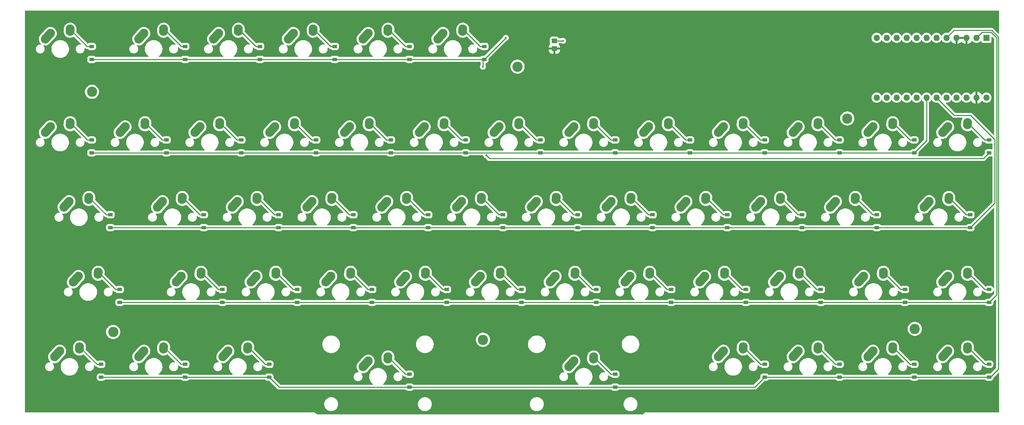
<source format=gbl>
%TF.GenerationSoftware,KiCad,Pcbnew,8.0.4*%
%TF.CreationDate,2025-01-19T23:05:39-05:00*%
%TF.ProjectId,shrimple,73687269-6d70-46c6-952e-6b696361645f,rev?*%
%TF.SameCoordinates,Original*%
%TF.FileFunction,Copper,L2,Bot*%
%TF.FilePolarity,Positive*%
%FSLAX46Y46*%
G04 Gerber Fmt 4.6, Leading zero omitted, Abs format (unit mm)*
G04 Created by KiCad (PCBNEW 8.0.4) date 2025-01-19 23:05:39*
%MOMM*%
%LPD*%
G01*
G04 APERTURE LIST*
G04 Aperture macros list*
%AMRoundRect*
0 Rectangle with rounded corners*
0 $1 Rounding radius*
0 $2 $3 $4 $5 $6 $7 $8 $9 X,Y pos of 4 corners*
0 Add a 4 corners polygon primitive as box body*
4,1,4,$2,$3,$4,$5,$6,$7,$8,$9,$2,$3,0*
0 Add four circle primitives for the rounded corners*
1,1,$1+$1,$2,$3*
1,1,$1+$1,$4,$5*
1,1,$1+$1,$6,$7*
1,1,$1+$1,$8,$9*
0 Add four rect primitives between the rounded corners*
20,1,$1+$1,$2,$3,$4,$5,0*
20,1,$1+$1,$4,$5,$6,$7,0*
20,1,$1+$1,$6,$7,$8,$9,0*
20,1,$1+$1,$8,$9,$2,$3,0*%
%AMHorizOval*
0 Thick line with rounded ends*
0 $1 width*
0 $2 $3 position (X,Y) of the first rounded end (center of the circle)*
0 $4 $5 position (X,Y) of the second rounded end (center of the circle)*
0 Add line between two ends*
20,1,$1,$2,$3,$4,$5,0*
0 Add two circle primitives to create the rounded ends*
1,1,$1,$2,$3*
1,1,$1,$4,$5*%
G04 Aperture macros list end*
%TA.AperFunction,ComponentPad*%
%ADD10C,2.600000*%
%TD*%
%TA.AperFunction,ComponentPad*%
%ADD11HorizOval,2.250000X0.655001X0.730000X-0.655001X-0.730000X0*%
%TD*%
%TA.AperFunction,ComponentPad*%
%ADD12C,2.250000*%
%TD*%
%TA.AperFunction,ComponentPad*%
%ADD13HorizOval,2.250000X0.020000X0.290000X-0.020000X-0.290000X0*%
%TD*%
%TA.AperFunction,ComponentPad*%
%ADD14R,1.600000X1.600000*%
%TD*%
%TA.AperFunction,ComponentPad*%
%ADD15O,1.600000X1.600000*%
%TD*%
%TA.AperFunction,SMDPad,CuDef*%
%ADD16RoundRect,0.225000X0.375000X-0.225000X0.375000X0.225000X-0.375000X0.225000X-0.375000X-0.225000X0*%
%TD*%
%TA.AperFunction,SMDPad,CuDef*%
%ADD17RoundRect,0.250000X-0.450000X0.350000X-0.450000X-0.350000X0.450000X-0.350000X0.450000X0.350000X0*%
%TD*%
%TA.AperFunction,ViaPad*%
%ADD18C,0.500000*%
%TD*%
%TA.AperFunction,Conductor*%
%ADD19C,0.250000*%
%TD*%
G04 APERTURE END LIST*
D10*
%TO.P,H6,1*%
%TO.N,N/C*%
X154600000Y-42600000D03*
%TD*%
%TO.P,H5,1*%
%TO.N,N/C*%
X255800000Y-109400000D03*
%TD*%
%TO.P,H4,1*%
%TO.N,N/C*%
X238600000Y-55800000D03*
%TD*%
%TO.P,H3,1*%
%TO.N,N/C*%
X145800000Y-112200000D03*
%TD*%
%TO.P,H2,1*%
%TO.N,N/C*%
X51600000Y-110200000D03*
%TD*%
%TO.P,H1,1*%
%TO.N,N/C*%
X46200000Y-49000000D03*
%TD*%
D11*
%TO.P,MX50,1,COL*%
%TO.N,COL9*%
X225445001Y-115792500D03*
D12*
X226100000Y-115062500D03*
D13*
%TO.P,MX50,2,ROW*%
%TO.N,Net-(D50-A)*%
X231120000Y-114272500D03*
D12*
X231140000Y-113982500D03*
%TD*%
D11*
%TO.P,MX27,1,COL*%
%TO.N,COL7*%
X177820001Y-77692500D03*
D12*
X178475000Y-76962500D03*
D13*
%TO.P,MX27,2,ROW*%
%TO.N,Net-(D27-A)*%
X183495000Y-76172500D03*
D12*
X183515000Y-75882500D03*
%TD*%
D11*
%TO.P,MX45,1,COL*%
%TO.N,COL1*%
X58757501Y-115792500D03*
D12*
X59412500Y-115062500D03*
D13*
%TO.P,MX45,2,ROW*%
%TO.N,Net-(D45-A)*%
X64432500Y-114272500D03*
D12*
X64452500Y-113982500D03*
%TD*%
D11*
%TO.P,MX39,1,COL*%
%TO.N,COL7*%
X182582501Y-96742500D03*
D12*
X183237500Y-96012500D03*
D13*
%TO.P,MX39,2,ROW*%
%TO.N,Net-(D39-A)*%
X188257500Y-95222500D03*
D12*
X188277500Y-94932500D03*
%TD*%
D11*
%TO.P,MX9,1,COL*%
%TO.N,COL2*%
X73045001Y-58642500D03*
D12*
X73700000Y-57912500D03*
D13*
%TO.P,MX9,2,ROW*%
%TO.N,Net-(D9-A)*%
X78720000Y-57122500D03*
D12*
X78740000Y-56832500D03*
%TD*%
D11*
%TO.P,MX34,1,COL*%
%TO.N,COL2*%
X87332501Y-96742500D03*
D12*
X87987500Y-96012500D03*
D13*
%TO.P,MX34,2,ROW*%
%TO.N,Net-(D34-A)*%
X93007500Y-95222500D03*
D12*
X93027500Y-94932500D03*
%TD*%
D11*
%TO.P,MX35,1,COL*%
%TO.N,COL3*%
X106382501Y-96742500D03*
D12*
X107037500Y-96012500D03*
D13*
%TO.P,MX35,2,ROW*%
%TO.N,Net-(D35-A)*%
X112057500Y-95222500D03*
D12*
X112077500Y-94932500D03*
%TD*%
D11*
%TO.P,MX20,1,COL*%
%TO.N,COL0*%
X39707501Y-77692500D03*
D12*
X40362500Y-76962500D03*
D13*
%TO.P,MX20,2,ROW*%
%TO.N,Net-(D20-A)*%
X45382500Y-76172500D03*
D12*
X45402500Y-75882500D03*
%TD*%
D11*
%TO.P,MX28,1,COL*%
%TO.N,COL8*%
X196870001Y-77692500D03*
D12*
X197525000Y-76962500D03*
D13*
%TO.P,MX28,2,ROW*%
%TO.N,Net-(D28-A)*%
X202545000Y-76172500D03*
D12*
X202565000Y-75882500D03*
%TD*%
D11*
%TO.P,MX30,1,COL*%
%TO.N,COL10*%
X234970001Y-77692500D03*
D12*
X235625000Y-76962500D03*
D13*
%TO.P,MX30,2,ROW*%
%TO.N,Net-(D30-A)*%
X240645000Y-76172500D03*
D12*
X240665000Y-75882500D03*
%TD*%
D11*
%TO.P,MX33,1,COL*%
%TO.N,COL1*%
X68282501Y-96742500D03*
D12*
X68937500Y-96012500D03*
D13*
%TO.P,MX33,2,ROW*%
%TO.N,Net-(D33-A)*%
X73957500Y-95222500D03*
D12*
X73977500Y-94932500D03*
%TD*%
D11*
%TO.P,MX6,1,COL*%
%TO.N,COL5*%
X134957501Y-34830000D03*
D12*
X135612500Y-34100000D03*
D13*
%TO.P,MX6,2,ROW*%
%TO.N,Net-(D6-A)*%
X140632500Y-33310000D03*
D12*
X140652500Y-33020000D03*
%TD*%
D11*
%TO.P,MX14,1,COL*%
%TO.N,COL7*%
X168295001Y-58642500D03*
D12*
X168950000Y-57912500D03*
D13*
%TO.P,MX14,2,ROW*%
%TO.N,Net-(D14-A)*%
X173970000Y-57122500D03*
D12*
X173990000Y-56832500D03*
%TD*%
D11*
%TO.P,MX3,1,COL*%
%TO.N,COL2*%
X77807501Y-34830000D03*
D12*
X78462500Y-34100000D03*
D13*
%TO.P,MX3,2,ROW*%
%TO.N,Net-(D3-A)*%
X83482500Y-33310000D03*
D12*
X83502500Y-33020000D03*
%TD*%
D11*
%TO.P,MX22,1,COL*%
%TO.N,COL2*%
X82570001Y-77692500D03*
D12*
X83225000Y-76962500D03*
D13*
%TO.P,MX22,2,ROW*%
%TO.N,Net-(D22-A)*%
X88245000Y-76172500D03*
D12*
X88265000Y-75882500D03*
%TD*%
D11*
%TO.P,MX40,1,COL*%
%TO.N,COL8*%
X201632501Y-96742500D03*
D12*
X202287500Y-96012500D03*
D13*
%TO.P,MX40,2,ROW*%
%TO.N,Net-(D40-A)*%
X207307500Y-95222500D03*
D12*
X207327500Y-94932500D03*
%TD*%
D11*
%TO.P,MX41,1,COL*%
%TO.N,COL9*%
X220682501Y-96742500D03*
D12*
X221337500Y-96012500D03*
D13*
%TO.P,MX41,2,ROW*%
%TO.N,Net-(D41-A)*%
X226357500Y-95222500D03*
D12*
X226377500Y-94932500D03*
%TD*%
D11*
%TO.P,MX26,1,COL*%
%TO.N,COL6*%
X158770001Y-77692500D03*
D12*
X159425000Y-76962500D03*
D13*
%TO.P,MX26,2,ROW*%
%TO.N,Net-(D26-A)*%
X164445000Y-76172500D03*
D12*
X164465000Y-75882500D03*
%TD*%
D11*
%TO.P,MX8,1,COL*%
%TO.N,COL1*%
X53995001Y-58642500D03*
D12*
X54650000Y-57912500D03*
D13*
%TO.P,MX8,2,ROW*%
%TO.N,Net-(D8-A)*%
X59670000Y-57122500D03*
D12*
X59690000Y-56832500D03*
%TD*%
D11*
%TO.P,MX48,1,COL*%
%TO.N,COL6*%
X168295001Y-118332500D03*
D12*
X168950000Y-117602500D03*
D13*
%TO.P,MX48,2,ROW*%
%TO.N,Net-(D48-A)*%
X173970000Y-116812500D03*
D12*
X173990000Y-116522500D03*
%TD*%
D11*
%TO.P,MX4,1,COL*%
%TO.N,COL3*%
X96857501Y-34830000D03*
D12*
X97512500Y-34100000D03*
D13*
%TO.P,MX4,2,ROW*%
%TO.N,Net-(D4-A)*%
X102532500Y-33310000D03*
D12*
X102552500Y-33020000D03*
%TD*%
D11*
%TO.P,MX38,1,COL*%
%TO.N,COL6*%
X163532501Y-96742500D03*
D12*
X164187500Y-96012500D03*
D13*
%TO.P,MX38,2,ROW*%
%TO.N,Net-(D38-A)*%
X169207500Y-95222500D03*
D12*
X169227500Y-94932500D03*
%TD*%
D11*
%TO.P,MX23,1,COL*%
%TO.N,COL3*%
X101620001Y-77692500D03*
D12*
X102275000Y-76962500D03*
D13*
%TO.P,MX23,2,ROW*%
%TO.N,Net-(D23-A)*%
X107295000Y-76172500D03*
D12*
X107315000Y-75882500D03*
%TD*%
D11*
%TO.P,MX52,1,COL*%
%TO.N,COL11*%
X263545001Y-115792500D03*
D12*
X264200000Y-115062500D03*
D13*
%TO.P,MX52,2,ROW*%
%TO.N,Net-(D52-A)*%
X269220000Y-114272500D03*
D12*
X269240000Y-113982500D03*
%TD*%
D11*
%TO.P,MX17,1,COL*%
%TO.N,COL10*%
X225445001Y-58642500D03*
D12*
X226100000Y-57912500D03*
D13*
%TO.P,MX17,2,ROW*%
%TO.N,Net-(D17-A)*%
X231120000Y-57122500D03*
D12*
X231140000Y-56832500D03*
%TD*%
D11*
%TO.P,MX24,1,COL*%
%TO.N,COL4*%
X120670001Y-77692500D03*
D12*
X121325000Y-76962500D03*
D13*
%TO.P,MX24,2,ROW*%
%TO.N,Net-(D24-A)*%
X126345000Y-76172500D03*
D12*
X126365000Y-75882500D03*
%TD*%
D11*
%TO.P,MX10,1,COL*%
%TO.N,COL3*%
X92095001Y-58642500D03*
D12*
X92750000Y-57912500D03*
D13*
%TO.P,MX10,2,ROW*%
%TO.N,Net-(D10-A)*%
X97770000Y-57122500D03*
D12*
X97790000Y-56832500D03*
%TD*%
D11*
%TO.P,MX19,1,COL*%
%TO.N,COL11*%
X263545001Y-58642500D03*
D12*
X264200000Y-57912500D03*
D13*
%TO.P,MX19,2,ROW*%
%TO.N,Net-(D19-A)*%
X269220000Y-57122500D03*
D12*
X269240000Y-56832500D03*
%TD*%
D11*
%TO.P,MX7,1,COL*%
%TO.N,COL0*%
X34945001Y-58642500D03*
D12*
X35600000Y-57912500D03*
D13*
%TO.P,MX7,2,ROW*%
%TO.N,Net-(D7-A)*%
X40620000Y-57122500D03*
D12*
X40640000Y-56832500D03*
%TD*%
D11*
%TO.P,MX16,1,COL*%
%TO.N,COL9*%
X206395001Y-58642500D03*
D12*
X207050000Y-57912500D03*
D13*
%TO.P,MX16,2,ROW*%
%TO.N,Net-(D16-A)*%
X212070000Y-57122500D03*
D12*
X212090000Y-56832500D03*
%TD*%
D11*
%TO.P,MX29,1,COL*%
%TO.N,COL9*%
X215920001Y-77692500D03*
D12*
X216575000Y-76962500D03*
D13*
%TO.P,MX29,2,ROW*%
%TO.N,Net-(D29-A)*%
X221595000Y-76172500D03*
D12*
X221615000Y-75882500D03*
%TD*%
D11*
%TO.P,MX46,1,COL*%
%TO.N,COL2*%
X80188751Y-115792500D03*
D12*
X80843750Y-115062500D03*
D13*
%TO.P,MX46,2,ROW*%
%TO.N,Net-(D46-A)*%
X85863750Y-114272500D03*
D12*
X85883750Y-113982500D03*
%TD*%
D11*
%TO.P,MX11,1,COL*%
%TO.N,COL4*%
X111145001Y-58642500D03*
D12*
X111800000Y-57912500D03*
D13*
%TO.P,MX11,2,ROW*%
%TO.N,Net-(D11-A)*%
X116820000Y-57122500D03*
D12*
X116840000Y-56832500D03*
%TD*%
D11*
%TO.P,MX31,1,COL*%
%TO.N,COL11*%
X258782501Y-77692500D03*
D12*
X259437500Y-76962500D03*
D13*
%TO.P,MX31,2,ROW*%
%TO.N,Net-(D31-A)*%
X264457500Y-76172500D03*
D12*
X264477500Y-75882500D03*
%TD*%
D11*
%TO.P,MX42,1,COL*%
%TO.N,COL10*%
X242113751Y-96742500D03*
D12*
X242768750Y-96012500D03*
D13*
%TO.P,MX42,2,ROW*%
%TO.N,Net-(D42-A)*%
X247788750Y-95222500D03*
D12*
X247808750Y-94932500D03*
%TD*%
D11*
%TO.P,MX37,1,COL*%
%TO.N,COL5*%
X144482501Y-96742500D03*
D12*
X145137500Y-96012500D03*
D13*
%TO.P,MX37,2,ROW*%
%TO.N,Net-(D37-A)*%
X150157500Y-95222500D03*
D12*
X150177500Y-94932500D03*
%TD*%
D11*
%TO.P,MX25,1,COL*%
%TO.N,COL5*%
X139720001Y-77692500D03*
D12*
X140375000Y-76962500D03*
D13*
%TO.P,MX25,2,ROW*%
%TO.N,Net-(D25-A)*%
X145395000Y-76172500D03*
D12*
X145415000Y-75882500D03*
%TD*%
D11*
%TO.P,MX36,1,COL*%
%TO.N,COL4*%
X125432501Y-96742500D03*
D12*
X126087500Y-96012500D03*
D13*
%TO.P,MX36,2,ROW*%
%TO.N,Net-(D36-A)*%
X131107500Y-95222500D03*
D12*
X131127500Y-94932500D03*
%TD*%
D11*
%TO.P,MX18,1,COL*%
%TO.N,COL11*%
X244495001Y-58642500D03*
D12*
X245150000Y-57912500D03*
D13*
%TO.P,MX18,2,ROW*%
%TO.N,Net-(D18-A)*%
X250170000Y-57122500D03*
D12*
X250190000Y-56832500D03*
%TD*%
D11*
%TO.P,MX43,1,COL*%
%TO.N,COL11*%
X263545001Y-96742500D03*
D12*
X264200000Y-96012500D03*
D13*
%TO.P,MX43,2,ROW*%
%TO.N,Net-(D43-A)*%
X269220000Y-95222500D03*
D12*
X269240000Y-94932500D03*
%TD*%
D11*
%TO.P,MX1,1,COL*%
%TO.N,COL0*%
X34945001Y-34830000D03*
D12*
X35600000Y-34100000D03*
D13*
%TO.P,MX1,2,ROW*%
%TO.N,Net-(D1-A)*%
X40620000Y-33310000D03*
D12*
X40640000Y-33020000D03*
%TD*%
D14*
%TO.P,U3,1,D1/TX*%
%TO.N,COL11*%
X274040000Y-35260000D03*
D15*
%TO.P,U3,2,D0/RX*%
%TO.N,ROW3*%
X271500000Y-35260000D03*
%TO.P,U3,3,GND*%
%TO.N,GND*%
X268960000Y-35260000D03*
%TO.P,U3,4,GND*%
X266420000Y-35260000D03*
%TO.P,U3,5,D2*%
%TO.N,ROW4*%
X263880000Y-35260000D03*
%TO.P,U3,6,~D3*%
%TO.N,COL0*%
X261340000Y-35260000D03*
%TO.P,U3,7,D4/A6*%
%TO.N,COL1*%
X258800000Y-35260000D03*
%TO.P,U3,8,~D5*%
%TO.N,COL2*%
X256260000Y-35260000D03*
%TO.P,U3,9,~D6/A7*%
%TO.N,COL3*%
X253720000Y-35260000D03*
%TO.P,U3,10,D7*%
%TO.N,COL4*%
X251180000Y-35260000D03*
%TO.P,U3,11,D8/A8*%
%TO.N,COL5*%
X248640000Y-35260000D03*
%TO.P,U3,12,~D9/A9*%
%TO.N,ROW0*%
X246100000Y-35260000D03*
%TO.P,U3,13,~D10/A10*%
%TO.N,COL10*%
X246100000Y-50500000D03*
%TO.P,U3,14,D16*%
%TO.N,COL9*%
X248640000Y-50500000D03*
%TO.P,U3,15,D14*%
%TO.N,COL8*%
X251180000Y-50500000D03*
%TO.P,U3,16,D15*%
%TO.N,COL7*%
X253720000Y-50500000D03*
%TO.P,U3,17,D18/A0*%
%TO.N,COL6*%
X256260000Y-50500000D03*
%TO.P,U3,18,D19/A1*%
%TO.N,ROW1*%
X258800000Y-50500000D03*
%TO.P,U3,19,D20/A2*%
%TO.N,ROW2*%
X261340000Y-50500000D03*
%TO.P,U3,20,D21/A3*%
%TO.N,RGBDATA*%
X263880000Y-50500000D03*
%TO.P,U3,21,VCC*%
%TO.N,unconnected-(U3-VCC-Pad21)*%
X266420000Y-50500000D03*
%TO.P,U3,22,RST*%
%TO.N,unconnected-(U3-RST-Pad22)*%
X268960000Y-50500000D03*
%TO.P,U3,23,GND*%
%TO.N,GND*%
X271500000Y-50500000D03*
%TO.P,U3,24,RAW*%
%TO.N,+5V*%
X274040000Y-50500000D03*
%TD*%
D11*
%TO.P,MX12,1,COL*%
%TO.N,COL5*%
X130195001Y-58642500D03*
D12*
X130850000Y-57912500D03*
D13*
%TO.P,MX12,2,ROW*%
%TO.N,Net-(D12-A)*%
X135870000Y-57122500D03*
D12*
X135890000Y-56832500D03*
%TD*%
D11*
%TO.P,MX15,1,COL*%
%TO.N,COL8*%
X187345001Y-58642500D03*
D12*
X188000000Y-57912500D03*
D13*
%TO.P,MX15,2,ROW*%
%TO.N,Net-(D15-A)*%
X193020000Y-57122500D03*
D12*
X193040000Y-56832500D03*
%TD*%
D11*
%TO.P,MX49,1,COL*%
%TO.N,COL8*%
X206395001Y-115792500D03*
D12*
X207050000Y-115062500D03*
D13*
%TO.P,MX49,2,ROW*%
%TO.N,Net-(D49-A)*%
X212070000Y-114272500D03*
D12*
X212090000Y-113982500D03*
%TD*%
D11*
%TO.P,MX47,1,COL*%
%TO.N,COL4*%
X115907501Y-118332500D03*
D12*
X116562500Y-117602500D03*
D13*
%TO.P,MX47,2,ROW*%
%TO.N,Net-(D47-A)*%
X121582500Y-116812500D03*
D12*
X121602500Y-116522500D03*
%TD*%
D11*
%TO.P,MX5,1,COL*%
%TO.N,COL4*%
X115907501Y-34830000D03*
D12*
X116562500Y-34100000D03*
D13*
%TO.P,MX5,2,ROW*%
%TO.N,Net-(D5-A)*%
X121582500Y-33310000D03*
D12*
X121602500Y-33020000D03*
%TD*%
D11*
%TO.P,MX13,1,COL*%
%TO.N,COL6*%
X149245001Y-58642500D03*
D12*
X149900000Y-57912500D03*
D13*
%TO.P,MX13,2,ROW*%
%TO.N,Net-(D13-A)*%
X154920000Y-57122500D03*
D12*
X154940000Y-56832500D03*
%TD*%
D11*
%TO.P,MX2,1,COL*%
%TO.N,COL1*%
X58757501Y-34830000D03*
D12*
X59412500Y-34100000D03*
D13*
%TO.P,MX2,2,ROW*%
%TO.N,Net-(D2-A)*%
X64432500Y-33310000D03*
D12*
X64452500Y-33020000D03*
%TD*%
D11*
%TO.P,MX21,1,COL*%
%TO.N,COL1*%
X63520001Y-77692500D03*
D12*
X64175000Y-76962500D03*
D13*
%TO.P,MX21,2,ROW*%
%TO.N,Net-(D21-A)*%
X69195000Y-76172500D03*
D12*
X69215000Y-75882500D03*
%TD*%
D11*
%TO.P,MX51,1,COL*%
%TO.N,COL10*%
X244495001Y-115792500D03*
D12*
X245150000Y-115062500D03*
D13*
%TO.P,MX51,2,ROW*%
%TO.N,Net-(D51-A)*%
X250170000Y-114272500D03*
D12*
X250190000Y-113982500D03*
%TD*%
D11*
%TO.P,MX32,1,COL*%
%TO.N,COL0*%
X42088751Y-96742500D03*
D12*
X42743750Y-96012500D03*
D13*
%TO.P,MX32,2,ROW*%
%TO.N,Net-(D32-A)*%
X47763750Y-95222500D03*
D12*
X47783750Y-94932500D03*
%TD*%
D11*
%TO.P,MX44,1,COL*%
%TO.N,COL0*%
X37326251Y-115792500D03*
D12*
X37981250Y-115062500D03*
D13*
%TO.P,MX44,2,ROW*%
%TO.N,Net-(D44-A)*%
X43001250Y-114272500D03*
D12*
X43021250Y-113982500D03*
%TD*%
D16*
%TO.P,D46,1,K*%
%TO.N,ROW4*%
X91343750Y-121712500D03*
%TO.P,D46,2,A*%
%TO.N,Net-(D46-A)*%
X91343750Y-118412500D03*
%TD*%
%TO.P,D40,1,K*%
%TO.N,ROW3*%
X212787500Y-102662500D03*
%TO.P,D40,2,A*%
%TO.N,Net-(D40-A)*%
X212787500Y-99362500D03*
%TD*%
%TO.P,D1,1,K*%
%TO.N,ROW0*%
X46100000Y-40750000D03*
%TO.P,D1,2,A*%
%TO.N,Net-(D1-A)*%
X46100000Y-37450000D03*
%TD*%
%TO.P,D36,1,K*%
%TO.N,ROW3*%
X136587500Y-102662500D03*
%TO.P,D36,2,A*%
%TO.N,Net-(D36-A)*%
X136587500Y-99362500D03*
%TD*%
%TO.P,D49,1,K*%
%TO.N,ROW4*%
X217550000Y-121712500D03*
%TO.P,D49,2,A*%
%TO.N,Net-(D49-A)*%
X217550000Y-118412500D03*
%TD*%
%TO.P,D13,1,K*%
%TO.N,ROW1*%
X160400000Y-64562500D03*
%TO.P,D13,2,A*%
%TO.N,Net-(D13-A)*%
X160400000Y-61262500D03*
%TD*%
%TO.P,D20,1,K*%
%TO.N,ROW2*%
X50862500Y-83612500D03*
%TO.P,D20,2,A*%
%TO.N,Net-(D20-A)*%
X50862500Y-80312500D03*
%TD*%
%TO.P,D10,1,K*%
%TO.N,ROW1*%
X103250000Y-64562500D03*
%TO.P,D10,2,A*%
%TO.N,Net-(D10-A)*%
X103250000Y-61262500D03*
%TD*%
%TO.P,D16,1,K*%
%TO.N,ROW1*%
X217550000Y-64562500D03*
%TO.P,D16,2,A*%
%TO.N,Net-(D16-A)*%
X217550000Y-61262500D03*
%TD*%
%TO.P,D35,1,K*%
%TO.N,ROW3*%
X117537500Y-102662500D03*
%TO.P,D35,2,A*%
%TO.N,Net-(D35-A)*%
X117537500Y-99362500D03*
%TD*%
%TO.P,D9,1,K*%
%TO.N,ROW1*%
X84200000Y-64562500D03*
%TO.P,D9,2,A*%
%TO.N,Net-(D9-A)*%
X84200000Y-61262500D03*
%TD*%
%TO.P,D17,1,K*%
%TO.N,ROW1*%
X236600000Y-64562500D03*
%TO.P,D17,2,A*%
%TO.N,Net-(D17-A)*%
X236600000Y-61262500D03*
%TD*%
%TO.P,D5,1,K*%
%TO.N,ROW0*%
X127062500Y-40750000D03*
%TO.P,D5,2,A*%
%TO.N,Net-(D5-A)*%
X127062500Y-37450000D03*
%TD*%
%TO.P,D15,1,K*%
%TO.N,ROW1*%
X198500000Y-64562500D03*
%TO.P,D15,2,A*%
%TO.N,Net-(D15-A)*%
X198500000Y-61262500D03*
%TD*%
%TO.P,D18,1,K*%
%TO.N,ROW1*%
X255650000Y-64562500D03*
%TO.P,D18,2,A*%
%TO.N,Net-(D18-A)*%
X255650000Y-61262500D03*
%TD*%
%TO.P,D8,1,K*%
%TO.N,ROW1*%
X65150000Y-64562500D03*
%TO.P,D8,2,A*%
%TO.N,Net-(D8-A)*%
X65150000Y-61262500D03*
%TD*%
%TO.P,D3,1,K*%
%TO.N,ROW0*%
X88962500Y-40750000D03*
%TO.P,D3,2,A*%
%TO.N,Net-(D3-A)*%
X88962500Y-37450000D03*
%TD*%
%TO.P,D39,1,K*%
%TO.N,ROW3*%
X193737500Y-102662500D03*
%TO.P,D39,2,A*%
%TO.N,Net-(D39-A)*%
X193737500Y-99362500D03*
%TD*%
%TO.P,D34,1,K*%
%TO.N,ROW3*%
X98487500Y-102662500D03*
%TO.P,D34,2,A*%
%TO.N,Net-(D34-A)*%
X98487500Y-99362500D03*
%TD*%
%TO.P,D41,1,K*%
%TO.N,ROW3*%
X231837500Y-102662500D03*
%TO.P,D41,2,A*%
%TO.N,Net-(D41-A)*%
X231837500Y-99362500D03*
%TD*%
%TO.P,D42,1,K*%
%TO.N,ROW3*%
X253268750Y-102662500D03*
%TO.P,D42,2,A*%
%TO.N,Net-(D42-A)*%
X253268750Y-99362500D03*
%TD*%
D17*
%TO.P,R1,1*%
%TO.N,Net-(LED1-DOUT)*%
X164000000Y-36000000D03*
%TO.P,R1,2*%
%TO.N,GND*%
X164000000Y-38000000D03*
%TD*%
D16*
%TO.P,D51,1,K*%
%TO.N,ROW4*%
X255650000Y-121712500D03*
%TO.P,D51,2,A*%
%TO.N,Net-(D51-A)*%
X255650000Y-118412500D03*
%TD*%
%TO.P,D50,1,K*%
%TO.N,ROW4*%
X236600000Y-121712500D03*
%TO.P,D50,2,A*%
%TO.N,Net-(D50-A)*%
X236600000Y-118412500D03*
%TD*%
%TO.P,D38,1,K*%
%TO.N,ROW3*%
X174687500Y-102662500D03*
%TO.P,D38,2,A*%
%TO.N,Net-(D38-A)*%
X174687500Y-99362500D03*
%TD*%
%TO.P,D7,1,K*%
%TO.N,ROW1*%
X46100000Y-64562500D03*
%TO.P,D7,2,A*%
%TO.N,Net-(D7-A)*%
X46100000Y-61262500D03*
%TD*%
%TO.P,D21,1,K*%
%TO.N,ROW2*%
X74675000Y-83612500D03*
%TO.P,D21,2,A*%
%TO.N,Net-(D21-A)*%
X74675000Y-80312500D03*
%TD*%
%TO.P,D29,1,K*%
%TO.N,ROW2*%
X227075000Y-83612500D03*
%TO.P,D29,2,A*%
%TO.N,Net-(D29-A)*%
X227075000Y-80312500D03*
%TD*%
%TO.P,D31,1,K*%
%TO.N,ROW2*%
X269937500Y-83612500D03*
%TO.P,D31,2,A*%
%TO.N,Net-(D31-A)*%
X269937500Y-80312500D03*
%TD*%
%TO.P,D37,1,K*%
%TO.N,ROW3*%
X155637500Y-102662500D03*
%TO.P,D37,2,A*%
%TO.N,Net-(D37-A)*%
X155637500Y-99362500D03*
%TD*%
%TO.P,D22,1,K*%
%TO.N,ROW2*%
X93725000Y-83612500D03*
%TO.P,D22,2,A*%
%TO.N,Net-(D22-A)*%
X93725000Y-80312500D03*
%TD*%
%TO.P,D32,1,K*%
%TO.N,ROW3*%
X53243750Y-102662500D03*
%TO.P,D32,2,A*%
%TO.N,Net-(D32-A)*%
X53243750Y-99362500D03*
%TD*%
%TO.P,D23,1,K*%
%TO.N,ROW2*%
X112775000Y-83612500D03*
%TO.P,D23,2,A*%
%TO.N,Net-(D23-A)*%
X112775000Y-80312500D03*
%TD*%
%TO.P,D52,1,K*%
%TO.N,ROW4*%
X274700000Y-121712500D03*
%TO.P,D52,2,A*%
%TO.N,Net-(D52-A)*%
X274700000Y-118412500D03*
%TD*%
%TO.P,D33,1,K*%
%TO.N,ROW3*%
X79437500Y-102662500D03*
%TO.P,D33,2,A*%
%TO.N,Net-(D33-A)*%
X79437500Y-99362500D03*
%TD*%
%TO.P,D2,1,K*%
%TO.N,ROW0*%
X69912500Y-40750000D03*
%TO.P,D2,2,A*%
%TO.N,Net-(D2-A)*%
X69912500Y-37450000D03*
%TD*%
%TO.P,D48,1,K*%
%TO.N,ROW4*%
X179450000Y-124252500D03*
%TO.P,D48,2,A*%
%TO.N,Net-(D48-A)*%
X179450000Y-120952500D03*
%TD*%
%TO.P,D14,1,K*%
%TO.N,ROW1*%
X179450000Y-64562500D03*
%TO.P,D14,2,A*%
%TO.N,Net-(D14-A)*%
X179450000Y-61262500D03*
%TD*%
%TO.P,D44,1,K*%
%TO.N,ROW4*%
X48481250Y-121712500D03*
%TO.P,D44,2,A*%
%TO.N,Net-(D44-A)*%
X48481250Y-118412500D03*
%TD*%
%TO.P,D25,1,K*%
%TO.N,ROW2*%
X150875000Y-83612500D03*
%TO.P,D25,2,A*%
%TO.N,Net-(D25-A)*%
X150875000Y-80312500D03*
%TD*%
%TO.P,D30,1,K*%
%TO.N,ROW2*%
X246125000Y-83612500D03*
%TO.P,D30,2,A*%
%TO.N,Net-(D30-A)*%
X246125000Y-80312500D03*
%TD*%
%TO.P,D26,1,K*%
%TO.N,ROW2*%
X169925000Y-83612500D03*
%TO.P,D26,2,A*%
%TO.N,Net-(D26-A)*%
X169925000Y-80312500D03*
%TD*%
%TO.P,D43,1,K*%
%TO.N,ROW3*%
X274700000Y-102662500D03*
%TO.P,D43,2,A*%
%TO.N,Net-(D43-A)*%
X274700000Y-99362500D03*
%TD*%
%TO.P,D45,1,K*%
%TO.N,ROW4*%
X69912500Y-121712500D03*
%TO.P,D45,2,A*%
%TO.N,Net-(D45-A)*%
X69912500Y-118412500D03*
%TD*%
%TO.P,D47,1,K*%
%TO.N,ROW4*%
X127062500Y-124252500D03*
%TO.P,D47,2,A*%
%TO.N,Net-(D47-A)*%
X127062500Y-120952500D03*
%TD*%
%TO.P,D27,1,K*%
%TO.N,ROW2*%
X188975000Y-83612500D03*
%TO.P,D27,2,A*%
%TO.N,Net-(D27-A)*%
X188975000Y-80312500D03*
%TD*%
%TO.P,D4,1,K*%
%TO.N,ROW0*%
X108012500Y-40750000D03*
%TO.P,D4,2,A*%
%TO.N,Net-(D4-A)*%
X108012500Y-37450000D03*
%TD*%
%TO.P,D24,1,K*%
%TO.N,ROW2*%
X131825000Y-83612500D03*
%TO.P,D24,2,A*%
%TO.N,Net-(D24-A)*%
X131825000Y-80312500D03*
%TD*%
%TO.P,D28,1,K*%
%TO.N,ROW2*%
X208025000Y-83612500D03*
%TO.P,D28,2,A*%
%TO.N,Net-(D28-A)*%
X208025000Y-80312500D03*
%TD*%
%TO.P,D12,1,K*%
%TO.N,ROW1*%
X141350000Y-64562500D03*
%TO.P,D12,2,A*%
%TO.N,Net-(D12-A)*%
X141350000Y-61262500D03*
%TD*%
%TO.P,D11,1,K*%
%TO.N,ROW1*%
X122300000Y-64562500D03*
%TO.P,D11,2,A*%
%TO.N,Net-(D11-A)*%
X122300000Y-61262500D03*
%TD*%
%TO.P,D6,1,K*%
%TO.N,ROW0*%
X146112500Y-40750000D03*
%TO.P,D6,2,A*%
%TO.N,Net-(D6-A)*%
X146112500Y-37450000D03*
%TD*%
%TO.P,D19,1,K*%
%TO.N,ROW0*%
X274700000Y-64562500D03*
%TO.P,D19,2,A*%
%TO.N,Net-(D19-A)*%
X274700000Y-61262500D03*
%TD*%
D18*
%TO.N,ROW0*%
X151631250Y-35231250D03*
X145800000Y-42600000D03*
X146600000Y-65137500D03*
%TO.N,GND*%
X259800000Y-60800000D03*
X35600000Y-47600000D03*
X113800000Y-47600000D03*
X181400000Y-40600000D03*
X54200000Y-82200000D03*
X54200000Y-85000000D03*
X135800000Y-47600000D03*
X164000000Y-40800000D03*
X132800000Y-47600000D03*
X52400000Y-123000000D03*
X238000000Y-30800000D03*
X48800000Y-42200000D03*
X48800000Y-63200000D03*
X238000000Y-45200000D03*
X154000000Y-52000000D03*
X59600000Y-47600000D03*
X56600000Y-104000000D03*
X175000000Y-53800000D03*
X238000000Y-50800000D03*
X230200000Y-52000000D03*
X48800000Y-39400000D03*
X213000000Y-53800000D03*
X48800000Y-66000000D03*
X194000000Y-53800000D03*
X211200000Y-52000000D03*
X94800000Y-47600000D03*
X52400000Y-120400000D03*
X56600000Y-47600000D03*
X232000000Y-53800000D03*
X259800000Y-58000000D03*
X179400000Y-42400000D03*
X173000000Y-52000000D03*
X33000000Y-47600000D03*
X156000000Y-53800000D03*
X78600000Y-47600000D03*
X75800000Y-47600000D03*
X147200000Y-47600000D03*
X116600000Y-47600000D03*
X97600000Y-47600000D03*
X192200000Y-52000000D03*
X238000000Y-35800000D03*
X144400000Y-47600000D03*
X56600000Y-101200000D03*
%TO.N,Net-(LED1-DOUT)*%
X166200000Y-36000000D03*
%TD*%
D19*
%TO.N,ROW0*%
X145800000Y-41062500D02*
X146112500Y-40750000D01*
X145800000Y-42600000D02*
X145800000Y-41062500D01*
X151631250Y-35231250D02*
X146112500Y-40750000D01*
X146600000Y-65137500D02*
X147462500Y-66000000D01*
X127062500Y-40750000D02*
X146112500Y-40750000D01*
X46100000Y-40750000D02*
X69912500Y-40750000D01*
X108012500Y-40750000D02*
X127062500Y-40750000D01*
X88962500Y-40750000D02*
X108012500Y-40750000D01*
X69912500Y-40750000D02*
X88962500Y-40750000D01*
X147462500Y-66000000D02*
X273262500Y-66000000D01*
X273262500Y-66000000D02*
X274700000Y-64562500D01*
%TO.N,Net-(D1-A)*%
X41100000Y-33600000D02*
X44950000Y-37450000D01*
X44950000Y-37450000D02*
X46100000Y-37450000D01*
X40600000Y-33600000D02*
X41100000Y-33600000D01*
%TO.N,Net-(D2-A)*%
X68950000Y-37450000D02*
X69912500Y-37450000D01*
X65100000Y-33600000D02*
X68950000Y-37450000D01*
X64412500Y-33600000D02*
X65100000Y-33600000D01*
%TO.N,Net-(D3-A)*%
X87950000Y-37450000D02*
X88962500Y-37450000D01*
X84000000Y-33500000D02*
X87950000Y-37450000D01*
X83562500Y-33500000D02*
X84000000Y-33500000D01*
X83462500Y-33600000D02*
X83562500Y-33500000D01*
%TO.N,Net-(D4-A)*%
X102552500Y-33020000D02*
X106982500Y-37450000D01*
X106982500Y-37450000D02*
X108012500Y-37450000D01*
%TO.N,Net-(D5-A)*%
X121602500Y-33020000D02*
X126032500Y-37450000D01*
X126032500Y-37450000D02*
X127062500Y-37450000D01*
%TO.N,Net-(D6-A)*%
X145082500Y-37450000D02*
X146112500Y-37450000D01*
X140652500Y-33020000D02*
X145082500Y-37450000D01*
%TO.N,ROW1*%
X236600000Y-64562500D02*
X255650000Y-64562500D01*
X84200000Y-64562500D02*
X103250000Y-64562500D01*
X258800000Y-50500000D02*
X258800000Y-61412500D01*
X122300000Y-64562500D02*
X141350000Y-64562500D01*
X258800000Y-61412500D02*
X255650000Y-64562500D01*
X141350000Y-64562500D02*
X160400000Y-64562500D01*
X103250000Y-64562500D02*
X122300000Y-64562500D01*
X46100000Y-64562500D02*
X47200000Y-64562500D01*
X198500000Y-64562500D02*
X217550000Y-64562500D01*
X160400000Y-64562500D02*
X179450000Y-64562500D01*
X217550000Y-64562500D02*
X236600000Y-64562500D01*
X47200000Y-64562500D02*
X65150000Y-64562500D01*
X179450000Y-64562500D02*
X198500000Y-64562500D01*
X65150000Y-64562500D02*
X84200000Y-64562500D01*
%TO.N,Net-(D7-A)*%
X40640000Y-56832500D02*
X45070000Y-61262500D01*
X45070000Y-61262500D02*
X46100000Y-61262500D01*
%TO.N,Net-(D8-A)*%
X64120000Y-61262500D02*
X65150000Y-61262500D01*
X59690000Y-56832500D02*
X64120000Y-61262500D01*
%TO.N,Net-(D9-A)*%
X83170000Y-61262500D02*
X84200000Y-61262500D01*
X78740000Y-56832500D02*
X83170000Y-61262500D01*
%TO.N,Net-(D10-A)*%
X102220000Y-61262500D02*
X103250000Y-61262500D01*
X97790000Y-56832500D02*
X102220000Y-61262500D01*
%TO.N,Net-(D11-A)*%
X121270000Y-61262500D02*
X122300000Y-61262500D01*
X116840000Y-56832500D02*
X121270000Y-61262500D01*
%TO.N,Net-(D12-A)*%
X140320000Y-61262500D02*
X141350000Y-61262500D01*
X135890000Y-56832500D02*
X140320000Y-61262500D01*
%TO.N,Net-(D13-A)*%
X159370000Y-61262500D02*
X160400000Y-61262500D01*
X154940000Y-56832500D02*
X159370000Y-61262500D01*
%TO.N,Net-(D14-A)*%
X178420000Y-61262500D02*
X179450000Y-61262500D01*
X173990000Y-56832500D02*
X178420000Y-61262500D01*
%TO.N,Net-(D15-A)*%
X193040000Y-56832500D02*
X197470000Y-61262500D01*
X197470000Y-61262500D02*
X198500000Y-61262500D01*
%TO.N,Net-(D16-A)*%
X216520000Y-61262500D02*
X217550000Y-61262500D01*
X212090000Y-56832500D02*
X216520000Y-61262500D01*
%TO.N,Net-(D17-A)*%
X235570000Y-61262500D02*
X236600000Y-61262500D01*
X231140000Y-56832500D02*
X235570000Y-61262500D01*
%TO.N,Net-(D18-A)*%
X254620000Y-61262500D02*
X255650000Y-61262500D01*
X250190000Y-56832500D02*
X254620000Y-61262500D01*
%TO.N,Net-(D19-A)*%
X273670000Y-61262500D02*
X274700000Y-61262500D01*
X269240000Y-56832500D02*
X273670000Y-61262500D01*
%TO.N,Net-(D20-A)*%
X49832500Y-80312500D02*
X50862500Y-80312500D01*
X45402500Y-75882500D02*
X49832500Y-80312500D01*
%TO.N,ROW2*%
X270000000Y-55000000D02*
X276200000Y-61200000D01*
X246125000Y-83612500D02*
X269937500Y-83612500D01*
X265840000Y-55000000D02*
X270000000Y-55000000D01*
X276200000Y-77350000D02*
X269937500Y-83612500D01*
X74675000Y-83612500D02*
X93725000Y-83612500D01*
X169925000Y-83612500D02*
X188975000Y-83612500D01*
X227075000Y-83612500D02*
X246125000Y-83612500D01*
X150875000Y-83612500D02*
X169925000Y-83612500D01*
X208025000Y-83612500D02*
X227075000Y-83612500D01*
X131825000Y-83612500D02*
X150875000Y-83612500D01*
X93725000Y-83612500D02*
X112775000Y-83612500D01*
X50862500Y-83612500D02*
X74675000Y-83612500D01*
X276200000Y-61200000D02*
X276200000Y-77350000D01*
X261340000Y-50500000D02*
X265840000Y-55000000D01*
X112775000Y-83612500D02*
X131825000Y-83612500D01*
X188975000Y-83612500D02*
X208025000Y-83612500D01*
%TO.N,Net-(D21-A)*%
X73645000Y-80312500D02*
X74675000Y-80312500D01*
X69215000Y-75882500D02*
X73645000Y-80312500D01*
%TO.N,Net-(D22-A)*%
X92695000Y-80312500D02*
X93725000Y-80312500D01*
X88265000Y-75882500D02*
X92695000Y-80312500D01*
%TO.N,Net-(D23-A)*%
X111745000Y-80312500D02*
X112775000Y-80312500D01*
X107315000Y-75882500D02*
X111745000Y-80312500D01*
%TO.N,Net-(D24-A)*%
X126365000Y-75882500D02*
X130795000Y-80312500D01*
X130795000Y-80312500D02*
X131825000Y-80312500D01*
%TO.N,Net-(D25-A)*%
X149845000Y-80312500D02*
X150875000Y-80312500D01*
X145415000Y-75882500D02*
X149845000Y-80312500D01*
%TO.N,Net-(D26-A)*%
X168895000Y-80312500D02*
X169925000Y-80312500D01*
X164465000Y-75882500D02*
X168895000Y-80312500D01*
%TO.N,Net-(D27-A)*%
X183515000Y-75882500D02*
X187945000Y-80312500D01*
X187945000Y-80312500D02*
X188975000Y-80312500D01*
%TO.N,Net-(D28-A)*%
X206995000Y-80312500D02*
X208025000Y-80312500D01*
X202565000Y-75882500D02*
X206995000Y-80312500D01*
%TO.N,Net-(D29-A)*%
X226045000Y-80312500D02*
X227075000Y-80312500D01*
X221615000Y-75882500D02*
X226045000Y-80312500D01*
%TO.N,Net-(D30-A)*%
X245095000Y-80312500D02*
X246125000Y-80312500D01*
X240665000Y-75882500D02*
X245095000Y-80312500D01*
%TO.N,Net-(D31-A)*%
X264477500Y-75882500D02*
X268907500Y-80312500D01*
X268907500Y-80312500D02*
X269937500Y-80312500D01*
%TO.N,ROW3*%
X276650000Y-100712500D02*
X276650000Y-35250000D01*
X231837500Y-102662500D02*
X253268750Y-102662500D01*
X174687500Y-102662500D02*
X193737500Y-102662500D01*
X98487500Y-102662500D02*
X117537500Y-102662500D01*
X212787500Y-102662500D02*
X231837500Y-102662500D01*
X253268750Y-102662500D02*
X274700000Y-102662500D01*
X155637500Y-102662500D02*
X174687500Y-102662500D01*
X193737500Y-102662500D02*
X212787500Y-102662500D01*
X275200000Y-33800000D02*
X272960000Y-33800000D01*
X136587500Y-102662500D02*
X155637500Y-102662500D01*
X271500000Y-35300000D02*
X271500000Y-35260000D01*
X272960000Y-33800000D02*
X271500000Y-35260000D01*
X53243750Y-102662500D02*
X79437500Y-102662500D01*
X117537500Y-102662500D02*
X136587500Y-102662500D01*
X79437500Y-102662500D02*
X98487500Y-102662500D01*
X276650000Y-35250000D02*
X275200000Y-33800000D01*
X274700000Y-102662500D02*
X276650000Y-100712500D01*
%TO.N,Net-(D32-A)*%
X52213750Y-99362500D02*
X53243750Y-99362500D01*
X47783750Y-94932500D02*
X52213750Y-99362500D01*
%TO.N,Net-(D33-A)*%
X73977500Y-94932500D02*
X78407500Y-99362500D01*
X78407500Y-99362500D02*
X79437500Y-99362500D01*
%TO.N,Net-(D34-A)*%
X97457500Y-99362500D02*
X98487500Y-99362500D01*
X93027500Y-94932500D02*
X97457500Y-99362500D01*
%TO.N,Net-(D35-A)*%
X116507500Y-99362500D02*
X117537500Y-99362500D01*
X112077500Y-94932500D02*
X116507500Y-99362500D01*
%TO.N,Net-(D36-A)*%
X131127500Y-94932500D02*
X135557500Y-99362500D01*
X135557500Y-99362500D02*
X136587500Y-99362500D01*
%TO.N,Net-(D37-A)*%
X154607500Y-99362500D02*
X155637500Y-99362500D01*
X150177500Y-94932500D02*
X154607500Y-99362500D01*
%TO.N,Net-(D38-A)*%
X169227500Y-94932500D02*
X173657500Y-99362500D01*
X173657500Y-99362500D02*
X174687500Y-99362500D01*
%TO.N,Net-(D39-A)*%
X188277500Y-94932500D02*
X192707500Y-99362500D01*
X192707500Y-99362500D02*
X193737500Y-99362500D01*
%TO.N,Net-(D40-A)*%
X207327500Y-94932500D02*
X211757500Y-99362500D01*
X211757500Y-99362500D02*
X212787500Y-99362500D01*
%TO.N,Net-(D41-A)*%
X230807500Y-99362500D02*
X231837500Y-99362500D01*
X226377500Y-94932500D02*
X230807500Y-99362500D01*
%TO.N,Net-(D42-A)*%
X247808750Y-94932500D02*
X252238750Y-99362500D01*
X252238750Y-99362500D02*
X253268750Y-99362500D01*
%TO.N,Net-(D43-A)*%
X273670000Y-99362500D02*
X274700000Y-99362500D01*
X269240000Y-94932500D02*
X273670000Y-99362500D01*
%TO.N,Net-(D44-A)*%
X43021250Y-113982500D02*
X47451250Y-118412500D01*
X47451250Y-118412500D02*
X48481250Y-118412500D01*
%TO.N,ROW4*%
X69912500Y-121712500D02*
X91343750Y-121712500D01*
X236600000Y-121712500D02*
X255650000Y-121712500D01*
X255650000Y-121712500D02*
X274700000Y-121712500D01*
X217550000Y-121712500D02*
X236600000Y-121712500D01*
X127062500Y-124252500D02*
X179450000Y-124252500D01*
X93883750Y-124252500D02*
X127062500Y-124252500D01*
X48481250Y-121712500D02*
X69912500Y-121712500D01*
X91343750Y-121712500D02*
X93883750Y-124252500D01*
X215010000Y-124252500D02*
X217550000Y-121712500D01*
X275386396Y-33350000D02*
X265790000Y-33350000D01*
X179450000Y-124252500D02*
X215010000Y-124252500D01*
X277100000Y-119700000D02*
X277100000Y-35063604D01*
X277100000Y-35063604D02*
X275386396Y-33350000D01*
X275087500Y-121712500D02*
X277100000Y-119700000D01*
X274700000Y-121712500D02*
X275087500Y-121712500D01*
X265790000Y-33350000D02*
X263880000Y-35260000D01*
%TO.N,Net-(D45-A)*%
X68882500Y-118412500D02*
X69912500Y-118412500D01*
X64452500Y-113982500D02*
X68882500Y-118412500D01*
%TO.N,Net-(D46-A)*%
X85883750Y-113982500D02*
X90313750Y-118412500D01*
X90313750Y-118412500D02*
X91343750Y-118412500D01*
%TO.N,Net-(D47-A)*%
X121602500Y-116522500D02*
X126032500Y-120952500D01*
X126032500Y-120952500D02*
X127062500Y-120952500D01*
%TO.N,Net-(D48-A)*%
X178420000Y-120952500D02*
X179450000Y-120952500D01*
X173990000Y-116522500D02*
X178420000Y-120952500D01*
%TO.N,Net-(D49-A)*%
X216520000Y-118412500D02*
X217550000Y-118412500D01*
X212090000Y-113982500D02*
X216520000Y-118412500D01*
%TO.N,Net-(D50-A)*%
X231140000Y-113982500D02*
X235570000Y-118412500D01*
X235570000Y-118412500D02*
X236600000Y-118412500D01*
%TO.N,Net-(D51-A)*%
X254620000Y-118412500D02*
X255650000Y-118412500D01*
X250190000Y-113982500D02*
X254620000Y-118412500D01*
%TO.N,Net-(D52-A)*%
X273670000Y-118412500D02*
X274700000Y-118412500D01*
X269240000Y-113982500D02*
X273670000Y-118412500D01*
%TO.N,Net-(LED1-DOUT)*%
X166200000Y-36000000D02*
X164000000Y-36000000D01*
%TD*%
%TA.AperFunction,Conductor*%
%TO.N,GND*%
G36*
X277242539Y-28320185D02*
G01*
X277288294Y-28372989D01*
X277299500Y-28424500D01*
X277299500Y-34079152D01*
X277279815Y-34146191D01*
X277227011Y-34191946D01*
X277157853Y-34201890D01*
X277094297Y-34172865D01*
X277087819Y-34166833D01*
X275876594Y-32955608D01*
X275876574Y-32955586D01*
X275785129Y-32864141D01*
X275733905Y-32829915D01*
X275708206Y-32812743D01*
X275682682Y-32795688D01*
X275682679Y-32795686D01*
X275682676Y-32795685D01*
X275602188Y-32762347D01*
X275568849Y-32748537D01*
X275558823Y-32746543D01*
X275508425Y-32736518D01*
X275448006Y-32724500D01*
X275448003Y-32724500D01*
X275448002Y-32724500D01*
X265851607Y-32724500D01*
X265728393Y-32724500D01*
X265728389Y-32724500D01*
X265667971Y-32736518D01*
X265624743Y-32745116D01*
X265607546Y-32748537D01*
X265567972Y-32764930D01*
X265493718Y-32795686D01*
X265493711Y-32795690D01*
X265489786Y-32798313D01*
X265468190Y-32812743D01*
X265468189Y-32812744D01*
X265468188Y-32812743D01*
X265391266Y-32864142D01*
X265391265Y-32864143D01*
X265355730Y-32899679D01*
X265304142Y-32951267D01*
X265304139Y-32951270D01*
X264294822Y-33960586D01*
X264233499Y-33994071D01*
X264175049Y-33992680D01*
X264106699Y-33974367D01*
X264106702Y-33974367D01*
X264106692Y-33974365D01*
X264106689Y-33974364D01*
X264106686Y-33974364D01*
X263880001Y-33954532D01*
X263879998Y-33954532D01*
X263653313Y-33974364D01*
X263653302Y-33974366D01*
X263433511Y-34033258D01*
X263433502Y-34033261D01*
X263227267Y-34129431D01*
X263227265Y-34129432D01*
X263040858Y-34259954D01*
X262879954Y-34420858D01*
X262749432Y-34607265D01*
X262749431Y-34607267D01*
X262722382Y-34665275D01*
X262676209Y-34717714D01*
X262609016Y-34736866D01*
X262542135Y-34716650D01*
X262497618Y-34665275D01*
X262470568Y-34607266D01*
X262340047Y-34420861D01*
X262340045Y-34420858D01*
X262179141Y-34259954D01*
X261992734Y-34129432D01*
X261992732Y-34129431D01*
X261786497Y-34033261D01*
X261786488Y-34033258D01*
X261566697Y-33974366D01*
X261566693Y-33974365D01*
X261566692Y-33974365D01*
X261566691Y-33974364D01*
X261566686Y-33974364D01*
X261340002Y-33954532D01*
X261339998Y-33954532D01*
X261113313Y-33974364D01*
X261113302Y-33974366D01*
X260893511Y-34033258D01*
X260893502Y-34033261D01*
X260687267Y-34129431D01*
X260687265Y-34129432D01*
X260500858Y-34259954D01*
X260339954Y-34420858D01*
X260209432Y-34607265D01*
X260209431Y-34607267D01*
X260182382Y-34665275D01*
X260136209Y-34717714D01*
X260069016Y-34736866D01*
X260002135Y-34716650D01*
X259957618Y-34665275D01*
X259930568Y-34607266D01*
X259800047Y-34420861D01*
X259800045Y-34420858D01*
X259639141Y-34259954D01*
X259452734Y-34129432D01*
X259452732Y-34129431D01*
X259246497Y-34033261D01*
X259246488Y-34033258D01*
X259026697Y-33974366D01*
X259026693Y-33974365D01*
X259026692Y-33974365D01*
X259026691Y-33974364D01*
X259026686Y-33974364D01*
X258800002Y-33954532D01*
X258799998Y-33954532D01*
X258573313Y-33974364D01*
X258573302Y-33974366D01*
X258353511Y-34033258D01*
X258353502Y-34033261D01*
X258147267Y-34129431D01*
X258147265Y-34129432D01*
X257960858Y-34259954D01*
X257799954Y-34420858D01*
X257669432Y-34607265D01*
X257669431Y-34607267D01*
X257642382Y-34665275D01*
X257596209Y-34717714D01*
X257529016Y-34736866D01*
X257462135Y-34716650D01*
X257417618Y-34665275D01*
X257390568Y-34607266D01*
X257260047Y-34420861D01*
X257260045Y-34420858D01*
X257099141Y-34259954D01*
X256912734Y-34129432D01*
X256912732Y-34129431D01*
X256706497Y-34033261D01*
X256706488Y-34033258D01*
X256486697Y-33974366D01*
X256486693Y-33974365D01*
X256486692Y-33974365D01*
X256486691Y-33974364D01*
X256486686Y-33974364D01*
X256260002Y-33954532D01*
X256259998Y-33954532D01*
X256033313Y-33974364D01*
X256033302Y-33974366D01*
X255813511Y-34033258D01*
X255813502Y-34033261D01*
X255607267Y-34129431D01*
X255607265Y-34129432D01*
X255420858Y-34259954D01*
X255259954Y-34420858D01*
X255129432Y-34607265D01*
X255129431Y-34607267D01*
X255102382Y-34665275D01*
X255056209Y-34717714D01*
X254989016Y-34736866D01*
X254922135Y-34716650D01*
X254877618Y-34665275D01*
X254850568Y-34607266D01*
X254720047Y-34420861D01*
X254720045Y-34420858D01*
X254559141Y-34259954D01*
X254372734Y-34129432D01*
X254372732Y-34129431D01*
X254166497Y-34033261D01*
X254166488Y-34033258D01*
X253946697Y-33974366D01*
X253946693Y-33974365D01*
X253946692Y-33974365D01*
X253946691Y-33974364D01*
X253946686Y-33974364D01*
X253720002Y-33954532D01*
X253719998Y-33954532D01*
X253493313Y-33974364D01*
X253493302Y-33974366D01*
X253273511Y-34033258D01*
X253273502Y-34033261D01*
X253067267Y-34129431D01*
X253067265Y-34129432D01*
X252880858Y-34259954D01*
X252719954Y-34420858D01*
X252589432Y-34607265D01*
X252589431Y-34607267D01*
X252562382Y-34665275D01*
X252516209Y-34717714D01*
X252449016Y-34736866D01*
X252382135Y-34716650D01*
X252337618Y-34665275D01*
X252310568Y-34607266D01*
X252180047Y-34420861D01*
X252180045Y-34420858D01*
X252019141Y-34259954D01*
X251832734Y-34129432D01*
X251832732Y-34129431D01*
X251626497Y-34033261D01*
X251626488Y-34033258D01*
X251406697Y-33974366D01*
X251406693Y-33974365D01*
X251406692Y-33974365D01*
X251406691Y-33974364D01*
X251406686Y-33974364D01*
X251180002Y-33954532D01*
X251179998Y-33954532D01*
X250953313Y-33974364D01*
X250953302Y-33974366D01*
X250733511Y-34033258D01*
X250733502Y-34033261D01*
X250527267Y-34129431D01*
X250527265Y-34129432D01*
X250340858Y-34259954D01*
X250179954Y-34420858D01*
X250049432Y-34607265D01*
X250049431Y-34607267D01*
X250022382Y-34665275D01*
X249976209Y-34717714D01*
X249909016Y-34736866D01*
X249842135Y-34716650D01*
X249797618Y-34665275D01*
X249770568Y-34607266D01*
X249640047Y-34420861D01*
X249640045Y-34420858D01*
X249479141Y-34259954D01*
X249292734Y-34129432D01*
X249292732Y-34129431D01*
X249086497Y-34033261D01*
X249086488Y-34033258D01*
X248866697Y-33974366D01*
X248866693Y-33974365D01*
X248866692Y-33974365D01*
X248866691Y-33974364D01*
X248866686Y-33974364D01*
X248640002Y-33954532D01*
X248639998Y-33954532D01*
X248413313Y-33974364D01*
X248413302Y-33974366D01*
X248193511Y-34033258D01*
X248193502Y-34033261D01*
X247987267Y-34129431D01*
X247987265Y-34129432D01*
X247800858Y-34259954D01*
X247639954Y-34420858D01*
X247509432Y-34607265D01*
X247509431Y-34607267D01*
X247482382Y-34665275D01*
X247436209Y-34717714D01*
X247369016Y-34736866D01*
X247302135Y-34716650D01*
X247257618Y-34665275D01*
X247230568Y-34607266D01*
X247100047Y-34420861D01*
X247100045Y-34420858D01*
X246939141Y-34259954D01*
X246752734Y-34129432D01*
X246752732Y-34129431D01*
X246546497Y-34033261D01*
X246546488Y-34033258D01*
X246326697Y-33974366D01*
X246326693Y-33974365D01*
X246326692Y-33974365D01*
X246326691Y-33974364D01*
X246326686Y-33974364D01*
X246100002Y-33954532D01*
X246099998Y-33954532D01*
X245873313Y-33974364D01*
X245873302Y-33974366D01*
X245653511Y-34033258D01*
X245653502Y-34033261D01*
X245447267Y-34129431D01*
X245447265Y-34129432D01*
X245260858Y-34259954D01*
X245099954Y-34420858D01*
X244969432Y-34607265D01*
X244969431Y-34607267D01*
X244873261Y-34813502D01*
X244873258Y-34813511D01*
X244814366Y-35033302D01*
X244814364Y-35033313D01*
X244794532Y-35259998D01*
X244794532Y-35260001D01*
X244814364Y-35486686D01*
X244814366Y-35486697D01*
X244873258Y-35706488D01*
X244873261Y-35706497D01*
X244969431Y-35912732D01*
X244969432Y-35912734D01*
X245099954Y-36099141D01*
X245260858Y-36260045D01*
X245273253Y-36268724D01*
X245447266Y-36390568D01*
X245653504Y-36486739D01*
X245873308Y-36545635D01*
X246035230Y-36559801D01*
X246099998Y-36565468D01*
X246100000Y-36565468D01*
X246100002Y-36565468D01*
X246156807Y-36560498D01*
X246326692Y-36545635D01*
X246546496Y-36486739D01*
X246752734Y-36390568D01*
X246939139Y-36260047D01*
X247100047Y-36099139D01*
X247230568Y-35912734D01*
X247257618Y-35854724D01*
X247303790Y-35802285D01*
X247370983Y-35783133D01*
X247437865Y-35803348D01*
X247482382Y-35854725D01*
X247509429Y-35912728D01*
X247509432Y-35912734D01*
X247639954Y-36099141D01*
X247800858Y-36260045D01*
X247813253Y-36268724D01*
X247987266Y-36390568D01*
X248193504Y-36486739D01*
X248413308Y-36545635D01*
X248575230Y-36559801D01*
X248639998Y-36565468D01*
X248640000Y-36565468D01*
X248640002Y-36565468D01*
X248696807Y-36560498D01*
X248866692Y-36545635D01*
X249086496Y-36486739D01*
X249292734Y-36390568D01*
X249479139Y-36260047D01*
X249640047Y-36099139D01*
X249770568Y-35912734D01*
X249797618Y-35854724D01*
X249843790Y-35802285D01*
X249910983Y-35783133D01*
X249977865Y-35803348D01*
X250022382Y-35854725D01*
X250049429Y-35912728D01*
X250049432Y-35912734D01*
X250179954Y-36099141D01*
X250340858Y-36260045D01*
X250353253Y-36268724D01*
X250527266Y-36390568D01*
X250733504Y-36486739D01*
X250953308Y-36545635D01*
X251115230Y-36559801D01*
X251179998Y-36565468D01*
X251180000Y-36565468D01*
X251180002Y-36565468D01*
X251236807Y-36560498D01*
X251406692Y-36545635D01*
X251626496Y-36486739D01*
X251832734Y-36390568D01*
X252019139Y-36260047D01*
X252180047Y-36099139D01*
X252310568Y-35912734D01*
X252337618Y-35854724D01*
X252383790Y-35802285D01*
X252450983Y-35783133D01*
X252517865Y-35803348D01*
X252562382Y-35854725D01*
X252589429Y-35912728D01*
X252589432Y-35912734D01*
X252719954Y-36099141D01*
X252880858Y-36260045D01*
X252893253Y-36268724D01*
X253067266Y-36390568D01*
X253273504Y-36486739D01*
X253493308Y-36545635D01*
X253655230Y-36559801D01*
X253719998Y-36565468D01*
X253720000Y-36565468D01*
X253720002Y-36565468D01*
X253776807Y-36560498D01*
X253946692Y-36545635D01*
X254166496Y-36486739D01*
X254372734Y-36390568D01*
X254559139Y-36260047D01*
X254720047Y-36099139D01*
X254850568Y-35912734D01*
X254877618Y-35854724D01*
X254923790Y-35802285D01*
X254990983Y-35783133D01*
X255057865Y-35803348D01*
X255102382Y-35854725D01*
X255129429Y-35912728D01*
X255129432Y-35912734D01*
X255259954Y-36099141D01*
X255420858Y-36260045D01*
X255433253Y-36268724D01*
X255607266Y-36390568D01*
X255813504Y-36486739D01*
X256033308Y-36545635D01*
X256195230Y-36559801D01*
X256259998Y-36565468D01*
X256260000Y-36565468D01*
X256260002Y-36565468D01*
X256316807Y-36560498D01*
X256486692Y-36545635D01*
X256706496Y-36486739D01*
X256912734Y-36390568D01*
X257099139Y-36260047D01*
X257260047Y-36099139D01*
X257390568Y-35912734D01*
X257417618Y-35854724D01*
X257463790Y-35802285D01*
X257530983Y-35783133D01*
X257597865Y-35803348D01*
X257642382Y-35854725D01*
X257669429Y-35912728D01*
X257669432Y-35912734D01*
X257799954Y-36099141D01*
X257960858Y-36260045D01*
X257973253Y-36268724D01*
X258147266Y-36390568D01*
X258353504Y-36486739D01*
X258573308Y-36545635D01*
X258735230Y-36559801D01*
X258799998Y-36565468D01*
X258800000Y-36565468D01*
X258800002Y-36565468D01*
X258856807Y-36560498D01*
X259026692Y-36545635D01*
X259246496Y-36486739D01*
X259452734Y-36390568D01*
X259639139Y-36260047D01*
X259800047Y-36099139D01*
X259930568Y-35912734D01*
X259957618Y-35854724D01*
X260003790Y-35802285D01*
X260070983Y-35783133D01*
X260137865Y-35803348D01*
X260182382Y-35854725D01*
X260209429Y-35912728D01*
X260209432Y-35912734D01*
X260339954Y-36099141D01*
X260500858Y-36260045D01*
X260513253Y-36268724D01*
X260687266Y-36390568D01*
X260893504Y-36486739D01*
X261113308Y-36545635D01*
X261275230Y-36559801D01*
X261339998Y-36565468D01*
X261340000Y-36565468D01*
X261340002Y-36565468D01*
X261396807Y-36560498D01*
X261566692Y-36545635D01*
X261786496Y-36486739D01*
X261992734Y-36390568D01*
X262179139Y-36260047D01*
X262340047Y-36099139D01*
X262470568Y-35912734D01*
X262497618Y-35854724D01*
X262543790Y-35802285D01*
X262610983Y-35783133D01*
X262677865Y-35803348D01*
X262722382Y-35854725D01*
X262749429Y-35912728D01*
X262749432Y-35912734D01*
X262879954Y-36099141D01*
X263040858Y-36260045D01*
X263053253Y-36268724D01*
X263227266Y-36390568D01*
X263433504Y-36486739D01*
X263653308Y-36545635D01*
X263815230Y-36559801D01*
X263879998Y-36565468D01*
X263880000Y-36565468D01*
X263880002Y-36565468D01*
X263936807Y-36560498D01*
X264106692Y-36545635D01*
X264326496Y-36486739D01*
X264532734Y-36390568D01*
X264719139Y-36260047D01*
X264880047Y-36099139D01*
X264897576Y-36074103D01*
X264952150Y-36030478D01*
X265021648Y-36023283D01*
X265084004Y-36054803D01*
X265104879Y-36080435D01*
X265162143Y-36173881D01*
X265162147Y-36173886D01*
X265320595Y-36359404D01*
X265506113Y-36517852D01*
X265506118Y-36517855D01*
X265714138Y-36645331D01*
X265939543Y-36738696D01*
X266170000Y-36794022D01*
X266170000Y-35575686D01*
X266174394Y-35580080D01*
X266265606Y-35632741D01*
X266367339Y-35660000D01*
X266472661Y-35660000D01*
X266574394Y-35632741D01*
X266665606Y-35580080D01*
X266670000Y-35575686D01*
X266670000Y-36794022D01*
X266900456Y-36738696D01*
X267125861Y-36645331D01*
X267333881Y-36517855D01*
X267333886Y-36517852D01*
X267519404Y-36359405D01*
X267595709Y-36270063D01*
X267654216Y-36231869D01*
X267724084Y-36231370D01*
X267783130Y-36268724D01*
X267784291Y-36270063D01*
X267860595Y-36359405D01*
X268046113Y-36517852D01*
X268046118Y-36517855D01*
X268254138Y-36645331D01*
X268479543Y-36738696D01*
X268710000Y-36794022D01*
X268710000Y-35575686D01*
X268714394Y-35580080D01*
X268805606Y-35632741D01*
X268907339Y-35660000D01*
X269012661Y-35660000D01*
X269114394Y-35632741D01*
X269205606Y-35580080D01*
X269210000Y-35575686D01*
X269210000Y-36794022D01*
X269440456Y-36738696D01*
X269665861Y-36645331D01*
X269873881Y-36517855D01*
X269873886Y-36517852D01*
X270059404Y-36359404D01*
X270217852Y-36173886D01*
X270217855Y-36173881D01*
X270275120Y-36080435D01*
X270326931Y-36033560D01*
X270395861Y-36022137D01*
X270460024Y-36049794D01*
X270482422Y-36074101D01*
X270488466Y-36082734D01*
X270499955Y-36099142D01*
X270660858Y-36260045D01*
X270673253Y-36268724D01*
X270847266Y-36390568D01*
X271053504Y-36486739D01*
X271273308Y-36545635D01*
X271435230Y-36559801D01*
X271499998Y-36565468D01*
X271500000Y-36565468D01*
X271500002Y-36565468D01*
X271556807Y-36560498D01*
X271726692Y-36545635D01*
X271946496Y-36486739D01*
X272152734Y-36390568D01*
X272339139Y-36260047D01*
X272500047Y-36099139D01*
X272517272Y-36074539D01*
X272571848Y-36030913D01*
X272641346Y-36023718D01*
X272703701Y-36055239D01*
X272739116Y-36115468D01*
X272742138Y-36132406D01*
X272745908Y-36167483D01*
X272796202Y-36302328D01*
X272796206Y-36302335D01*
X272882452Y-36417544D01*
X272882455Y-36417547D01*
X272997664Y-36503793D01*
X272997671Y-36503797D01*
X273132517Y-36554091D01*
X273132516Y-36554091D01*
X273139444Y-36554835D01*
X273192127Y-36560500D01*
X274887872Y-36560499D01*
X274947483Y-36554091D01*
X275082331Y-36503796D01*
X275197546Y-36417546D01*
X275283796Y-36302331D01*
X275334091Y-36167483D01*
X275340500Y-36107873D01*
X275340499Y-35124450D01*
X275360183Y-35057412D01*
X275412987Y-35011657D01*
X275482146Y-35001713D01*
X275545702Y-35030738D01*
X275552180Y-35036770D01*
X275988181Y-35472771D01*
X276021666Y-35534094D01*
X276024500Y-35560452D01*
X276024500Y-59840548D01*
X276004815Y-59907587D01*
X275952011Y-59953342D01*
X275882853Y-59963286D01*
X275819297Y-59934261D01*
X275812819Y-59928229D01*
X270490198Y-54605608D01*
X270490178Y-54605586D01*
X270398733Y-54514141D01*
X270347509Y-54479915D01*
X270296287Y-54445689D01*
X270296286Y-54445688D01*
X270296283Y-54445686D01*
X270296280Y-54445685D01*
X270215792Y-54412347D01*
X270182453Y-54398537D01*
X270172427Y-54396543D01*
X270122029Y-54386518D01*
X270061610Y-54374500D01*
X270061607Y-54374500D01*
X270061606Y-54374500D01*
X266150452Y-54374500D01*
X266083413Y-54354815D01*
X266062771Y-54338181D01*
X263737408Y-52012818D01*
X263703923Y-51951495D01*
X263708907Y-51881803D01*
X263750779Y-51825870D01*
X263816243Y-51801453D01*
X263835890Y-51801608D01*
X263880000Y-51805468D01*
X263880000Y-51805467D01*
X263880001Y-51805468D01*
X263880002Y-51805468D01*
X263949220Y-51799412D01*
X264106692Y-51785635D01*
X264326496Y-51726739D01*
X264532734Y-51630568D01*
X264719139Y-51500047D01*
X264880047Y-51339139D01*
X265010568Y-51152734D01*
X265037618Y-51094724D01*
X265083790Y-51042285D01*
X265150983Y-51023133D01*
X265217865Y-51043348D01*
X265262382Y-51094725D01*
X265289429Y-51152728D01*
X265289432Y-51152734D01*
X265419954Y-51339141D01*
X265580858Y-51500045D01*
X265580861Y-51500047D01*
X265767266Y-51630568D01*
X265973504Y-51726739D01*
X266193308Y-51785635D01*
X266350780Y-51799412D01*
X266419998Y-51805468D01*
X266420000Y-51805468D01*
X266420002Y-51805468D01*
X266489220Y-51799412D01*
X266646692Y-51785635D01*
X266866496Y-51726739D01*
X267072734Y-51630568D01*
X267259139Y-51500047D01*
X267420047Y-51339139D01*
X267550568Y-51152734D01*
X267577618Y-51094724D01*
X267623790Y-51042285D01*
X267690983Y-51023133D01*
X267757865Y-51043348D01*
X267802382Y-51094725D01*
X267829429Y-51152728D01*
X267829432Y-51152734D01*
X267959954Y-51339141D01*
X268120858Y-51500045D01*
X268120861Y-51500047D01*
X268307266Y-51630568D01*
X268513504Y-51726739D01*
X268733308Y-51785635D01*
X268890780Y-51799412D01*
X268959998Y-51805468D01*
X268960000Y-51805468D01*
X268960002Y-51805468D01*
X269029220Y-51799412D01*
X269186692Y-51785635D01*
X269406496Y-51726739D01*
X269612734Y-51630568D01*
X269799139Y-51500047D01*
X269960047Y-51339139D01*
X269977576Y-51314103D01*
X270032150Y-51270478D01*
X270101648Y-51263283D01*
X270164004Y-51294803D01*
X270184879Y-51320435D01*
X270242143Y-51413881D01*
X270242147Y-51413886D01*
X270400595Y-51599404D01*
X270586113Y-51757852D01*
X270586118Y-51757855D01*
X270794138Y-51885331D01*
X271019543Y-51978696D01*
X271250000Y-52034022D01*
X271250000Y-50815686D01*
X271254394Y-50820080D01*
X271345606Y-50872741D01*
X271447339Y-50900000D01*
X271552661Y-50900000D01*
X271654394Y-50872741D01*
X271745606Y-50820080D01*
X271750000Y-50815686D01*
X271750000Y-52034022D01*
X271980456Y-51978696D01*
X272205861Y-51885331D01*
X272413881Y-51757855D01*
X272413886Y-51757852D01*
X272599404Y-51599404D01*
X272757852Y-51413886D01*
X272757855Y-51413881D01*
X272815120Y-51320435D01*
X272866931Y-51273560D01*
X272935861Y-51262137D01*
X273000024Y-51289794D01*
X273022422Y-51314101D01*
X273034724Y-51331672D01*
X273039955Y-51339142D01*
X273200858Y-51500045D01*
X273200861Y-51500047D01*
X273387266Y-51630568D01*
X273593504Y-51726739D01*
X273813308Y-51785635D01*
X273970780Y-51799412D01*
X274039998Y-51805468D01*
X274040000Y-51805468D01*
X274040002Y-51805468D01*
X274109220Y-51799412D01*
X274266692Y-51785635D01*
X274486496Y-51726739D01*
X274692734Y-51630568D01*
X274879139Y-51500047D01*
X275040047Y-51339139D01*
X275170568Y-51152734D01*
X275266739Y-50946496D01*
X275325635Y-50726692D01*
X275345468Y-50500000D01*
X275325635Y-50273308D01*
X275266739Y-50053504D01*
X275170568Y-49847266D01*
X275040047Y-49660861D01*
X275040045Y-49660858D01*
X274879141Y-49499954D01*
X274692734Y-49369432D01*
X274692732Y-49369431D01*
X274486497Y-49273261D01*
X274486488Y-49273258D01*
X274266697Y-49214366D01*
X274266693Y-49214365D01*
X274266692Y-49214365D01*
X274266691Y-49214364D01*
X274266686Y-49214364D01*
X274040002Y-49194532D01*
X274039998Y-49194532D01*
X273813313Y-49214364D01*
X273813302Y-49214366D01*
X273593511Y-49273258D01*
X273593502Y-49273261D01*
X273387267Y-49369431D01*
X273387265Y-49369432D01*
X273200858Y-49499954D01*
X273039956Y-49660856D01*
X273022422Y-49685898D01*
X272967844Y-49729523D01*
X272898346Y-49736715D01*
X272835991Y-49705193D01*
X272815120Y-49679564D01*
X272757856Y-49586118D01*
X272757852Y-49586113D01*
X272599404Y-49400595D01*
X272413886Y-49242147D01*
X272413881Y-49242144D01*
X272205861Y-49114668D01*
X271980457Y-49021303D01*
X271750000Y-48965976D01*
X271750000Y-50184314D01*
X271745606Y-50179920D01*
X271654394Y-50127259D01*
X271552661Y-50100000D01*
X271447339Y-50100000D01*
X271345606Y-50127259D01*
X271254394Y-50179920D01*
X271250000Y-50184314D01*
X271250000Y-48965976D01*
X271249999Y-48965976D01*
X271019542Y-49021303D01*
X270794138Y-49114668D01*
X270586118Y-49242144D01*
X270586113Y-49242147D01*
X270400595Y-49400595D01*
X270242147Y-49586113D01*
X270242143Y-49586118D01*
X270184880Y-49679564D01*
X270133068Y-49726439D01*
X270064138Y-49737862D01*
X269999976Y-49710204D01*
X269977578Y-49685898D01*
X269960043Y-49660856D01*
X269799141Y-49499954D01*
X269612734Y-49369432D01*
X269612732Y-49369431D01*
X269406497Y-49273261D01*
X269406488Y-49273258D01*
X269186697Y-49214366D01*
X269186693Y-49214365D01*
X269186692Y-49214365D01*
X269186691Y-49214364D01*
X269186686Y-49214364D01*
X268960002Y-49194532D01*
X268959998Y-49194532D01*
X268733313Y-49214364D01*
X268733302Y-49214366D01*
X268513511Y-49273258D01*
X268513502Y-49273261D01*
X268307267Y-49369431D01*
X268307265Y-49369432D01*
X268120858Y-49499954D01*
X267959954Y-49660858D01*
X267829432Y-49847265D01*
X267829431Y-49847267D01*
X267802382Y-49905275D01*
X267756209Y-49957714D01*
X267689016Y-49976866D01*
X267622135Y-49956650D01*
X267577618Y-49905275D01*
X267550568Y-49847267D01*
X267550567Y-49847265D01*
X267505847Y-49783398D01*
X267420047Y-49660861D01*
X267420045Y-49660858D01*
X267259141Y-49499954D01*
X267072734Y-49369432D01*
X267072732Y-49369431D01*
X266866497Y-49273261D01*
X266866488Y-49273258D01*
X266646697Y-49214366D01*
X266646693Y-49214365D01*
X266646692Y-49214365D01*
X266646691Y-49214364D01*
X266646686Y-49214364D01*
X266420002Y-49194532D01*
X266419998Y-49194532D01*
X266193313Y-49214364D01*
X266193302Y-49214366D01*
X265973511Y-49273258D01*
X265973502Y-49273261D01*
X265767267Y-49369431D01*
X265767265Y-49369432D01*
X265580858Y-49499954D01*
X265419954Y-49660858D01*
X265289432Y-49847265D01*
X265289431Y-49847267D01*
X265262382Y-49905275D01*
X265216209Y-49957714D01*
X265149016Y-49976866D01*
X265082135Y-49956650D01*
X265037618Y-49905275D01*
X265010568Y-49847267D01*
X265010567Y-49847265D01*
X264965847Y-49783398D01*
X264880047Y-49660861D01*
X264880045Y-49660858D01*
X264719141Y-49499954D01*
X264532734Y-49369432D01*
X264532732Y-49369431D01*
X264326497Y-49273261D01*
X264326488Y-49273258D01*
X264106697Y-49214366D01*
X264106693Y-49214365D01*
X264106692Y-49214365D01*
X264106691Y-49214364D01*
X264106686Y-49214364D01*
X263880002Y-49194532D01*
X263879998Y-49194532D01*
X263653313Y-49214364D01*
X263653302Y-49214366D01*
X263433511Y-49273258D01*
X263433502Y-49273261D01*
X263227267Y-49369431D01*
X263227265Y-49369432D01*
X263040858Y-49499954D01*
X262879954Y-49660858D01*
X262749432Y-49847265D01*
X262749431Y-49847267D01*
X262722382Y-49905275D01*
X262676209Y-49957714D01*
X262609016Y-49976866D01*
X262542135Y-49956650D01*
X262497618Y-49905275D01*
X262470568Y-49847267D01*
X262470567Y-49847265D01*
X262425847Y-49783398D01*
X262340047Y-49660861D01*
X262340045Y-49660858D01*
X262179141Y-49499954D01*
X261992734Y-49369432D01*
X261992732Y-49369431D01*
X261786497Y-49273261D01*
X261786488Y-49273258D01*
X261566697Y-49214366D01*
X261566693Y-49214365D01*
X261566692Y-49214365D01*
X261566691Y-49214364D01*
X261566686Y-49214364D01*
X261340002Y-49194532D01*
X261339998Y-49194532D01*
X261113313Y-49214364D01*
X261113302Y-49214366D01*
X260893511Y-49273258D01*
X260893502Y-49273261D01*
X260687267Y-49369431D01*
X260687265Y-49369432D01*
X260500858Y-49499954D01*
X260339954Y-49660858D01*
X260209432Y-49847265D01*
X260209431Y-49847267D01*
X260182382Y-49905275D01*
X260136209Y-49957714D01*
X260069016Y-49976866D01*
X260002135Y-49956650D01*
X259957618Y-49905275D01*
X259930568Y-49847267D01*
X259930567Y-49847265D01*
X259885847Y-49783398D01*
X259800047Y-49660861D01*
X259800045Y-49660858D01*
X259639141Y-49499954D01*
X259452734Y-49369432D01*
X259452732Y-49369431D01*
X259246497Y-49273261D01*
X259246488Y-49273258D01*
X259026697Y-49214366D01*
X259026693Y-49214365D01*
X259026692Y-49214365D01*
X259026691Y-49214364D01*
X259026686Y-49214364D01*
X258800002Y-49194532D01*
X258799998Y-49194532D01*
X258573313Y-49214364D01*
X258573302Y-49214366D01*
X258353511Y-49273258D01*
X258353502Y-49273261D01*
X258147267Y-49369431D01*
X258147265Y-49369432D01*
X257960858Y-49499954D01*
X257799954Y-49660858D01*
X257669432Y-49847265D01*
X257669431Y-49847267D01*
X257642382Y-49905275D01*
X257596209Y-49957714D01*
X257529016Y-49976866D01*
X257462135Y-49956650D01*
X257417618Y-49905275D01*
X257390568Y-49847267D01*
X257390567Y-49847265D01*
X257345847Y-49783398D01*
X257260047Y-49660861D01*
X257260045Y-49660858D01*
X257099141Y-49499954D01*
X256912734Y-49369432D01*
X256912732Y-49369431D01*
X256706497Y-49273261D01*
X256706488Y-49273258D01*
X256486697Y-49214366D01*
X256486693Y-49214365D01*
X256486692Y-49214365D01*
X256486691Y-49214364D01*
X256486686Y-49214364D01*
X256260002Y-49194532D01*
X256259998Y-49194532D01*
X256033313Y-49214364D01*
X256033302Y-49214366D01*
X255813511Y-49273258D01*
X255813502Y-49273261D01*
X255607267Y-49369431D01*
X255607265Y-49369432D01*
X255420858Y-49499954D01*
X255259954Y-49660858D01*
X255129432Y-49847265D01*
X255129431Y-49847267D01*
X255102382Y-49905275D01*
X255056209Y-49957714D01*
X254989016Y-49976866D01*
X254922135Y-49956650D01*
X254877618Y-49905275D01*
X254850568Y-49847267D01*
X254850567Y-49847265D01*
X254805847Y-49783398D01*
X254720047Y-49660861D01*
X254720045Y-49660858D01*
X254559141Y-49499954D01*
X254372734Y-49369432D01*
X254372732Y-49369431D01*
X254166497Y-49273261D01*
X254166488Y-49273258D01*
X253946697Y-49214366D01*
X253946693Y-49214365D01*
X253946692Y-49214365D01*
X253946691Y-49214364D01*
X253946686Y-49214364D01*
X253720002Y-49194532D01*
X253719998Y-49194532D01*
X253493313Y-49214364D01*
X253493302Y-49214366D01*
X253273511Y-49273258D01*
X253273502Y-49273261D01*
X253067267Y-49369431D01*
X253067265Y-49369432D01*
X252880858Y-49499954D01*
X252719954Y-49660858D01*
X252589432Y-49847265D01*
X252589431Y-49847267D01*
X252562382Y-49905275D01*
X252516209Y-49957714D01*
X252449016Y-49976866D01*
X252382135Y-49956650D01*
X252337618Y-49905275D01*
X252310568Y-49847267D01*
X252310567Y-49847265D01*
X252265847Y-49783398D01*
X252180047Y-49660861D01*
X252180045Y-49660858D01*
X252019141Y-49499954D01*
X251832734Y-49369432D01*
X251832732Y-49369431D01*
X251626497Y-49273261D01*
X251626488Y-49273258D01*
X251406697Y-49214366D01*
X251406693Y-49214365D01*
X251406692Y-49214365D01*
X251406691Y-49214364D01*
X251406686Y-49214364D01*
X251180002Y-49194532D01*
X251179998Y-49194532D01*
X250953313Y-49214364D01*
X250953302Y-49214366D01*
X250733511Y-49273258D01*
X250733502Y-49273261D01*
X250527267Y-49369431D01*
X250527265Y-49369432D01*
X250340858Y-49499954D01*
X250179954Y-49660858D01*
X250049432Y-49847265D01*
X250049431Y-49847267D01*
X250022382Y-49905275D01*
X249976209Y-49957714D01*
X249909016Y-49976866D01*
X249842135Y-49956650D01*
X249797618Y-49905275D01*
X249770568Y-49847267D01*
X249770567Y-49847265D01*
X249725847Y-49783398D01*
X249640047Y-49660861D01*
X249640045Y-49660858D01*
X249479141Y-49499954D01*
X249292734Y-49369432D01*
X249292732Y-49369431D01*
X249086497Y-49273261D01*
X249086488Y-49273258D01*
X248866697Y-49214366D01*
X248866693Y-49214365D01*
X248866692Y-49214365D01*
X248866691Y-49214364D01*
X248866686Y-49214364D01*
X248640002Y-49194532D01*
X248639998Y-49194532D01*
X248413313Y-49214364D01*
X248413302Y-49214366D01*
X248193511Y-49273258D01*
X248193502Y-49273261D01*
X247987267Y-49369431D01*
X247987265Y-49369432D01*
X247800858Y-49499954D01*
X247639954Y-49660858D01*
X247509432Y-49847265D01*
X247509431Y-49847267D01*
X247482382Y-49905275D01*
X247436209Y-49957714D01*
X247369016Y-49976866D01*
X247302135Y-49956650D01*
X247257618Y-49905275D01*
X247230568Y-49847267D01*
X247230567Y-49847265D01*
X247185847Y-49783398D01*
X247100047Y-49660861D01*
X247100045Y-49660858D01*
X246939141Y-49499954D01*
X246752734Y-49369432D01*
X246752732Y-49369431D01*
X246546497Y-49273261D01*
X246546488Y-49273258D01*
X246326697Y-49214366D01*
X246326693Y-49214365D01*
X246326692Y-49214365D01*
X246326691Y-49214364D01*
X246326686Y-49214364D01*
X246100002Y-49194532D01*
X246099998Y-49194532D01*
X245873313Y-49214364D01*
X245873302Y-49214366D01*
X245653511Y-49273258D01*
X245653502Y-49273261D01*
X245447267Y-49369431D01*
X245447265Y-49369432D01*
X245260858Y-49499954D01*
X245099954Y-49660858D01*
X244969432Y-49847265D01*
X244969431Y-49847267D01*
X244873261Y-50053502D01*
X244873258Y-50053511D01*
X244814366Y-50273302D01*
X244814364Y-50273313D01*
X244794532Y-50499998D01*
X244794532Y-50500001D01*
X244814364Y-50726686D01*
X244814366Y-50726697D01*
X244873258Y-50946488D01*
X244873261Y-50946497D01*
X244969431Y-51152732D01*
X244969432Y-51152734D01*
X245099954Y-51339141D01*
X245260858Y-51500045D01*
X245260861Y-51500047D01*
X245447266Y-51630568D01*
X245653504Y-51726739D01*
X245873308Y-51785635D01*
X246030780Y-51799412D01*
X246099998Y-51805468D01*
X246100000Y-51805468D01*
X246100002Y-51805468D01*
X246169220Y-51799412D01*
X246326692Y-51785635D01*
X246546496Y-51726739D01*
X246752734Y-51630568D01*
X246939139Y-51500047D01*
X247100047Y-51339139D01*
X247230568Y-51152734D01*
X247257618Y-51094724D01*
X247303790Y-51042285D01*
X247370983Y-51023133D01*
X247437865Y-51043348D01*
X247482382Y-51094725D01*
X247509429Y-51152728D01*
X247509432Y-51152734D01*
X247639954Y-51339141D01*
X247800858Y-51500045D01*
X247800861Y-51500047D01*
X247987266Y-51630568D01*
X248193504Y-51726739D01*
X248413308Y-51785635D01*
X248570780Y-51799412D01*
X248639998Y-51805468D01*
X248640000Y-51805468D01*
X248640002Y-51805468D01*
X248709220Y-51799412D01*
X248866692Y-51785635D01*
X249086496Y-51726739D01*
X249292734Y-51630568D01*
X249479139Y-51500047D01*
X249640047Y-51339139D01*
X249770568Y-51152734D01*
X249797618Y-51094724D01*
X249843790Y-51042285D01*
X249910983Y-51023133D01*
X249977865Y-51043348D01*
X250022382Y-51094725D01*
X250049429Y-51152728D01*
X250049432Y-51152734D01*
X250179954Y-51339141D01*
X250340858Y-51500045D01*
X250340861Y-51500047D01*
X250527266Y-51630568D01*
X250733504Y-51726739D01*
X250953308Y-51785635D01*
X251110780Y-51799412D01*
X251179998Y-51805468D01*
X251180000Y-51805468D01*
X251180002Y-51805468D01*
X251249220Y-51799412D01*
X251406692Y-51785635D01*
X251626496Y-51726739D01*
X251832734Y-51630568D01*
X252019139Y-51500047D01*
X252180047Y-51339139D01*
X252310568Y-51152734D01*
X252337618Y-51094724D01*
X252383790Y-51042285D01*
X252450983Y-51023133D01*
X252517865Y-51043348D01*
X252562382Y-51094725D01*
X252589429Y-51152728D01*
X252589432Y-51152734D01*
X252719954Y-51339141D01*
X252880858Y-51500045D01*
X252880861Y-51500047D01*
X253067266Y-51630568D01*
X253273504Y-51726739D01*
X253493308Y-51785635D01*
X253650780Y-51799412D01*
X253719998Y-51805468D01*
X253720000Y-51805468D01*
X253720002Y-51805468D01*
X253789220Y-51799412D01*
X253946692Y-51785635D01*
X254166496Y-51726739D01*
X254372734Y-51630568D01*
X254559139Y-51500047D01*
X254720047Y-51339139D01*
X254850568Y-51152734D01*
X254877618Y-51094724D01*
X254923790Y-51042285D01*
X254990983Y-51023133D01*
X255057865Y-51043348D01*
X255102382Y-51094725D01*
X255129429Y-51152728D01*
X255129432Y-51152734D01*
X255259954Y-51339141D01*
X255420858Y-51500045D01*
X255420861Y-51500047D01*
X255607266Y-51630568D01*
X255813504Y-51726739D01*
X256033308Y-51785635D01*
X256190780Y-51799412D01*
X256259998Y-51805468D01*
X256260000Y-51805468D01*
X256260002Y-51805468D01*
X256329220Y-51799412D01*
X256486692Y-51785635D01*
X256706496Y-51726739D01*
X256912734Y-51630568D01*
X257099139Y-51500047D01*
X257260047Y-51339139D01*
X257390568Y-51152734D01*
X257417618Y-51094724D01*
X257463790Y-51042285D01*
X257530983Y-51023133D01*
X257597865Y-51043348D01*
X257642382Y-51094725D01*
X257669429Y-51152728D01*
X257669432Y-51152734D01*
X257799954Y-51339141D01*
X257960858Y-51500045D01*
X258121623Y-51612613D01*
X258165248Y-51667189D01*
X258174500Y-51714188D01*
X258174500Y-61102047D01*
X258154815Y-61169086D01*
X258138181Y-61189728D01*
X255752227Y-63575681D01*
X255690904Y-63609166D01*
X255664546Y-63612000D01*
X255226662Y-63612000D01*
X255226644Y-63612001D01*
X255127292Y-63622150D01*
X255127289Y-63622151D01*
X254966305Y-63675496D01*
X254966294Y-63675501D01*
X254821959Y-63764529D01*
X254702032Y-63884455D01*
X254697724Y-63889905D01*
X254640704Y-63930285D01*
X254600453Y-63937000D01*
X249063743Y-63937000D01*
X248996704Y-63917315D01*
X248950949Y-63864511D01*
X248941005Y-63795353D01*
X248970030Y-63731797D01*
X248988257Y-63714624D01*
X249088051Y-63638049D01*
X249133011Y-63603550D01*
X249341050Y-63395511D01*
X249520155Y-63162097D01*
X249667261Y-62907303D01*
X249680595Y-62875113D01*
X249779847Y-62635494D01*
X249779846Y-62635494D01*
X249779850Y-62635487D01*
X249855998Y-62351300D01*
X249894400Y-62059606D01*
X249894400Y-61765394D01*
X249855998Y-61473700D01*
X249779850Y-61189513D01*
X249775612Y-61179281D01*
X249667265Y-60917705D01*
X249667257Y-60917689D01*
X249520159Y-60662910D01*
X249520155Y-60662903D01*
X249412189Y-60522199D01*
X249341051Y-60429490D01*
X249341045Y-60429483D01*
X249133016Y-60221454D01*
X249133009Y-60221448D01*
X248899605Y-60042351D01*
X248899603Y-60042349D01*
X248899597Y-60042345D01*
X248899592Y-60042342D01*
X248899589Y-60042340D01*
X248644810Y-59895242D01*
X248644794Y-59895234D01*
X248372994Y-59782652D01*
X248088796Y-59706501D01*
X247797116Y-59668101D01*
X247797111Y-59668100D01*
X247797106Y-59668100D01*
X247502894Y-59668100D01*
X247502888Y-59668100D01*
X247502883Y-59668101D01*
X247211203Y-59706501D01*
X246927005Y-59782652D01*
X246655205Y-59895234D01*
X246655189Y-59895242D01*
X246400410Y-60042340D01*
X246400394Y-60042351D01*
X246166990Y-60221448D01*
X246166983Y-60221454D01*
X245958954Y-60429483D01*
X245958948Y-60429490D01*
X245779851Y-60662894D01*
X245779840Y-60662910D01*
X245632742Y-60917689D01*
X245632734Y-60917705D01*
X245520152Y-61189505D01*
X245444001Y-61473703D01*
X245405601Y-61765383D01*
X245405600Y-61765400D01*
X245405600Y-62059599D01*
X245405601Y-62059616D01*
X245444001Y-62351296D01*
X245520152Y-62635494D01*
X245632734Y-62907294D01*
X245632742Y-62907310D01*
X245779840Y-63162089D01*
X245779851Y-63162105D01*
X245958948Y-63395509D01*
X245958954Y-63395516D01*
X246166983Y-63603545D01*
X246166990Y-63603551D01*
X246311743Y-63714624D01*
X246352946Y-63771052D01*
X246357101Y-63840798D01*
X246322889Y-63901718D01*
X246261171Y-63934471D01*
X246236257Y-63937000D01*
X237649547Y-63937000D01*
X237582508Y-63917315D01*
X237552276Y-63889905D01*
X237547967Y-63884455D01*
X237504310Y-63840798D01*
X237428044Y-63764532D01*
X237428041Y-63764530D01*
X237428040Y-63764529D01*
X237283705Y-63675501D01*
X237283699Y-63675498D01*
X237283697Y-63675497D01*
X237283694Y-63675496D01*
X237122709Y-63622151D01*
X237023346Y-63612000D01*
X236176662Y-63612000D01*
X236176644Y-63612001D01*
X236077292Y-63622150D01*
X236077289Y-63622151D01*
X235916305Y-63675496D01*
X235916294Y-63675501D01*
X235771959Y-63764529D01*
X235652032Y-63884455D01*
X235647724Y-63889905D01*
X235590704Y-63930285D01*
X235550453Y-63937000D01*
X230013743Y-63937000D01*
X229946704Y-63917315D01*
X229900949Y-63864511D01*
X229891005Y-63795353D01*
X229920030Y-63731797D01*
X229938257Y-63714624D01*
X230038051Y-63638049D01*
X230083011Y-63603550D01*
X230291050Y-63395511D01*
X230470155Y-63162097D01*
X230617261Y-62907303D01*
X230630595Y-62875113D01*
X230729847Y-62635494D01*
X230729846Y-62635494D01*
X230729850Y-62635487D01*
X230805998Y-62351300D01*
X230844400Y-62059606D01*
X230844400Y-61765394D01*
X230805998Y-61473700D01*
X230729850Y-61189513D01*
X230725612Y-61179281D01*
X230617265Y-60917705D01*
X230617257Y-60917689D01*
X230470159Y-60662910D01*
X230470155Y-60662903D01*
X230362189Y-60522199D01*
X230291051Y-60429490D01*
X230291045Y-60429483D01*
X230083016Y-60221454D01*
X230083009Y-60221448D01*
X229849605Y-60042351D01*
X229849603Y-60042349D01*
X229849597Y-60042345D01*
X229849592Y-60042342D01*
X229849589Y-60042340D01*
X229594810Y-59895242D01*
X229594794Y-59895234D01*
X229322994Y-59782652D01*
X229038796Y-59706501D01*
X228747116Y-59668101D01*
X228747111Y-59668100D01*
X228747106Y-59668100D01*
X228452894Y-59668100D01*
X228452888Y-59668100D01*
X228452883Y-59668101D01*
X228161203Y-59706501D01*
X227877005Y-59782652D01*
X227605205Y-59895234D01*
X227605189Y-59895242D01*
X227350410Y-60042340D01*
X227350394Y-60042351D01*
X227116990Y-60221448D01*
X227116983Y-60221454D01*
X226908954Y-60429483D01*
X226908948Y-60429490D01*
X226729851Y-60662894D01*
X226729840Y-60662910D01*
X226582742Y-60917689D01*
X226582734Y-60917705D01*
X226470152Y-61189505D01*
X226394001Y-61473703D01*
X226355601Y-61765383D01*
X226355600Y-61765400D01*
X226355600Y-62059599D01*
X226355601Y-62059616D01*
X226394001Y-62351296D01*
X226470152Y-62635494D01*
X226582734Y-62907294D01*
X226582742Y-62907310D01*
X226729840Y-63162089D01*
X226729851Y-63162105D01*
X226908948Y-63395509D01*
X226908954Y-63395516D01*
X227116983Y-63603545D01*
X227116990Y-63603551D01*
X227261743Y-63714624D01*
X227302946Y-63771052D01*
X227307101Y-63840798D01*
X227272889Y-63901718D01*
X227211171Y-63934471D01*
X227186257Y-63937000D01*
X218599547Y-63937000D01*
X218532508Y-63917315D01*
X218502276Y-63889905D01*
X218497967Y-63884455D01*
X218454310Y-63840798D01*
X218378044Y-63764532D01*
X218378041Y-63764530D01*
X218378040Y-63764529D01*
X218233705Y-63675501D01*
X218233699Y-63675498D01*
X218233697Y-63675497D01*
X218233694Y-63675496D01*
X218072709Y-63622151D01*
X217973346Y-63612000D01*
X217126662Y-63612000D01*
X217126644Y-63612001D01*
X217027292Y-63622150D01*
X217027289Y-63622151D01*
X216866305Y-63675496D01*
X216866294Y-63675501D01*
X216721959Y-63764529D01*
X216602032Y-63884455D01*
X216597724Y-63889905D01*
X216540704Y-63930285D01*
X216500453Y-63937000D01*
X210963743Y-63937000D01*
X210896704Y-63917315D01*
X210850949Y-63864511D01*
X210841005Y-63795353D01*
X210870030Y-63731797D01*
X210888257Y-63714624D01*
X210988051Y-63638049D01*
X211033011Y-63603550D01*
X211241050Y-63395511D01*
X211420155Y-63162097D01*
X211567261Y-62907303D01*
X211580595Y-62875113D01*
X211679847Y-62635494D01*
X211679846Y-62635494D01*
X211679850Y-62635487D01*
X211755998Y-62351300D01*
X211794400Y-62059606D01*
X211794400Y-61765394D01*
X211755998Y-61473700D01*
X211679850Y-61189513D01*
X211675612Y-61179281D01*
X211567265Y-60917705D01*
X211567257Y-60917689D01*
X211420159Y-60662910D01*
X211420155Y-60662903D01*
X211312189Y-60522199D01*
X211241051Y-60429490D01*
X211241045Y-60429483D01*
X211033016Y-60221454D01*
X211033009Y-60221448D01*
X210799605Y-60042351D01*
X210799603Y-60042349D01*
X210799597Y-60042345D01*
X210799592Y-60042342D01*
X210799589Y-60042340D01*
X210544810Y-59895242D01*
X210544794Y-59895234D01*
X210272994Y-59782652D01*
X209988796Y-59706501D01*
X209697116Y-59668101D01*
X209697111Y-59668100D01*
X209697106Y-59668100D01*
X209402894Y-59668100D01*
X209402888Y-59668100D01*
X209402883Y-59668101D01*
X209111203Y-59706501D01*
X208827005Y-59782652D01*
X208555205Y-59895234D01*
X208555189Y-59895242D01*
X208300410Y-60042340D01*
X208300394Y-60042351D01*
X208066990Y-60221448D01*
X208066983Y-60221454D01*
X207858954Y-60429483D01*
X207858948Y-60429490D01*
X207679851Y-60662894D01*
X207679840Y-60662910D01*
X207532742Y-60917689D01*
X207532734Y-60917705D01*
X207420152Y-61189505D01*
X207344001Y-61473703D01*
X207305601Y-61765383D01*
X207305600Y-61765400D01*
X207305600Y-62059599D01*
X207305601Y-62059616D01*
X207344001Y-62351296D01*
X207420152Y-62635494D01*
X207532734Y-62907294D01*
X207532742Y-62907310D01*
X207679840Y-63162089D01*
X207679851Y-63162105D01*
X207858948Y-63395509D01*
X207858954Y-63395516D01*
X208066983Y-63603545D01*
X208066990Y-63603551D01*
X208211743Y-63714624D01*
X208252946Y-63771052D01*
X208257101Y-63840798D01*
X208222889Y-63901718D01*
X208161171Y-63934471D01*
X208136257Y-63937000D01*
X199549547Y-63937000D01*
X199482508Y-63917315D01*
X199452276Y-63889905D01*
X199447967Y-63884455D01*
X199404310Y-63840798D01*
X199328044Y-63764532D01*
X199328041Y-63764530D01*
X199328040Y-63764529D01*
X199183705Y-63675501D01*
X199183699Y-63675498D01*
X199183697Y-63675497D01*
X199183694Y-63675496D01*
X199022709Y-63622151D01*
X198923346Y-63612000D01*
X198076662Y-63612000D01*
X198076644Y-63612001D01*
X197977292Y-63622150D01*
X197977289Y-63622151D01*
X197816305Y-63675496D01*
X197816294Y-63675501D01*
X197671959Y-63764529D01*
X197552032Y-63884455D01*
X197547724Y-63889905D01*
X197490704Y-63930285D01*
X197450453Y-63937000D01*
X191913743Y-63937000D01*
X191846704Y-63917315D01*
X191800949Y-63864511D01*
X191791005Y-63795353D01*
X191820030Y-63731797D01*
X191838257Y-63714624D01*
X191938051Y-63638049D01*
X191983011Y-63603550D01*
X192191050Y-63395511D01*
X192370155Y-63162097D01*
X192517261Y-62907303D01*
X192530595Y-62875113D01*
X192629847Y-62635494D01*
X192629846Y-62635494D01*
X192629850Y-62635487D01*
X192705998Y-62351300D01*
X192744400Y-62059606D01*
X192744400Y-61765394D01*
X192705998Y-61473700D01*
X192629850Y-61189513D01*
X192625612Y-61179281D01*
X192517265Y-60917705D01*
X192517257Y-60917689D01*
X192370159Y-60662910D01*
X192370155Y-60662903D01*
X192262189Y-60522199D01*
X192191051Y-60429490D01*
X192191045Y-60429483D01*
X191983016Y-60221454D01*
X191983009Y-60221448D01*
X191749605Y-60042351D01*
X191749603Y-60042349D01*
X191749597Y-60042345D01*
X191749592Y-60042342D01*
X191749589Y-60042340D01*
X191494810Y-59895242D01*
X191494794Y-59895234D01*
X191222994Y-59782652D01*
X190938796Y-59706501D01*
X190647116Y-59668101D01*
X190647111Y-59668100D01*
X190647106Y-59668100D01*
X190352894Y-59668100D01*
X190352888Y-59668100D01*
X190352883Y-59668101D01*
X190061203Y-59706501D01*
X189777005Y-59782652D01*
X189505205Y-59895234D01*
X189505189Y-59895242D01*
X189250410Y-60042340D01*
X189250394Y-60042351D01*
X189016990Y-60221448D01*
X189016983Y-60221454D01*
X188808954Y-60429483D01*
X188808948Y-60429490D01*
X188629851Y-60662894D01*
X188629840Y-60662910D01*
X188482742Y-60917689D01*
X188482734Y-60917705D01*
X188370152Y-61189505D01*
X188294001Y-61473703D01*
X188255601Y-61765383D01*
X188255600Y-61765400D01*
X188255600Y-62059599D01*
X188255601Y-62059616D01*
X188294001Y-62351296D01*
X188370152Y-62635494D01*
X188482734Y-62907294D01*
X188482742Y-62907310D01*
X188629840Y-63162089D01*
X188629851Y-63162105D01*
X188808948Y-63395509D01*
X188808954Y-63395516D01*
X189016983Y-63603545D01*
X189016990Y-63603551D01*
X189161743Y-63714624D01*
X189202946Y-63771052D01*
X189207101Y-63840798D01*
X189172889Y-63901718D01*
X189111171Y-63934471D01*
X189086257Y-63937000D01*
X180499547Y-63937000D01*
X180432508Y-63917315D01*
X180402276Y-63889905D01*
X180397967Y-63884455D01*
X180354310Y-63840798D01*
X180278044Y-63764532D01*
X180278041Y-63764530D01*
X180278040Y-63764529D01*
X180133705Y-63675501D01*
X180133699Y-63675498D01*
X180133697Y-63675497D01*
X180133694Y-63675496D01*
X179972709Y-63622151D01*
X179873346Y-63612000D01*
X179026662Y-63612000D01*
X179026644Y-63612001D01*
X178927292Y-63622150D01*
X178927289Y-63622151D01*
X178766305Y-63675496D01*
X178766294Y-63675501D01*
X178621959Y-63764529D01*
X178502032Y-63884455D01*
X178497724Y-63889905D01*
X178440704Y-63930285D01*
X178400453Y-63937000D01*
X172863743Y-63937000D01*
X172796704Y-63917315D01*
X172750949Y-63864511D01*
X172741005Y-63795353D01*
X172770030Y-63731797D01*
X172788257Y-63714624D01*
X172888051Y-63638049D01*
X172933011Y-63603550D01*
X173141050Y-63395511D01*
X173320155Y-63162097D01*
X173467261Y-62907303D01*
X173480595Y-62875113D01*
X173579847Y-62635494D01*
X173579846Y-62635494D01*
X173579850Y-62635487D01*
X173655998Y-62351300D01*
X173694400Y-62059606D01*
X173694400Y-61765394D01*
X173655998Y-61473700D01*
X173579850Y-61189513D01*
X173575612Y-61179281D01*
X173467265Y-60917705D01*
X173467257Y-60917689D01*
X173320159Y-60662910D01*
X173320155Y-60662903D01*
X173212189Y-60522199D01*
X173141051Y-60429490D01*
X173141045Y-60429483D01*
X172933016Y-60221454D01*
X172933009Y-60221448D01*
X172699605Y-60042351D01*
X172699603Y-60042349D01*
X172699597Y-60042345D01*
X172699592Y-60042342D01*
X172699589Y-60042340D01*
X172444810Y-59895242D01*
X172444794Y-59895234D01*
X172172994Y-59782652D01*
X171888796Y-59706501D01*
X171597116Y-59668101D01*
X171597111Y-59668100D01*
X171597106Y-59668100D01*
X171302894Y-59668100D01*
X171302888Y-59668100D01*
X171302883Y-59668101D01*
X171011203Y-59706501D01*
X170727005Y-59782652D01*
X170455205Y-59895234D01*
X170455189Y-59895242D01*
X170200410Y-60042340D01*
X170200394Y-60042351D01*
X169966990Y-60221448D01*
X169966983Y-60221454D01*
X169758954Y-60429483D01*
X169758948Y-60429490D01*
X169579851Y-60662894D01*
X169579840Y-60662910D01*
X169432742Y-60917689D01*
X169432734Y-60917705D01*
X169320152Y-61189505D01*
X169244001Y-61473703D01*
X169205601Y-61765383D01*
X169205600Y-61765400D01*
X169205600Y-62059599D01*
X169205601Y-62059616D01*
X169244001Y-62351296D01*
X169320152Y-62635494D01*
X169432734Y-62907294D01*
X169432742Y-62907310D01*
X169579840Y-63162089D01*
X169579851Y-63162105D01*
X169758948Y-63395509D01*
X169758954Y-63395516D01*
X169966983Y-63603545D01*
X169966990Y-63603551D01*
X170111743Y-63714624D01*
X170152946Y-63771052D01*
X170157101Y-63840798D01*
X170122889Y-63901718D01*
X170061171Y-63934471D01*
X170036257Y-63937000D01*
X161449547Y-63937000D01*
X161382508Y-63917315D01*
X161352276Y-63889905D01*
X161347967Y-63884455D01*
X161304310Y-63840798D01*
X161228044Y-63764532D01*
X161228041Y-63764530D01*
X161228040Y-63764529D01*
X161083705Y-63675501D01*
X161083699Y-63675498D01*
X161083697Y-63675497D01*
X161083694Y-63675496D01*
X160922709Y-63622151D01*
X160823346Y-63612000D01*
X159976662Y-63612000D01*
X159976644Y-63612001D01*
X159877292Y-63622150D01*
X159877289Y-63622151D01*
X159716305Y-63675496D01*
X159716294Y-63675501D01*
X159571959Y-63764529D01*
X159452032Y-63884455D01*
X159447724Y-63889905D01*
X159390704Y-63930285D01*
X159350453Y-63937000D01*
X153813743Y-63937000D01*
X153746704Y-63917315D01*
X153700949Y-63864511D01*
X153691005Y-63795353D01*
X153720030Y-63731797D01*
X153738257Y-63714624D01*
X153838051Y-63638049D01*
X153883011Y-63603550D01*
X154091050Y-63395511D01*
X154270155Y-63162097D01*
X154417261Y-62907303D01*
X154430595Y-62875113D01*
X154529847Y-62635494D01*
X154529846Y-62635494D01*
X154529850Y-62635487D01*
X154605998Y-62351300D01*
X154644400Y-62059606D01*
X154644400Y-61765394D01*
X154605998Y-61473700D01*
X154529850Y-61189513D01*
X154525612Y-61179281D01*
X154417265Y-60917705D01*
X154417257Y-60917689D01*
X154270159Y-60662910D01*
X154270155Y-60662903D01*
X154162189Y-60522199D01*
X154091051Y-60429490D01*
X154091045Y-60429483D01*
X153883016Y-60221454D01*
X153883009Y-60221448D01*
X153649605Y-60042351D01*
X153649603Y-60042349D01*
X153649597Y-60042345D01*
X153649592Y-60042342D01*
X153649589Y-60042340D01*
X153394810Y-59895242D01*
X153394794Y-59895234D01*
X153122994Y-59782652D01*
X152838796Y-59706501D01*
X152547116Y-59668101D01*
X152547111Y-59668100D01*
X152547106Y-59668100D01*
X152252894Y-59668100D01*
X152252888Y-59668100D01*
X152252883Y-59668101D01*
X151961203Y-59706501D01*
X151677005Y-59782652D01*
X151405205Y-59895234D01*
X151405189Y-59895242D01*
X151150410Y-60042340D01*
X151150394Y-60042351D01*
X150916990Y-60221448D01*
X150916983Y-60221454D01*
X150708954Y-60429483D01*
X150708948Y-60429490D01*
X150529851Y-60662894D01*
X150529840Y-60662910D01*
X150382742Y-60917689D01*
X150382734Y-60917705D01*
X150270152Y-61189505D01*
X150194001Y-61473703D01*
X150155601Y-61765383D01*
X150155600Y-61765400D01*
X150155600Y-62059599D01*
X150155601Y-62059616D01*
X150194001Y-62351296D01*
X150270152Y-62635494D01*
X150382734Y-62907294D01*
X150382742Y-62907310D01*
X150529840Y-63162089D01*
X150529851Y-63162105D01*
X150708948Y-63395509D01*
X150708954Y-63395516D01*
X150916983Y-63603545D01*
X150916990Y-63603551D01*
X151061743Y-63714624D01*
X151102946Y-63771052D01*
X151107101Y-63840798D01*
X151072889Y-63901718D01*
X151011171Y-63934471D01*
X150986257Y-63937000D01*
X142399547Y-63937000D01*
X142332508Y-63917315D01*
X142302276Y-63889905D01*
X142297967Y-63884455D01*
X142254310Y-63840798D01*
X142178044Y-63764532D01*
X142178041Y-63764530D01*
X142178040Y-63764529D01*
X142033705Y-63675501D01*
X142033699Y-63675498D01*
X142033697Y-63675497D01*
X142033694Y-63675496D01*
X141872709Y-63622151D01*
X141773346Y-63612000D01*
X140926662Y-63612000D01*
X140926644Y-63612001D01*
X140827292Y-63622150D01*
X140827289Y-63622151D01*
X140666305Y-63675496D01*
X140666294Y-63675501D01*
X140521959Y-63764529D01*
X140402032Y-63884455D01*
X140397724Y-63889905D01*
X140340704Y-63930285D01*
X140300453Y-63937000D01*
X134763743Y-63937000D01*
X134696704Y-63917315D01*
X134650949Y-63864511D01*
X134641005Y-63795353D01*
X134670030Y-63731797D01*
X134688257Y-63714624D01*
X134788051Y-63638049D01*
X134833011Y-63603550D01*
X135041050Y-63395511D01*
X135220155Y-63162097D01*
X135367261Y-62907303D01*
X135380595Y-62875113D01*
X135479847Y-62635494D01*
X135479846Y-62635494D01*
X135479850Y-62635487D01*
X135555998Y-62351300D01*
X135594400Y-62059606D01*
X135594400Y-61765394D01*
X135555998Y-61473700D01*
X135479850Y-61189513D01*
X135475612Y-61179281D01*
X135367265Y-60917705D01*
X135367257Y-60917689D01*
X135220159Y-60662910D01*
X135220155Y-60662903D01*
X135112189Y-60522199D01*
X135041051Y-60429490D01*
X135041045Y-60429483D01*
X134833016Y-60221454D01*
X134833009Y-60221448D01*
X134599605Y-60042351D01*
X134599603Y-60042349D01*
X134599597Y-60042345D01*
X134599592Y-60042342D01*
X134599589Y-60042340D01*
X134344810Y-59895242D01*
X134344794Y-59895234D01*
X134072994Y-59782652D01*
X133788796Y-59706501D01*
X133497116Y-59668101D01*
X133497111Y-59668100D01*
X133497106Y-59668100D01*
X133202894Y-59668100D01*
X133202888Y-59668100D01*
X133202883Y-59668101D01*
X132911203Y-59706501D01*
X132627005Y-59782652D01*
X132355205Y-59895234D01*
X132355189Y-59895242D01*
X132100410Y-60042340D01*
X132100394Y-60042351D01*
X131866990Y-60221448D01*
X131866983Y-60221454D01*
X131658954Y-60429483D01*
X131658948Y-60429490D01*
X131479851Y-60662894D01*
X131479840Y-60662910D01*
X131332742Y-60917689D01*
X131332734Y-60917705D01*
X131220152Y-61189505D01*
X131144001Y-61473703D01*
X131105601Y-61765383D01*
X131105600Y-61765400D01*
X131105600Y-62059599D01*
X131105601Y-62059616D01*
X131144001Y-62351296D01*
X131220152Y-62635494D01*
X131332734Y-62907294D01*
X131332742Y-62907310D01*
X131479840Y-63162089D01*
X131479851Y-63162105D01*
X131658948Y-63395509D01*
X131658954Y-63395516D01*
X131866983Y-63603545D01*
X131866990Y-63603551D01*
X132011743Y-63714624D01*
X132052946Y-63771052D01*
X132057101Y-63840798D01*
X132022889Y-63901718D01*
X131961171Y-63934471D01*
X131936257Y-63937000D01*
X123349547Y-63937000D01*
X123282508Y-63917315D01*
X123252276Y-63889905D01*
X123247967Y-63884455D01*
X123204310Y-63840798D01*
X123128044Y-63764532D01*
X123128041Y-63764530D01*
X123128040Y-63764529D01*
X122983705Y-63675501D01*
X122983699Y-63675498D01*
X122983697Y-63675497D01*
X122983694Y-63675496D01*
X122822709Y-63622151D01*
X122723346Y-63612000D01*
X121876662Y-63612000D01*
X121876644Y-63612001D01*
X121777292Y-63622150D01*
X121777289Y-63622151D01*
X121616305Y-63675496D01*
X121616294Y-63675501D01*
X121471959Y-63764529D01*
X121352032Y-63884455D01*
X121347724Y-63889905D01*
X121290704Y-63930285D01*
X121250453Y-63937000D01*
X115713743Y-63937000D01*
X115646704Y-63917315D01*
X115600949Y-63864511D01*
X115591005Y-63795353D01*
X115620030Y-63731797D01*
X115638257Y-63714624D01*
X115738051Y-63638049D01*
X115783011Y-63603550D01*
X115991050Y-63395511D01*
X116170155Y-63162097D01*
X116317261Y-62907303D01*
X116330595Y-62875113D01*
X116429847Y-62635494D01*
X116429846Y-62635494D01*
X116429850Y-62635487D01*
X116505998Y-62351300D01*
X116544400Y-62059606D01*
X116544400Y-61765394D01*
X116505998Y-61473700D01*
X116429850Y-61189513D01*
X116425612Y-61179281D01*
X116317265Y-60917705D01*
X116317257Y-60917689D01*
X116170159Y-60662910D01*
X116170155Y-60662903D01*
X116062189Y-60522199D01*
X115991051Y-60429490D01*
X115991045Y-60429483D01*
X115783016Y-60221454D01*
X115783009Y-60221448D01*
X115549605Y-60042351D01*
X115549603Y-60042349D01*
X115549597Y-60042345D01*
X115549592Y-60042342D01*
X115549589Y-60042340D01*
X115294810Y-59895242D01*
X115294794Y-59895234D01*
X115022994Y-59782652D01*
X114738796Y-59706501D01*
X114447116Y-59668101D01*
X114447111Y-59668100D01*
X114447106Y-59668100D01*
X114152894Y-59668100D01*
X114152888Y-59668100D01*
X114152883Y-59668101D01*
X113861203Y-59706501D01*
X113577005Y-59782652D01*
X113305205Y-59895234D01*
X113305189Y-59895242D01*
X113050410Y-60042340D01*
X113050394Y-60042351D01*
X112816990Y-60221448D01*
X112816983Y-60221454D01*
X112608954Y-60429483D01*
X112608948Y-60429490D01*
X112429851Y-60662894D01*
X112429840Y-60662910D01*
X112282742Y-60917689D01*
X112282734Y-60917705D01*
X112170152Y-61189505D01*
X112094001Y-61473703D01*
X112055601Y-61765383D01*
X112055600Y-61765400D01*
X112055600Y-62059599D01*
X112055601Y-62059616D01*
X112094001Y-62351296D01*
X112170152Y-62635494D01*
X112282734Y-62907294D01*
X112282742Y-62907310D01*
X112429840Y-63162089D01*
X112429851Y-63162105D01*
X112608948Y-63395509D01*
X112608954Y-63395516D01*
X112816983Y-63603545D01*
X112816990Y-63603551D01*
X112961743Y-63714624D01*
X113002946Y-63771052D01*
X113007101Y-63840798D01*
X112972889Y-63901718D01*
X112911171Y-63934471D01*
X112886257Y-63937000D01*
X104299547Y-63937000D01*
X104232508Y-63917315D01*
X104202276Y-63889905D01*
X104197967Y-63884455D01*
X104154310Y-63840798D01*
X104078044Y-63764532D01*
X104078041Y-63764530D01*
X104078040Y-63764529D01*
X103933705Y-63675501D01*
X103933699Y-63675498D01*
X103933697Y-63675497D01*
X103933694Y-63675496D01*
X103772709Y-63622151D01*
X103673346Y-63612000D01*
X102826662Y-63612000D01*
X102826644Y-63612001D01*
X102727292Y-63622150D01*
X102727289Y-63622151D01*
X102566305Y-63675496D01*
X102566294Y-63675501D01*
X102421959Y-63764529D01*
X102302032Y-63884455D01*
X102297724Y-63889905D01*
X102240704Y-63930285D01*
X102200453Y-63937000D01*
X96663743Y-63937000D01*
X96596704Y-63917315D01*
X96550949Y-63864511D01*
X96541005Y-63795353D01*
X96570030Y-63731797D01*
X96588257Y-63714624D01*
X96688051Y-63638049D01*
X96733011Y-63603550D01*
X96941050Y-63395511D01*
X97120155Y-63162097D01*
X97267261Y-62907303D01*
X97280595Y-62875113D01*
X97379847Y-62635494D01*
X97379846Y-62635494D01*
X97379850Y-62635487D01*
X97455998Y-62351300D01*
X97494400Y-62059606D01*
X97494400Y-61765394D01*
X97455998Y-61473700D01*
X97379850Y-61189513D01*
X97375612Y-61179281D01*
X97267265Y-60917705D01*
X97267257Y-60917689D01*
X97120159Y-60662910D01*
X97120155Y-60662903D01*
X97012189Y-60522199D01*
X96941051Y-60429490D01*
X96941045Y-60429483D01*
X96733016Y-60221454D01*
X96733009Y-60221448D01*
X96499605Y-60042351D01*
X96499603Y-60042349D01*
X96499597Y-60042345D01*
X96499592Y-60042342D01*
X96499589Y-60042340D01*
X96244810Y-59895242D01*
X96244794Y-59895234D01*
X95972994Y-59782652D01*
X95688796Y-59706501D01*
X95397116Y-59668101D01*
X95397111Y-59668100D01*
X95397106Y-59668100D01*
X95102894Y-59668100D01*
X95102888Y-59668100D01*
X95102883Y-59668101D01*
X94811203Y-59706501D01*
X94527005Y-59782652D01*
X94255205Y-59895234D01*
X94255189Y-59895242D01*
X94000410Y-60042340D01*
X94000394Y-60042351D01*
X93766990Y-60221448D01*
X93766983Y-60221454D01*
X93558954Y-60429483D01*
X93558948Y-60429490D01*
X93379851Y-60662894D01*
X93379840Y-60662910D01*
X93232742Y-60917689D01*
X93232734Y-60917705D01*
X93120152Y-61189505D01*
X93044001Y-61473703D01*
X93005601Y-61765383D01*
X93005600Y-61765400D01*
X93005600Y-62059599D01*
X93005601Y-62059616D01*
X93044001Y-62351296D01*
X93120152Y-62635494D01*
X93232734Y-62907294D01*
X93232742Y-62907310D01*
X93379840Y-63162089D01*
X93379851Y-63162105D01*
X93558948Y-63395509D01*
X93558954Y-63395516D01*
X93766983Y-63603545D01*
X93766990Y-63603551D01*
X93911743Y-63714624D01*
X93952946Y-63771052D01*
X93957101Y-63840798D01*
X93922889Y-63901718D01*
X93861171Y-63934471D01*
X93836257Y-63937000D01*
X85249547Y-63937000D01*
X85182508Y-63917315D01*
X85152276Y-63889905D01*
X85147967Y-63884455D01*
X85104310Y-63840798D01*
X85028044Y-63764532D01*
X85028041Y-63764530D01*
X85028040Y-63764529D01*
X84883705Y-63675501D01*
X84883699Y-63675498D01*
X84883697Y-63675497D01*
X84883694Y-63675496D01*
X84722709Y-63622151D01*
X84623346Y-63612000D01*
X83776662Y-63612000D01*
X83776644Y-63612001D01*
X83677292Y-63622150D01*
X83677289Y-63622151D01*
X83516305Y-63675496D01*
X83516294Y-63675501D01*
X83371959Y-63764529D01*
X83252032Y-63884455D01*
X83247724Y-63889905D01*
X83190704Y-63930285D01*
X83150453Y-63937000D01*
X77613743Y-63937000D01*
X77546704Y-63917315D01*
X77500949Y-63864511D01*
X77491005Y-63795353D01*
X77520030Y-63731797D01*
X77538257Y-63714624D01*
X77638051Y-63638049D01*
X77683011Y-63603550D01*
X77891050Y-63395511D01*
X78070155Y-63162097D01*
X78217261Y-62907303D01*
X78230595Y-62875113D01*
X78329847Y-62635494D01*
X78329846Y-62635494D01*
X78329850Y-62635487D01*
X78405998Y-62351300D01*
X78444400Y-62059606D01*
X78444400Y-61765394D01*
X78405998Y-61473700D01*
X78329850Y-61189513D01*
X78325612Y-61179281D01*
X78217265Y-60917705D01*
X78217257Y-60917689D01*
X78070159Y-60662910D01*
X78070155Y-60662903D01*
X77962189Y-60522199D01*
X77891051Y-60429490D01*
X77891045Y-60429483D01*
X77683016Y-60221454D01*
X77683009Y-60221448D01*
X77449605Y-60042351D01*
X77449603Y-60042349D01*
X77449597Y-60042345D01*
X77449592Y-60042342D01*
X77449589Y-60042340D01*
X77194810Y-59895242D01*
X77194794Y-59895234D01*
X76922994Y-59782652D01*
X76638796Y-59706501D01*
X76347116Y-59668101D01*
X76347111Y-59668100D01*
X76347106Y-59668100D01*
X76052894Y-59668100D01*
X76052888Y-59668100D01*
X76052883Y-59668101D01*
X75761203Y-59706501D01*
X75477005Y-59782652D01*
X75205205Y-59895234D01*
X75205189Y-59895242D01*
X74950410Y-60042340D01*
X74950394Y-60042351D01*
X74716990Y-60221448D01*
X74716983Y-60221454D01*
X74508954Y-60429483D01*
X74508948Y-60429490D01*
X74329851Y-60662894D01*
X74329840Y-60662910D01*
X74182742Y-60917689D01*
X74182734Y-60917705D01*
X74070152Y-61189505D01*
X73994001Y-61473703D01*
X73955601Y-61765383D01*
X73955600Y-61765400D01*
X73955600Y-62059599D01*
X73955601Y-62059616D01*
X73994001Y-62351296D01*
X74070152Y-62635494D01*
X74182734Y-62907294D01*
X74182742Y-62907310D01*
X74329840Y-63162089D01*
X74329851Y-63162105D01*
X74508948Y-63395509D01*
X74508954Y-63395516D01*
X74716983Y-63603545D01*
X74716990Y-63603551D01*
X74861743Y-63714624D01*
X74902946Y-63771052D01*
X74907101Y-63840798D01*
X74872889Y-63901718D01*
X74811171Y-63934471D01*
X74786257Y-63937000D01*
X66199547Y-63937000D01*
X66132508Y-63917315D01*
X66102276Y-63889905D01*
X66097967Y-63884455D01*
X66054310Y-63840798D01*
X65978044Y-63764532D01*
X65978041Y-63764530D01*
X65978040Y-63764529D01*
X65833705Y-63675501D01*
X65833699Y-63675498D01*
X65833697Y-63675497D01*
X65833694Y-63675496D01*
X65672709Y-63622151D01*
X65573346Y-63612000D01*
X64726662Y-63612000D01*
X64726644Y-63612001D01*
X64627292Y-63622150D01*
X64627289Y-63622151D01*
X64466305Y-63675496D01*
X64466294Y-63675501D01*
X64321959Y-63764529D01*
X64202032Y-63884455D01*
X64197724Y-63889905D01*
X64140704Y-63930285D01*
X64100453Y-63937000D01*
X58563743Y-63937000D01*
X58496704Y-63917315D01*
X58450949Y-63864511D01*
X58441005Y-63795353D01*
X58470030Y-63731797D01*
X58488257Y-63714624D01*
X58588051Y-63638049D01*
X58633011Y-63603550D01*
X58841050Y-63395511D01*
X59020155Y-63162097D01*
X59167261Y-62907303D01*
X59180595Y-62875113D01*
X59279847Y-62635494D01*
X59279846Y-62635494D01*
X59279850Y-62635487D01*
X59355998Y-62351300D01*
X59394400Y-62059606D01*
X59394400Y-61765394D01*
X59355998Y-61473700D01*
X59279850Y-61189513D01*
X59275612Y-61179281D01*
X59167265Y-60917705D01*
X59167257Y-60917689D01*
X59020159Y-60662910D01*
X59020155Y-60662903D01*
X58912189Y-60522199D01*
X58841051Y-60429490D01*
X58841045Y-60429483D01*
X58633016Y-60221454D01*
X58633009Y-60221448D01*
X58399605Y-60042351D01*
X58399603Y-60042349D01*
X58399597Y-60042345D01*
X58399592Y-60042342D01*
X58399589Y-60042340D01*
X58144810Y-59895242D01*
X58144794Y-59895234D01*
X57872994Y-59782652D01*
X57588796Y-59706501D01*
X57297116Y-59668101D01*
X57297111Y-59668100D01*
X57297106Y-59668100D01*
X57002894Y-59668100D01*
X57002888Y-59668100D01*
X57002883Y-59668101D01*
X56711203Y-59706501D01*
X56427005Y-59782652D01*
X56155205Y-59895234D01*
X56155189Y-59895242D01*
X55900410Y-60042340D01*
X55900394Y-60042351D01*
X55666990Y-60221448D01*
X55666983Y-60221454D01*
X55458954Y-60429483D01*
X55458948Y-60429490D01*
X55279851Y-60662894D01*
X55279840Y-60662910D01*
X55132742Y-60917689D01*
X55132734Y-60917705D01*
X55020152Y-61189505D01*
X54944001Y-61473703D01*
X54905601Y-61765383D01*
X54905600Y-61765400D01*
X54905600Y-62059599D01*
X54905601Y-62059616D01*
X54944001Y-62351296D01*
X55020152Y-62635494D01*
X55132734Y-62907294D01*
X55132742Y-62907310D01*
X55279840Y-63162089D01*
X55279851Y-63162105D01*
X55458948Y-63395509D01*
X55458954Y-63395516D01*
X55666983Y-63603545D01*
X55666990Y-63603551D01*
X55811743Y-63714624D01*
X55852946Y-63771052D01*
X55857101Y-63840798D01*
X55822889Y-63901718D01*
X55761171Y-63934471D01*
X55736257Y-63937000D01*
X47149547Y-63937000D01*
X47082508Y-63917315D01*
X47052276Y-63889905D01*
X47047967Y-63884455D01*
X47004310Y-63840798D01*
X46928044Y-63764532D01*
X46928041Y-63764530D01*
X46928040Y-63764529D01*
X46783705Y-63675501D01*
X46783699Y-63675498D01*
X46783697Y-63675497D01*
X46783694Y-63675496D01*
X46622709Y-63622151D01*
X46523346Y-63612000D01*
X45676662Y-63612000D01*
X45676644Y-63612001D01*
X45577292Y-63622150D01*
X45577289Y-63622151D01*
X45416305Y-63675496D01*
X45416294Y-63675501D01*
X45271959Y-63764529D01*
X45271955Y-63764532D01*
X45152032Y-63884455D01*
X45152029Y-63884459D01*
X45063001Y-64028794D01*
X45062996Y-64028805D01*
X45009651Y-64189790D01*
X44999500Y-64289147D01*
X44999500Y-64835837D01*
X44999501Y-64835855D01*
X45009650Y-64935207D01*
X45009651Y-64935210D01*
X45062996Y-65096194D01*
X45063001Y-65096205D01*
X45152029Y-65240540D01*
X45152032Y-65240544D01*
X45271955Y-65360467D01*
X45271959Y-65360470D01*
X45416294Y-65449498D01*
X45416297Y-65449499D01*
X45416303Y-65449503D01*
X45577292Y-65502849D01*
X45676655Y-65513000D01*
X46523344Y-65512999D01*
X46523352Y-65512998D01*
X46523355Y-65512998D01*
X46577760Y-65507440D01*
X46622708Y-65502849D01*
X46783697Y-65449503D01*
X46928044Y-65360468D01*
X47047968Y-65240544D01*
X47047971Y-65240538D01*
X47052276Y-65235095D01*
X47109296Y-65194715D01*
X47149547Y-65188000D01*
X64100453Y-65188000D01*
X64167492Y-65207685D01*
X64197724Y-65235095D01*
X64202032Y-65240544D01*
X64321956Y-65360468D01*
X64321958Y-65360469D01*
X64321959Y-65360470D01*
X64466294Y-65449498D01*
X64466297Y-65449499D01*
X64466303Y-65449503D01*
X64627292Y-65502849D01*
X64726655Y-65513000D01*
X65573344Y-65512999D01*
X65573352Y-65512998D01*
X65573355Y-65512998D01*
X65627760Y-65507440D01*
X65672708Y-65502849D01*
X65833697Y-65449503D01*
X65978044Y-65360468D01*
X66097968Y-65240544D01*
X66097971Y-65240538D01*
X66102276Y-65235095D01*
X66159296Y-65194715D01*
X66199547Y-65188000D01*
X83150453Y-65188000D01*
X83217492Y-65207685D01*
X83247724Y-65235095D01*
X83252032Y-65240544D01*
X83371956Y-65360468D01*
X83371958Y-65360469D01*
X83371959Y-65360470D01*
X83516294Y-65449498D01*
X83516297Y-65449499D01*
X83516303Y-65449503D01*
X83677292Y-65502849D01*
X83776655Y-65513000D01*
X84623344Y-65512999D01*
X84623352Y-65512998D01*
X84623355Y-65512998D01*
X84677760Y-65507440D01*
X84722708Y-65502849D01*
X84883697Y-65449503D01*
X85028044Y-65360468D01*
X85147968Y-65240544D01*
X85147971Y-65240538D01*
X85152276Y-65235095D01*
X85209296Y-65194715D01*
X85249547Y-65188000D01*
X102200453Y-65188000D01*
X102267492Y-65207685D01*
X102297724Y-65235095D01*
X102302032Y-65240544D01*
X102421956Y-65360468D01*
X102421958Y-65360469D01*
X102421959Y-65360470D01*
X102566294Y-65449498D01*
X102566297Y-65449499D01*
X102566303Y-65449503D01*
X102727292Y-65502849D01*
X102826655Y-65513000D01*
X103673344Y-65512999D01*
X103673352Y-65512998D01*
X103673355Y-65512998D01*
X103727760Y-65507440D01*
X103772708Y-65502849D01*
X103933697Y-65449503D01*
X104078044Y-65360468D01*
X104197968Y-65240544D01*
X104197971Y-65240538D01*
X104202276Y-65235095D01*
X104259296Y-65194715D01*
X104299547Y-65188000D01*
X121250453Y-65188000D01*
X121317492Y-65207685D01*
X121347724Y-65235095D01*
X121352032Y-65240544D01*
X121471956Y-65360468D01*
X121471958Y-65360469D01*
X121471959Y-65360470D01*
X121616294Y-65449498D01*
X121616297Y-65449499D01*
X121616303Y-65449503D01*
X121777292Y-65502849D01*
X121876655Y-65513000D01*
X122723344Y-65512999D01*
X122723352Y-65512998D01*
X122723355Y-65512998D01*
X122777760Y-65507440D01*
X122822708Y-65502849D01*
X122983697Y-65449503D01*
X123128044Y-65360468D01*
X123247968Y-65240544D01*
X123247971Y-65240538D01*
X123252276Y-65235095D01*
X123309296Y-65194715D01*
X123349547Y-65188000D01*
X140300453Y-65188000D01*
X140367492Y-65207685D01*
X140397724Y-65235095D01*
X140402032Y-65240544D01*
X140521956Y-65360468D01*
X140521958Y-65360469D01*
X140521959Y-65360470D01*
X140666294Y-65449498D01*
X140666297Y-65449499D01*
X140666303Y-65449503D01*
X140827292Y-65502849D01*
X140926655Y-65513000D01*
X141773344Y-65512999D01*
X141773352Y-65512998D01*
X141773355Y-65512998D01*
X141827760Y-65507440D01*
X141872708Y-65502849D01*
X142033697Y-65449503D01*
X142178044Y-65360468D01*
X142297968Y-65240544D01*
X142297971Y-65240538D01*
X142302276Y-65235095D01*
X142359296Y-65194715D01*
X142399547Y-65188000D01*
X145739628Y-65188000D01*
X145806667Y-65207685D01*
X145852422Y-65260489D01*
X145862849Y-65298119D01*
X145863687Y-65305559D01*
X145919545Y-65465194D01*
X145919547Y-65465197D01*
X146009518Y-65608384D01*
X146009523Y-65608390D01*
X146129109Y-65727976D01*
X146129115Y-65727981D01*
X146272302Y-65817952D01*
X146272307Y-65817955D01*
X146272310Y-65817956D01*
X146431941Y-65873813D01*
X146431944Y-65873813D01*
X146435656Y-65875112D01*
X146482383Y-65904473D01*
X146973516Y-66395606D01*
X146973545Y-66395637D01*
X147063763Y-66485855D01*
X147063767Y-66485858D01*
X147166207Y-66554307D01*
X147166211Y-66554309D01*
X147166214Y-66554311D01*
X147280048Y-66601463D01*
X147340471Y-66613481D01*
X147400893Y-66625500D01*
X273324107Y-66625500D01*
X273384529Y-66613481D01*
X273444952Y-66601463D01*
X273444955Y-66601461D01*
X273444958Y-66601461D01*
X273478287Y-66587654D01*
X273478286Y-66587654D01*
X273478292Y-66587652D01*
X273558786Y-66554312D01*
X273610009Y-66520084D01*
X273661233Y-66485858D01*
X273748358Y-66398733D01*
X273748359Y-66398731D01*
X273755425Y-66391665D01*
X273755428Y-66391661D01*
X274597771Y-65549318D01*
X274659094Y-65515833D01*
X274685452Y-65512999D01*
X275123338Y-65512999D01*
X275123344Y-65512999D01*
X275123352Y-65512998D01*
X275123355Y-65512998D01*
X275177760Y-65507440D01*
X275222708Y-65502849D01*
X275383697Y-65449503D01*
X275385401Y-65448452D01*
X275386728Y-65448088D01*
X275390245Y-65446449D01*
X275390525Y-65447049D01*
X275452793Y-65430010D01*
X275519457Y-65450931D01*
X275564228Y-65504572D01*
X275574500Y-65553989D01*
X275574500Y-77039547D01*
X275554815Y-77106586D01*
X275538181Y-77127228D01*
X270039727Y-82625681D01*
X269978404Y-82659166D01*
X269952046Y-82662000D01*
X269514162Y-82662000D01*
X269514144Y-82662001D01*
X269414792Y-82672150D01*
X269414789Y-82672151D01*
X269253805Y-82725496D01*
X269253794Y-82725501D01*
X269109459Y-82814529D01*
X268989532Y-82934455D01*
X268985224Y-82939905D01*
X268928204Y-82980285D01*
X268887953Y-82987000D01*
X263351243Y-82987000D01*
X263284204Y-82967315D01*
X263238449Y-82914511D01*
X263228505Y-82845353D01*
X263257530Y-82781797D01*
X263275757Y-82764624D01*
X263326749Y-82725496D01*
X263420511Y-82653550D01*
X263628550Y-82445511D01*
X263807655Y-82212097D01*
X263954761Y-81957303D01*
X263968095Y-81925113D01*
X264067347Y-81685494D01*
X264067346Y-81685494D01*
X264067350Y-81685487D01*
X264143498Y-81401300D01*
X264181900Y-81109606D01*
X264181900Y-80815394D01*
X264143498Y-80523700D01*
X264067350Y-80239513D01*
X264063112Y-80229281D01*
X263954765Y-79967705D01*
X263954757Y-79967689D01*
X263807659Y-79712910D01*
X263807655Y-79712903D01*
X263699689Y-79572199D01*
X263628551Y-79479490D01*
X263628545Y-79479483D01*
X263420516Y-79271454D01*
X263420509Y-79271448D01*
X263187105Y-79092351D01*
X263187103Y-79092349D01*
X263187097Y-79092345D01*
X263187092Y-79092342D01*
X263187089Y-79092340D01*
X262932310Y-78945242D01*
X262932294Y-78945234D01*
X262660494Y-78832652D01*
X262376296Y-78756501D01*
X262084616Y-78718101D01*
X262084611Y-78718100D01*
X262084606Y-78718100D01*
X261790394Y-78718100D01*
X261790388Y-78718100D01*
X261790383Y-78718101D01*
X261498703Y-78756501D01*
X261214505Y-78832652D01*
X260942705Y-78945234D01*
X260942689Y-78945242D01*
X260687910Y-79092340D01*
X260687894Y-79092351D01*
X260454490Y-79271448D01*
X260454483Y-79271454D01*
X260246454Y-79479483D01*
X260246448Y-79479490D01*
X260067351Y-79712894D01*
X260067340Y-79712910D01*
X259920242Y-79967689D01*
X259920234Y-79967705D01*
X259807652Y-80239505D01*
X259731501Y-80523703D01*
X259693101Y-80815383D01*
X259693100Y-80815400D01*
X259693100Y-81109599D01*
X259693101Y-81109616D01*
X259731501Y-81401296D01*
X259807652Y-81685494D01*
X259920234Y-81957294D01*
X259920242Y-81957310D01*
X260067340Y-82212089D01*
X260067351Y-82212105D01*
X260246448Y-82445509D01*
X260246454Y-82445516D01*
X260454483Y-82653545D01*
X260454490Y-82653551D01*
X260599243Y-82764624D01*
X260640446Y-82821052D01*
X260644601Y-82890798D01*
X260610389Y-82951718D01*
X260548671Y-82984471D01*
X260523757Y-82987000D01*
X247174547Y-82987000D01*
X247107508Y-82967315D01*
X247077276Y-82939905D01*
X247072967Y-82934455D01*
X247029310Y-82890798D01*
X246953044Y-82814532D01*
X246953041Y-82814530D01*
X246953040Y-82814529D01*
X246808705Y-82725501D01*
X246808699Y-82725498D01*
X246808697Y-82725497D01*
X246808694Y-82725496D01*
X246647709Y-82672151D01*
X246548346Y-82662000D01*
X245701662Y-82662000D01*
X245701644Y-82662001D01*
X245602292Y-82672150D01*
X245602289Y-82672151D01*
X245441305Y-82725496D01*
X245441294Y-82725501D01*
X245296959Y-82814529D01*
X245177032Y-82934455D01*
X245172724Y-82939905D01*
X245115704Y-82980285D01*
X245075453Y-82987000D01*
X239538743Y-82987000D01*
X239471704Y-82967315D01*
X239425949Y-82914511D01*
X239416005Y-82845353D01*
X239445030Y-82781797D01*
X239463257Y-82764624D01*
X239514249Y-82725496D01*
X239608011Y-82653550D01*
X239816050Y-82445511D01*
X239995155Y-82212097D01*
X240142261Y-81957303D01*
X240155595Y-81925113D01*
X240254847Y-81685494D01*
X240254846Y-81685494D01*
X240254850Y-81685487D01*
X240330998Y-81401300D01*
X240369400Y-81109606D01*
X240369400Y-80815394D01*
X240330998Y-80523700D01*
X240254850Y-80239513D01*
X240250612Y-80229281D01*
X240142265Y-79967705D01*
X240142257Y-79967689D01*
X239995159Y-79712910D01*
X239995155Y-79712903D01*
X239887189Y-79572199D01*
X239816051Y-79479490D01*
X239816045Y-79479483D01*
X239608016Y-79271454D01*
X239608009Y-79271448D01*
X239374605Y-79092351D01*
X239374603Y-79092349D01*
X239374597Y-79092345D01*
X239374592Y-79092342D01*
X239374589Y-79092340D01*
X239119810Y-78945242D01*
X239119794Y-78945234D01*
X238847994Y-78832652D01*
X238563796Y-78756501D01*
X238272116Y-78718101D01*
X238272111Y-78718100D01*
X238272106Y-78718100D01*
X237977894Y-78718100D01*
X237977888Y-78718100D01*
X237977883Y-78718101D01*
X237686203Y-78756501D01*
X237402005Y-78832652D01*
X237130205Y-78945234D01*
X237130189Y-78945242D01*
X236875410Y-79092340D01*
X236875394Y-79092351D01*
X236641990Y-79271448D01*
X236641983Y-79271454D01*
X236433954Y-79479483D01*
X236433948Y-79479490D01*
X236254851Y-79712894D01*
X236254840Y-79712910D01*
X236107742Y-79967689D01*
X236107734Y-79967705D01*
X235995152Y-80239505D01*
X235919001Y-80523703D01*
X235880601Y-80815383D01*
X235880600Y-80815400D01*
X235880600Y-81109599D01*
X235880601Y-81109616D01*
X235919001Y-81401296D01*
X235995152Y-81685494D01*
X236107734Y-81957294D01*
X236107742Y-81957310D01*
X236254840Y-82212089D01*
X236254851Y-82212105D01*
X236433948Y-82445509D01*
X236433954Y-82445516D01*
X236641983Y-82653545D01*
X236641990Y-82653551D01*
X236786743Y-82764624D01*
X236827946Y-82821052D01*
X236832101Y-82890798D01*
X236797889Y-82951718D01*
X236736171Y-82984471D01*
X236711257Y-82987000D01*
X228124547Y-82987000D01*
X228057508Y-82967315D01*
X228027276Y-82939905D01*
X228022967Y-82934455D01*
X227979310Y-82890798D01*
X227903044Y-82814532D01*
X227903041Y-82814530D01*
X227903040Y-82814529D01*
X227758705Y-82725501D01*
X227758699Y-82725498D01*
X227758697Y-82725497D01*
X227758694Y-82725496D01*
X227597709Y-82672151D01*
X227498346Y-82662000D01*
X226651662Y-82662000D01*
X226651644Y-82662001D01*
X226552292Y-82672150D01*
X226552289Y-82672151D01*
X226391305Y-82725496D01*
X226391294Y-82725501D01*
X226246959Y-82814529D01*
X226127032Y-82934455D01*
X226122724Y-82939905D01*
X226065704Y-82980285D01*
X226025453Y-82987000D01*
X220488743Y-82987000D01*
X220421704Y-82967315D01*
X220375949Y-82914511D01*
X220366005Y-82845353D01*
X220395030Y-82781797D01*
X220413257Y-82764624D01*
X220464249Y-82725496D01*
X220558011Y-82653550D01*
X220766050Y-82445511D01*
X220945155Y-82212097D01*
X221092261Y-81957303D01*
X221105595Y-81925113D01*
X221204847Y-81685494D01*
X221204846Y-81685494D01*
X221204850Y-81685487D01*
X221280998Y-81401300D01*
X221319400Y-81109606D01*
X221319400Y-80815394D01*
X221280998Y-80523700D01*
X221204850Y-80239513D01*
X221200612Y-80229281D01*
X221092265Y-79967705D01*
X221092257Y-79967689D01*
X220945159Y-79712910D01*
X220945155Y-79712903D01*
X220837189Y-79572199D01*
X220766051Y-79479490D01*
X220766045Y-79479483D01*
X220558016Y-79271454D01*
X220558009Y-79271448D01*
X220324605Y-79092351D01*
X220324603Y-79092349D01*
X220324597Y-79092345D01*
X220324592Y-79092342D01*
X220324589Y-79092340D01*
X220069810Y-78945242D01*
X220069794Y-78945234D01*
X219797994Y-78832652D01*
X219513796Y-78756501D01*
X219222116Y-78718101D01*
X219222111Y-78718100D01*
X219222106Y-78718100D01*
X218927894Y-78718100D01*
X218927888Y-78718100D01*
X218927883Y-78718101D01*
X218636203Y-78756501D01*
X218352005Y-78832652D01*
X218080205Y-78945234D01*
X218080189Y-78945242D01*
X217825410Y-79092340D01*
X217825394Y-79092351D01*
X217591990Y-79271448D01*
X217591983Y-79271454D01*
X217383954Y-79479483D01*
X217383948Y-79479490D01*
X217204851Y-79712894D01*
X217204840Y-79712910D01*
X217057742Y-79967689D01*
X217057734Y-79967705D01*
X216945152Y-80239505D01*
X216869001Y-80523703D01*
X216830601Y-80815383D01*
X216830600Y-80815400D01*
X216830600Y-81109599D01*
X216830601Y-81109616D01*
X216869001Y-81401296D01*
X216945152Y-81685494D01*
X217057734Y-81957294D01*
X217057742Y-81957310D01*
X217204840Y-82212089D01*
X217204851Y-82212105D01*
X217383948Y-82445509D01*
X217383954Y-82445516D01*
X217591983Y-82653545D01*
X217591990Y-82653551D01*
X217736743Y-82764624D01*
X217777946Y-82821052D01*
X217782101Y-82890798D01*
X217747889Y-82951718D01*
X217686171Y-82984471D01*
X217661257Y-82987000D01*
X209074547Y-82987000D01*
X209007508Y-82967315D01*
X208977276Y-82939905D01*
X208972967Y-82934455D01*
X208929310Y-82890798D01*
X208853044Y-82814532D01*
X208853041Y-82814530D01*
X208853040Y-82814529D01*
X208708705Y-82725501D01*
X208708699Y-82725498D01*
X208708697Y-82725497D01*
X208708694Y-82725496D01*
X208547709Y-82672151D01*
X208448346Y-82662000D01*
X207601662Y-82662000D01*
X207601644Y-82662001D01*
X207502292Y-82672150D01*
X207502289Y-82672151D01*
X207341305Y-82725496D01*
X207341294Y-82725501D01*
X207196959Y-82814529D01*
X207077032Y-82934455D01*
X207072724Y-82939905D01*
X207015704Y-82980285D01*
X206975453Y-82987000D01*
X201438743Y-82987000D01*
X201371704Y-82967315D01*
X201325949Y-82914511D01*
X201316005Y-82845353D01*
X201345030Y-82781797D01*
X201363257Y-82764624D01*
X201414249Y-82725496D01*
X201508011Y-82653550D01*
X201716050Y-82445511D01*
X201895155Y-82212097D01*
X202042261Y-81957303D01*
X202055595Y-81925113D01*
X202154847Y-81685494D01*
X202154846Y-81685494D01*
X202154850Y-81685487D01*
X202230998Y-81401300D01*
X202269400Y-81109606D01*
X202269400Y-80815394D01*
X202230998Y-80523700D01*
X202154850Y-80239513D01*
X202150612Y-80229281D01*
X202042265Y-79967705D01*
X202042257Y-79967689D01*
X201895159Y-79712910D01*
X201895155Y-79712903D01*
X201787189Y-79572199D01*
X201716051Y-79479490D01*
X201716045Y-79479483D01*
X201508016Y-79271454D01*
X201508009Y-79271448D01*
X201274605Y-79092351D01*
X201274603Y-79092349D01*
X201274597Y-79092345D01*
X201274592Y-79092342D01*
X201274589Y-79092340D01*
X201019810Y-78945242D01*
X201019794Y-78945234D01*
X200747994Y-78832652D01*
X200463796Y-78756501D01*
X200172116Y-78718101D01*
X200172111Y-78718100D01*
X200172106Y-78718100D01*
X199877894Y-78718100D01*
X199877888Y-78718100D01*
X199877883Y-78718101D01*
X199586203Y-78756501D01*
X199302005Y-78832652D01*
X199030205Y-78945234D01*
X199030189Y-78945242D01*
X198775410Y-79092340D01*
X198775394Y-79092351D01*
X198541990Y-79271448D01*
X198541983Y-79271454D01*
X198333954Y-79479483D01*
X198333948Y-79479490D01*
X198154851Y-79712894D01*
X198154840Y-79712910D01*
X198007742Y-79967689D01*
X198007734Y-79967705D01*
X197895152Y-80239505D01*
X197819001Y-80523703D01*
X197780601Y-80815383D01*
X197780600Y-80815400D01*
X197780600Y-81109599D01*
X197780601Y-81109616D01*
X197819001Y-81401296D01*
X197895152Y-81685494D01*
X198007734Y-81957294D01*
X198007742Y-81957310D01*
X198154840Y-82212089D01*
X198154851Y-82212105D01*
X198333948Y-82445509D01*
X198333954Y-82445516D01*
X198541983Y-82653545D01*
X198541990Y-82653551D01*
X198686743Y-82764624D01*
X198727946Y-82821052D01*
X198732101Y-82890798D01*
X198697889Y-82951718D01*
X198636171Y-82984471D01*
X198611257Y-82987000D01*
X190024547Y-82987000D01*
X189957508Y-82967315D01*
X189927276Y-82939905D01*
X189922967Y-82934455D01*
X189879310Y-82890798D01*
X189803044Y-82814532D01*
X189803041Y-82814530D01*
X189803040Y-82814529D01*
X189658705Y-82725501D01*
X189658699Y-82725498D01*
X189658697Y-82725497D01*
X189658694Y-82725496D01*
X189497709Y-82672151D01*
X189398346Y-82662000D01*
X188551662Y-82662000D01*
X188551644Y-82662001D01*
X188452292Y-82672150D01*
X188452289Y-82672151D01*
X188291305Y-82725496D01*
X188291294Y-82725501D01*
X188146959Y-82814529D01*
X188027032Y-82934455D01*
X188022724Y-82939905D01*
X187965704Y-82980285D01*
X187925453Y-82987000D01*
X182388743Y-82987000D01*
X182321704Y-82967315D01*
X182275949Y-82914511D01*
X182266005Y-82845353D01*
X182295030Y-82781797D01*
X182313257Y-82764624D01*
X182364249Y-82725496D01*
X182458011Y-82653550D01*
X182666050Y-82445511D01*
X182845155Y-82212097D01*
X182992261Y-81957303D01*
X183005595Y-81925113D01*
X183104847Y-81685494D01*
X183104846Y-81685494D01*
X183104850Y-81685487D01*
X183180998Y-81401300D01*
X183219400Y-81109606D01*
X183219400Y-80815394D01*
X183180998Y-80523700D01*
X183104850Y-80239513D01*
X183100612Y-80229281D01*
X182992265Y-79967705D01*
X182992257Y-79967689D01*
X182845159Y-79712910D01*
X182845155Y-79712903D01*
X182737189Y-79572199D01*
X182666051Y-79479490D01*
X182666045Y-79479483D01*
X182458016Y-79271454D01*
X182458009Y-79271448D01*
X182224605Y-79092351D01*
X182224603Y-79092349D01*
X182224597Y-79092345D01*
X182224592Y-79092342D01*
X182224589Y-79092340D01*
X181969810Y-78945242D01*
X181969794Y-78945234D01*
X181697994Y-78832652D01*
X181413796Y-78756501D01*
X181122116Y-78718101D01*
X181122111Y-78718100D01*
X181122106Y-78718100D01*
X180827894Y-78718100D01*
X180827888Y-78718100D01*
X180827883Y-78718101D01*
X180536203Y-78756501D01*
X180252005Y-78832652D01*
X179980205Y-78945234D01*
X179980189Y-78945242D01*
X179725410Y-79092340D01*
X179725394Y-79092351D01*
X179491990Y-79271448D01*
X179491983Y-79271454D01*
X179283954Y-79479483D01*
X179283948Y-79479490D01*
X179104851Y-79712894D01*
X179104840Y-79712910D01*
X178957742Y-79967689D01*
X178957734Y-79967705D01*
X178845152Y-80239505D01*
X178769001Y-80523703D01*
X178730601Y-80815383D01*
X178730600Y-80815400D01*
X178730600Y-81109599D01*
X178730601Y-81109616D01*
X178769001Y-81401296D01*
X178845152Y-81685494D01*
X178957734Y-81957294D01*
X178957742Y-81957310D01*
X179104840Y-82212089D01*
X179104851Y-82212105D01*
X179283948Y-82445509D01*
X179283954Y-82445516D01*
X179491983Y-82653545D01*
X179491990Y-82653551D01*
X179636743Y-82764624D01*
X179677946Y-82821052D01*
X179682101Y-82890798D01*
X179647889Y-82951718D01*
X179586171Y-82984471D01*
X179561257Y-82987000D01*
X170974547Y-82987000D01*
X170907508Y-82967315D01*
X170877276Y-82939905D01*
X170872967Y-82934455D01*
X170829310Y-82890798D01*
X170753044Y-82814532D01*
X170753041Y-82814530D01*
X170753040Y-82814529D01*
X170608705Y-82725501D01*
X170608699Y-82725498D01*
X170608697Y-82725497D01*
X170608694Y-82725496D01*
X170447709Y-82672151D01*
X170348346Y-82662000D01*
X169501662Y-82662000D01*
X169501644Y-82662001D01*
X169402292Y-82672150D01*
X169402289Y-82672151D01*
X169241305Y-82725496D01*
X169241294Y-82725501D01*
X169096959Y-82814529D01*
X168977032Y-82934455D01*
X168972724Y-82939905D01*
X168915704Y-82980285D01*
X168875453Y-82987000D01*
X163338743Y-82987000D01*
X163271704Y-82967315D01*
X163225949Y-82914511D01*
X163216005Y-82845353D01*
X163245030Y-82781797D01*
X163263257Y-82764624D01*
X163314249Y-82725496D01*
X163408011Y-82653550D01*
X163616050Y-82445511D01*
X163795155Y-82212097D01*
X163942261Y-81957303D01*
X163955595Y-81925113D01*
X164054847Y-81685494D01*
X164054846Y-81685494D01*
X164054850Y-81685487D01*
X164130998Y-81401300D01*
X164169400Y-81109606D01*
X164169400Y-80815394D01*
X164130998Y-80523700D01*
X164054850Y-80239513D01*
X164050612Y-80229281D01*
X163942265Y-79967705D01*
X163942257Y-79967689D01*
X163795159Y-79712910D01*
X163795155Y-79712903D01*
X163687189Y-79572199D01*
X163616051Y-79479490D01*
X163616045Y-79479483D01*
X163408016Y-79271454D01*
X163408009Y-79271448D01*
X163174605Y-79092351D01*
X163174603Y-79092349D01*
X163174597Y-79092345D01*
X163174592Y-79092342D01*
X163174589Y-79092340D01*
X162919810Y-78945242D01*
X162919794Y-78945234D01*
X162647994Y-78832652D01*
X162363796Y-78756501D01*
X162072116Y-78718101D01*
X162072111Y-78718100D01*
X162072106Y-78718100D01*
X161777894Y-78718100D01*
X161777888Y-78718100D01*
X161777883Y-78718101D01*
X161486203Y-78756501D01*
X161202005Y-78832652D01*
X160930205Y-78945234D01*
X160930189Y-78945242D01*
X160675410Y-79092340D01*
X160675394Y-79092351D01*
X160441990Y-79271448D01*
X160441983Y-79271454D01*
X160233954Y-79479483D01*
X160233948Y-79479490D01*
X160054851Y-79712894D01*
X160054840Y-79712910D01*
X159907742Y-79967689D01*
X159907734Y-79967705D01*
X159795152Y-80239505D01*
X159719001Y-80523703D01*
X159680601Y-80815383D01*
X159680600Y-80815400D01*
X159680600Y-81109599D01*
X159680601Y-81109616D01*
X159719001Y-81401296D01*
X159795152Y-81685494D01*
X159907734Y-81957294D01*
X159907742Y-81957310D01*
X160054840Y-82212089D01*
X160054851Y-82212105D01*
X160233948Y-82445509D01*
X160233954Y-82445516D01*
X160441983Y-82653545D01*
X160441990Y-82653551D01*
X160586743Y-82764624D01*
X160627946Y-82821052D01*
X160632101Y-82890798D01*
X160597889Y-82951718D01*
X160536171Y-82984471D01*
X160511257Y-82987000D01*
X151924547Y-82987000D01*
X151857508Y-82967315D01*
X151827276Y-82939905D01*
X151822967Y-82934455D01*
X151779310Y-82890798D01*
X151703044Y-82814532D01*
X151703041Y-82814530D01*
X151703040Y-82814529D01*
X151558705Y-82725501D01*
X151558699Y-82725498D01*
X151558697Y-82725497D01*
X151558694Y-82725496D01*
X151397709Y-82672151D01*
X151298346Y-82662000D01*
X150451662Y-82662000D01*
X150451644Y-82662001D01*
X150352292Y-82672150D01*
X150352289Y-82672151D01*
X150191305Y-82725496D01*
X150191294Y-82725501D01*
X150046959Y-82814529D01*
X149927032Y-82934455D01*
X149922724Y-82939905D01*
X149865704Y-82980285D01*
X149825453Y-82987000D01*
X144288743Y-82987000D01*
X144221704Y-82967315D01*
X144175949Y-82914511D01*
X144166005Y-82845353D01*
X144195030Y-82781797D01*
X144213257Y-82764624D01*
X144264249Y-82725496D01*
X144358011Y-82653550D01*
X144566050Y-82445511D01*
X144745155Y-82212097D01*
X144892261Y-81957303D01*
X144905595Y-81925113D01*
X145004847Y-81685494D01*
X145004846Y-81685494D01*
X145004850Y-81685487D01*
X145080998Y-81401300D01*
X145119400Y-81109606D01*
X145119400Y-80815394D01*
X145080998Y-80523700D01*
X145004850Y-80239513D01*
X145000612Y-80229281D01*
X144892265Y-79967705D01*
X144892257Y-79967689D01*
X144745159Y-79712910D01*
X144745155Y-79712903D01*
X144637189Y-79572199D01*
X144566051Y-79479490D01*
X144566045Y-79479483D01*
X144358016Y-79271454D01*
X144358009Y-79271448D01*
X144124605Y-79092351D01*
X144124603Y-79092349D01*
X144124597Y-79092345D01*
X144124592Y-79092342D01*
X144124589Y-79092340D01*
X143869810Y-78945242D01*
X143869794Y-78945234D01*
X143597994Y-78832652D01*
X143313796Y-78756501D01*
X143022116Y-78718101D01*
X143022111Y-78718100D01*
X143022106Y-78718100D01*
X142727894Y-78718100D01*
X142727888Y-78718100D01*
X142727883Y-78718101D01*
X142436203Y-78756501D01*
X142152005Y-78832652D01*
X141880205Y-78945234D01*
X141880189Y-78945242D01*
X141625410Y-79092340D01*
X141625394Y-79092351D01*
X141391990Y-79271448D01*
X141391983Y-79271454D01*
X141183954Y-79479483D01*
X141183948Y-79479490D01*
X141004851Y-79712894D01*
X141004840Y-79712910D01*
X140857742Y-79967689D01*
X140857734Y-79967705D01*
X140745152Y-80239505D01*
X140669001Y-80523703D01*
X140630601Y-80815383D01*
X140630600Y-80815400D01*
X140630600Y-81109599D01*
X140630601Y-81109616D01*
X140669001Y-81401296D01*
X140745152Y-81685494D01*
X140857734Y-81957294D01*
X140857742Y-81957310D01*
X141004840Y-82212089D01*
X141004851Y-82212105D01*
X141183948Y-82445509D01*
X141183954Y-82445516D01*
X141391983Y-82653545D01*
X141391990Y-82653551D01*
X141536743Y-82764624D01*
X141577946Y-82821052D01*
X141582101Y-82890798D01*
X141547889Y-82951718D01*
X141486171Y-82984471D01*
X141461257Y-82987000D01*
X132874547Y-82987000D01*
X132807508Y-82967315D01*
X132777276Y-82939905D01*
X132772967Y-82934455D01*
X132729310Y-82890798D01*
X132653044Y-82814532D01*
X132653041Y-82814530D01*
X132653040Y-82814529D01*
X132508705Y-82725501D01*
X132508699Y-82725498D01*
X132508697Y-82725497D01*
X132508694Y-82725496D01*
X132347709Y-82672151D01*
X132248346Y-82662000D01*
X131401662Y-82662000D01*
X131401644Y-82662001D01*
X131302292Y-82672150D01*
X131302289Y-82672151D01*
X131141305Y-82725496D01*
X131141294Y-82725501D01*
X130996959Y-82814529D01*
X130877032Y-82934455D01*
X130872724Y-82939905D01*
X130815704Y-82980285D01*
X130775453Y-82987000D01*
X125238743Y-82987000D01*
X125171704Y-82967315D01*
X125125949Y-82914511D01*
X125116005Y-82845353D01*
X125145030Y-82781797D01*
X125163257Y-82764624D01*
X125214249Y-82725496D01*
X125308011Y-82653550D01*
X125516050Y-82445511D01*
X125695155Y-82212097D01*
X125842261Y-81957303D01*
X125855595Y-81925113D01*
X125954847Y-81685494D01*
X125954846Y-81685494D01*
X125954850Y-81685487D01*
X126030998Y-81401300D01*
X126069400Y-81109606D01*
X126069400Y-80815394D01*
X126030998Y-80523700D01*
X125954850Y-80239513D01*
X125950612Y-80229281D01*
X125842265Y-79967705D01*
X125842257Y-79967689D01*
X125695159Y-79712910D01*
X125695155Y-79712903D01*
X125587189Y-79572199D01*
X125516051Y-79479490D01*
X125516045Y-79479483D01*
X125308016Y-79271454D01*
X125308009Y-79271448D01*
X125074605Y-79092351D01*
X125074603Y-79092349D01*
X125074597Y-79092345D01*
X125074592Y-79092342D01*
X125074589Y-79092340D01*
X124819810Y-78945242D01*
X124819794Y-78945234D01*
X124547994Y-78832652D01*
X124263796Y-78756501D01*
X123972116Y-78718101D01*
X123972111Y-78718100D01*
X123972106Y-78718100D01*
X123677894Y-78718100D01*
X123677888Y-78718100D01*
X123677883Y-78718101D01*
X123386203Y-78756501D01*
X123102005Y-78832652D01*
X122830205Y-78945234D01*
X122830189Y-78945242D01*
X122575410Y-79092340D01*
X122575394Y-79092351D01*
X122341990Y-79271448D01*
X122341983Y-79271454D01*
X122133954Y-79479483D01*
X122133948Y-79479490D01*
X121954851Y-79712894D01*
X121954840Y-79712910D01*
X121807742Y-79967689D01*
X121807734Y-79967705D01*
X121695152Y-80239505D01*
X121619001Y-80523703D01*
X121580601Y-80815383D01*
X121580600Y-80815400D01*
X121580600Y-81109599D01*
X121580601Y-81109616D01*
X121619001Y-81401296D01*
X121695152Y-81685494D01*
X121807734Y-81957294D01*
X121807742Y-81957310D01*
X121954840Y-82212089D01*
X121954851Y-82212105D01*
X122133948Y-82445509D01*
X122133954Y-82445516D01*
X122341983Y-82653545D01*
X122341990Y-82653551D01*
X122486743Y-82764624D01*
X122527946Y-82821052D01*
X122532101Y-82890798D01*
X122497889Y-82951718D01*
X122436171Y-82984471D01*
X122411257Y-82987000D01*
X113824547Y-82987000D01*
X113757508Y-82967315D01*
X113727276Y-82939905D01*
X113722967Y-82934455D01*
X113679310Y-82890798D01*
X113603044Y-82814532D01*
X113603041Y-82814530D01*
X113603040Y-82814529D01*
X113458705Y-82725501D01*
X113458699Y-82725498D01*
X113458697Y-82725497D01*
X113458694Y-82725496D01*
X113297709Y-82672151D01*
X113198346Y-82662000D01*
X112351662Y-82662000D01*
X112351644Y-82662001D01*
X112252292Y-82672150D01*
X112252289Y-82672151D01*
X112091305Y-82725496D01*
X112091294Y-82725501D01*
X111946959Y-82814529D01*
X111827032Y-82934455D01*
X111822724Y-82939905D01*
X111765704Y-82980285D01*
X111725453Y-82987000D01*
X106188743Y-82987000D01*
X106121704Y-82967315D01*
X106075949Y-82914511D01*
X106066005Y-82845353D01*
X106095030Y-82781797D01*
X106113257Y-82764624D01*
X106164249Y-82725496D01*
X106258011Y-82653550D01*
X106466050Y-82445511D01*
X106645155Y-82212097D01*
X106792261Y-81957303D01*
X106805595Y-81925113D01*
X106904847Y-81685494D01*
X106904846Y-81685494D01*
X106904850Y-81685487D01*
X106980998Y-81401300D01*
X107019400Y-81109606D01*
X107019400Y-80815394D01*
X106980998Y-80523700D01*
X106904850Y-80239513D01*
X106900612Y-80229281D01*
X106792265Y-79967705D01*
X106792257Y-79967689D01*
X106645159Y-79712910D01*
X106645155Y-79712903D01*
X106537189Y-79572199D01*
X106466051Y-79479490D01*
X106466045Y-79479483D01*
X106258016Y-79271454D01*
X106258009Y-79271448D01*
X106024605Y-79092351D01*
X106024603Y-79092349D01*
X106024597Y-79092345D01*
X106024592Y-79092342D01*
X106024589Y-79092340D01*
X105769810Y-78945242D01*
X105769794Y-78945234D01*
X105497994Y-78832652D01*
X105213796Y-78756501D01*
X104922116Y-78718101D01*
X104922111Y-78718100D01*
X104922106Y-78718100D01*
X104627894Y-78718100D01*
X104627888Y-78718100D01*
X104627883Y-78718101D01*
X104336203Y-78756501D01*
X104052005Y-78832652D01*
X103780205Y-78945234D01*
X103780189Y-78945242D01*
X103525410Y-79092340D01*
X103525394Y-79092351D01*
X103291990Y-79271448D01*
X103291983Y-79271454D01*
X103083954Y-79479483D01*
X103083948Y-79479490D01*
X102904851Y-79712894D01*
X102904840Y-79712910D01*
X102757742Y-79967689D01*
X102757734Y-79967705D01*
X102645152Y-80239505D01*
X102569001Y-80523703D01*
X102530601Y-80815383D01*
X102530600Y-80815400D01*
X102530600Y-81109599D01*
X102530601Y-81109616D01*
X102569001Y-81401296D01*
X102645152Y-81685494D01*
X102757734Y-81957294D01*
X102757742Y-81957310D01*
X102904840Y-82212089D01*
X102904851Y-82212105D01*
X103083948Y-82445509D01*
X103083954Y-82445516D01*
X103291983Y-82653545D01*
X103291990Y-82653551D01*
X103436743Y-82764624D01*
X103477946Y-82821052D01*
X103482101Y-82890798D01*
X103447889Y-82951718D01*
X103386171Y-82984471D01*
X103361257Y-82987000D01*
X94774547Y-82987000D01*
X94707508Y-82967315D01*
X94677276Y-82939905D01*
X94672967Y-82934455D01*
X94629310Y-82890798D01*
X94553044Y-82814532D01*
X94553041Y-82814530D01*
X94553040Y-82814529D01*
X94408705Y-82725501D01*
X94408699Y-82725498D01*
X94408697Y-82725497D01*
X94408694Y-82725496D01*
X94247709Y-82672151D01*
X94148346Y-82662000D01*
X93301662Y-82662000D01*
X93301644Y-82662001D01*
X93202292Y-82672150D01*
X93202289Y-82672151D01*
X93041305Y-82725496D01*
X93041294Y-82725501D01*
X92896959Y-82814529D01*
X92777032Y-82934455D01*
X92772724Y-82939905D01*
X92715704Y-82980285D01*
X92675453Y-82987000D01*
X87138743Y-82987000D01*
X87071704Y-82967315D01*
X87025949Y-82914511D01*
X87016005Y-82845353D01*
X87045030Y-82781797D01*
X87063257Y-82764624D01*
X87114249Y-82725496D01*
X87208011Y-82653550D01*
X87416050Y-82445511D01*
X87595155Y-82212097D01*
X87742261Y-81957303D01*
X87755595Y-81925113D01*
X87854847Y-81685494D01*
X87854846Y-81685494D01*
X87854850Y-81685487D01*
X87930998Y-81401300D01*
X87969400Y-81109606D01*
X87969400Y-80815394D01*
X87930998Y-80523700D01*
X87854850Y-80239513D01*
X87850612Y-80229281D01*
X87742265Y-79967705D01*
X87742257Y-79967689D01*
X87595159Y-79712910D01*
X87595155Y-79712903D01*
X87487189Y-79572199D01*
X87416051Y-79479490D01*
X87416045Y-79479483D01*
X87208016Y-79271454D01*
X87208009Y-79271448D01*
X86974605Y-79092351D01*
X86974603Y-79092349D01*
X86974597Y-79092345D01*
X86974592Y-79092342D01*
X86974589Y-79092340D01*
X86719810Y-78945242D01*
X86719794Y-78945234D01*
X86447994Y-78832652D01*
X86163796Y-78756501D01*
X85872116Y-78718101D01*
X85872111Y-78718100D01*
X85872106Y-78718100D01*
X85577894Y-78718100D01*
X85577888Y-78718100D01*
X85577883Y-78718101D01*
X85286203Y-78756501D01*
X85002005Y-78832652D01*
X84730205Y-78945234D01*
X84730189Y-78945242D01*
X84475410Y-79092340D01*
X84475394Y-79092351D01*
X84241990Y-79271448D01*
X84241983Y-79271454D01*
X84033954Y-79479483D01*
X84033948Y-79479490D01*
X83854851Y-79712894D01*
X83854840Y-79712910D01*
X83707742Y-79967689D01*
X83707734Y-79967705D01*
X83595152Y-80239505D01*
X83519001Y-80523703D01*
X83480601Y-80815383D01*
X83480600Y-80815400D01*
X83480600Y-81109599D01*
X83480601Y-81109616D01*
X83519001Y-81401296D01*
X83595152Y-81685494D01*
X83707734Y-81957294D01*
X83707742Y-81957310D01*
X83854840Y-82212089D01*
X83854851Y-82212105D01*
X84033948Y-82445509D01*
X84033954Y-82445516D01*
X84241983Y-82653545D01*
X84241990Y-82653551D01*
X84386743Y-82764624D01*
X84427946Y-82821052D01*
X84432101Y-82890798D01*
X84397889Y-82951718D01*
X84336171Y-82984471D01*
X84311257Y-82987000D01*
X75724547Y-82987000D01*
X75657508Y-82967315D01*
X75627276Y-82939905D01*
X75622967Y-82934455D01*
X75579310Y-82890798D01*
X75503044Y-82814532D01*
X75503041Y-82814530D01*
X75503040Y-82814529D01*
X75358705Y-82725501D01*
X75358699Y-82725498D01*
X75358697Y-82725497D01*
X75358694Y-82725496D01*
X75197709Y-82672151D01*
X75098346Y-82662000D01*
X74251662Y-82662000D01*
X74251644Y-82662001D01*
X74152292Y-82672150D01*
X74152289Y-82672151D01*
X73991305Y-82725496D01*
X73991294Y-82725501D01*
X73846959Y-82814529D01*
X73727032Y-82934455D01*
X73722724Y-82939905D01*
X73665704Y-82980285D01*
X73625453Y-82987000D01*
X68088743Y-82987000D01*
X68021704Y-82967315D01*
X67975949Y-82914511D01*
X67966005Y-82845353D01*
X67995030Y-82781797D01*
X68013257Y-82764624D01*
X68064249Y-82725496D01*
X68158011Y-82653550D01*
X68366050Y-82445511D01*
X68545155Y-82212097D01*
X68692261Y-81957303D01*
X68705595Y-81925113D01*
X68804847Y-81685494D01*
X68804846Y-81685494D01*
X68804850Y-81685487D01*
X68880998Y-81401300D01*
X68919400Y-81109606D01*
X68919400Y-80815394D01*
X68880998Y-80523700D01*
X68804850Y-80239513D01*
X68800612Y-80229281D01*
X68692265Y-79967705D01*
X68692257Y-79967689D01*
X68545159Y-79712910D01*
X68545155Y-79712903D01*
X68437189Y-79572199D01*
X68366051Y-79479490D01*
X68366045Y-79479483D01*
X68158016Y-79271454D01*
X68158009Y-79271448D01*
X67924605Y-79092351D01*
X67924603Y-79092349D01*
X67924597Y-79092345D01*
X67924592Y-79092342D01*
X67924589Y-79092340D01*
X67669810Y-78945242D01*
X67669794Y-78945234D01*
X67397994Y-78832652D01*
X67113796Y-78756501D01*
X66822116Y-78718101D01*
X66822111Y-78718100D01*
X66822106Y-78718100D01*
X66527894Y-78718100D01*
X66527888Y-78718100D01*
X66527883Y-78718101D01*
X66236203Y-78756501D01*
X65952005Y-78832652D01*
X65680205Y-78945234D01*
X65680189Y-78945242D01*
X65425410Y-79092340D01*
X65425394Y-79092351D01*
X65191990Y-79271448D01*
X65191983Y-79271454D01*
X64983954Y-79479483D01*
X64983948Y-79479490D01*
X64804851Y-79712894D01*
X64804840Y-79712910D01*
X64657742Y-79967689D01*
X64657734Y-79967705D01*
X64545152Y-80239505D01*
X64469001Y-80523703D01*
X64430601Y-80815383D01*
X64430600Y-80815400D01*
X64430600Y-81109599D01*
X64430601Y-81109616D01*
X64469001Y-81401296D01*
X64545152Y-81685494D01*
X64657734Y-81957294D01*
X64657742Y-81957310D01*
X64804840Y-82212089D01*
X64804851Y-82212105D01*
X64983948Y-82445509D01*
X64983954Y-82445516D01*
X65191983Y-82653545D01*
X65191990Y-82653551D01*
X65336743Y-82764624D01*
X65377946Y-82821052D01*
X65382101Y-82890798D01*
X65347889Y-82951718D01*
X65286171Y-82984471D01*
X65261257Y-82987000D01*
X51912047Y-82987000D01*
X51845008Y-82967315D01*
X51814776Y-82939905D01*
X51810467Y-82934455D01*
X51766810Y-82890798D01*
X51690544Y-82814532D01*
X51690541Y-82814530D01*
X51690540Y-82814529D01*
X51546205Y-82725501D01*
X51546199Y-82725498D01*
X51546197Y-82725497D01*
X51546194Y-82725496D01*
X51385209Y-82672151D01*
X51285846Y-82662000D01*
X50439162Y-82662000D01*
X50439144Y-82662001D01*
X50339792Y-82672150D01*
X50339789Y-82672151D01*
X50178805Y-82725496D01*
X50178794Y-82725501D01*
X50034459Y-82814529D01*
X50034455Y-82814532D01*
X49914532Y-82934455D01*
X49914529Y-82934459D01*
X49825501Y-83078794D01*
X49825496Y-83078805D01*
X49772151Y-83239790D01*
X49762000Y-83339147D01*
X49762000Y-83885837D01*
X49762001Y-83885855D01*
X49772150Y-83985207D01*
X49772151Y-83985210D01*
X49825496Y-84146194D01*
X49825501Y-84146205D01*
X49914529Y-84290540D01*
X49914532Y-84290544D01*
X50034455Y-84410467D01*
X50034459Y-84410470D01*
X50178794Y-84499498D01*
X50178797Y-84499499D01*
X50178803Y-84499503D01*
X50339792Y-84552849D01*
X50439155Y-84563000D01*
X51285844Y-84562999D01*
X51285852Y-84562998D01*
X51285855Y-84562998D01*
X51340260Y-84557440D01*
X51385208Y-84552849D01*
X51546197Y-84499503D01*
X51690544Y-84410468D01*
X51810468Y-84290544D01*
X51810471Y-84290538D01*
X51814776Y-84285095D01*
X51871796Y-84244715D01*
X51912047Y-84238000D01*
X73625453Y-84238000D01*
X73692492Y-84257685D01*
X73722724Y-84285095D01*
X73727032Y-84290544D01*
X73846956Y-84410468D01*
X73846958Y-84410469D01*
X73846959Y-84410470D01*
X73991294Y-84499498D01*
X73991297Y-84499499D01*
X73991303Y-84499503D01*
X74152292Y-84552849D01*
X74251655Y-84563000D01*
X75098344Y-84562999D01*
X75098352Y-84562998D01*
X75098355Y-84562998D01*
X75152760Y-84557440D01*
X75197708Y-84552849D01*
X75358697Y-84499503D01*
X75503044Y-84410468D01*
X75622968Y-84290544D01*
X75622971Y-84290538D01*
X75627276Y-84285095D01*
X75684296Y-84244715D01*
X75724547Y-84238000D01*
X92675453Y-84238000D01*
X92742492Y-84257685D01*
X92772724Y-84285095D01*
X92777032Y-84290544D01*
X92896956Y-84410468D01*
X92896958Y-84410469D01*
X92896959Y-84410470D01*
X93041294Y-84499498D01*
X93041297Y-84499499D01*
X93041303Y-84499503D01*
X93202292Y-84552849D01*
X93301655Y-84563000D01*
X94148344Y-84562999D01*
X94148352Y-84562998D01*
X94148355Y-84562998D01*
X94202760Y-84557440D01*
X94247708Y-84552849D01*
X94408697Y-84499503D01*
X94553044Y-84410468D01*
X94672968Y-84290544D01*
X94672971Y-84290538D01*
X94677276Y-84285095D01*
X94734296Y-84244715D01*
X94774547Y-84238000D01*
X111725453Y-84238000D01*
X111792492Y-84257685D01*
X111822724Y-84285095D01*
X111827032Y-84290544D01*
X111946956Y-84410468D01*
X111946958Y-84410469D01*
X111946959Y-84410470D01*
X112091294Y-84499498D01*
X112091297Y-84499499D01*
X112091303Y-84499503D01*
X112252292Y-84552849D01*
X112351655Y-84563000D01*
X113198344Y-84562999D01*
X113198352Y-84562998D01*
X113198355Y-84562998D01*
X113252760Y-84557440D01*
X113297708Y-84552849D01*
X113458697Y-84499503D01*
X113603044Y-84410468D01*
X113722968Y-84290544D01*
X113722971Y-84290538D01*
X113727276Y-84285095D01*
X113784296Y-84244715D01*
X113824547Y-84238000D01*
X130775453Y-84238000D01*
X130842492Y-84257685D01*
X130872724Y-84285095D01*
X130877032Y-84290544D01*
X130996956Y-84410468D01*
X130996958Y-84410469D01*
X130996959Y-84410470D01*
X131141294Y-84499498D01*
X131141297Y-84499499D01*
X131141303Y-84499503D01*
X131302292Y-84552849D01*
X131401655Y-84563000D01*
X132248344Y-84562999D01*
X132248352Y-84562998D01*
X132248355Y-84562998D01*
X132302760Y-84557440D01*
X132347708Y-84552849D01*
X132508697Y-84499503D01*
X132653044Y-84410468D01*
X132772968Y-84290544D01*
X132772971Y-84290538D01*
X132777276Y-84285095D01*
X132834296Y-84244715D01*
X132874547Y-84238000D01*
X149825453Y-84238000D01*
X149892492Y-84257685D01*
X149922724Y-84285095D01*
X149927032Y-84290544D01*
X150046956Y-84410468D01*
X150046958Y-84410469D01*
X150046959Y-84410470D01*
X150191294Y-84499498D01*
X150191297Y-84499499D01*
X150191303Y-84499503D01*
X150352292Y-84552849D01*
X150451655Y-84563000D01*
X151298344Y-84562999D01*
X151298352Y-84562998D01*
X151298355Y-84562998D01*
X151352760Y-84557440D01*
X151397708Y-84552849D01*
X151558697Y-84499503D01*
X151703044Y-84410468D01*
X151822968Y-84290544D01*
X151822971Y-84290538D01*
X151827276Y-84285095D01*
X151884296Y-84244715D01*
X151924547Y-84238000D01*
X168875453Y-84238000D01*
X168942492Y-84257685D01*
X168972724Y-84285095D01*
X168977032Y-84290544D01*
X169096956Y-84410468D01*
X169096958Y-84410469D01*
X169096959Y-84410470D01*
X169241294Y-84499498D01*
X169241297Y-84499499D01*
X169241303Y-84499503D01*
X169402292Y-84552849D01*
X169501655Y-84563000D01*
X170348344Y-84562999D01*
X170348352Y-84562998D01*
X170348355Y-84562998D01*
X170402760Y-84557440D01*
X170447708Y-84552849D01*
X170608697Y-84499503D01*
X170753044Y-84410468D01*
X170872968Y-84290544D01*
X170872971Y-84290538D01*
X170877276Y-84285095D01*
X170934296Y-84244715D01*
X170974547Y-84238000D01*
X187925453Y-84238000D01*
X187992492Y-84257685D01*
X188022724Y-84285095D01*
X188027032Y-84290544D01*
X188146956Y-84410468D01*
X188146958Y-84410469D01*
X188146959Y-84410470D01*
X188291294Y-84499498D01*
X188291297Y-84499499D01*
X188291303Y-84499503D01*
X188452292Y-84552849D01*
X188551655Y-84563000D01*
X189398344Y-84562999D01*
X189398352Y-84562998D01*
X189398355Y-84562998D01*
X189452760Y-84557440D01*
X189497708Y-84552849D01*
X189658697Y-84499503D01*
X189803044Y-84410468D01*
X189922968Y-84290544D01*
X189922971Y-84290538D01*
X189927276Y-84285095D01*
X189984296Y-84244715D01*
X190024547Y-84238000D01*
X206975453Y-84238000D01*
X207042492Y-84257685D01*
X207072724Y-84285095D01*
X207077032Y-84290544D01*
X207196956Y-84410468D01*
X207196958Y-84410469D01*
X207196959Y-84410470D01*
X207341294Y-84499498D01*
X207341297Y-84499499D01*
X207341303Y-84499503D01*
X207502292Y-84552849D01*
X207601655Y-84563000D01*
X208448344Y-84562999D01*
X208448352Y-84562998D01*
X208448355Y-84562998D01*
X208502760Y-84557440D01*
X208547708Y-84552849D01*
X208708697Y-84499503D01*
X208853044Y-84410468D01*
X208972968Y-84290544D01*
X208972971Y-84290538D01*
X208977276Y-84285095D01*
X209034296Y-84244715D01*
X209074547Y-84238000D01*
X226025453Y-84238000D01*
X226092492Y-84257685D01*
X226122724Y-84285095D01*
X226127032Y-84290544D01*
X226246956Y-84410468D01*
X226246958Y-84410469D01*
X226246959Y-84410470D01*
X226391294Y-84499498D01*
X226391297Y-84499499D01*
X226391303Y-84499503D01*
X226552292Y-84552849D01*
X226651655Y-84563000D01*
X227498344Y-84562999D01*
X227498352Y-84562998D01*
X227498355Y-84562998D01*
X227552760Y-84557440D01*
X227597708Y-84552849D01*
X227758697Y-84499503D01*
X227903044Y-84410468D01*
X228022968Y-84290544D01*
X228022971Y-84290538D01*
X228027276Y-84285095D01*
X228084296Y-84244715D01*
X228124547Y-84238000D01*
X245075453Y-84238000D01*
X245142492Y-84257685D01*
X245172724Y-84285095D01*
X245177032Y-84290544D01*
X245296956Y-84410468D01*
X245296958Y-84410469D01*
X245296959Y-84410470D01*
X245441294Y-84499498D01*
X245441297Y-84499499D01*
X245441303Y-84499503D01*
X245602292Y-84552849D01*
X245701655Y-84563000D01*
X246548344Y-84562999D01*
X246548352Y-84562998D01*
X246548355Y-84562998D01*
X246602760Y-84557440D01*
X246647708Y-84552849D01*
X246808697Y-84499503D01*
X246953044Y-84410468D01*
X247072968Y-84290544D01*
X247072971Y-84290538D01*
X247077276Y-84285095D01*
X247134296Y-84244715D01*
X247174547Y-84238000D01*
X268887953Y-84238000D01*
X268954992Y-84257685D01*
X268985224Y-84285095D01*
X268989532Y-84290544D01*
X269109456Y-84410468D01*
X269109458Y-84410469D01*
X269109459Y-84410470D01*
X269253794Y-84499498D01*
X269253797Y-84499499D01*
X269253803Y-84499503D01*
X269414792Y-84552849D01*
X269514155Y-84563000D01*
X270360844Y-84562999D01*
X270360852Y-84562998D01*
X270360855Y-84562998D01*
X270415260Y-84557440D01*
X270460208Y-84552849D01*
X270621197Y-84499503D01*
X270765544Y-84410468D01*
X270885468Y-84290544D01*
X270974503Y-84146197D01*
X271027849Y-83985208D01*
X271038000Y-83885845D01*
X271037999Y-83447951D01*
X271057683Y-83380913D01*
X271074313Y-83360276D01*
X275812819Y-78621771D01*
X275874142Y-78588286D01*
X275943834Y-78593270D01*
X275999767Y-78635142D01*
X276024184Y-78700606D01*
X276024500Y-78709452D01*
X276024500Y-98927987D01*
X276004815Y-98995026D01*
X275952011Y-99040781D01*
X275882853Y-99050725D01*
X275819297Y-99021700D01*
X275782794Y-98966991D01*
X275737802Y-98831215D01*
X275737003Y-98828803D01*
X275736999Y-98828797D01*
X275736998Y-98828794D01*
X275647970Y-98684459D01*
X275647967Y-98684455D01*
X275528044Y-98564532D01*
X275528040Y-98564529D01*
X275383705Y-98475501D01*
X275383699Y-98475498D01*
X275383697Y-98475497D01*
X275383694Y-98475496D01*
X275222709Y-98422151D01*
X275123346Y-98412000D01*
X274276662Y-98412000D01*
X274276644Y-98412001D01*
X274177292Y-98422150D01*
X274177289Y-98422151D01*
X274016305Y-98475496D01*
X274016294Y-98475501D01*
X273884070Y-98557059D01*
X273816678Y-98575500D01*
X273750014Y-98554578D01*
X273731292Y-98539202D01*
X270861218Y-95669128D01*
X270827733Y-95607805D01*
X270825193Y-95572923D01*
X270861077Y-95052606D01*
X270861135Y-95051809D01*
X270870526Y-94932500D01*
X270870526Y-94932495D01*
X270870526Y-94927627D01*
X270870594Y-94927627D01*
X270870564Y-94921579D01*
X270870497Y-94921580D01*
X270870450Y-94916715D01*
X270867221Y-94880215D01*
X270859921Y-94797690D01*
X270859822Y-94796501D01*
X270859185Y-94788412D01*
X270851073Y-94685322D01*
X270850452Y-94677427D01*
X270849691Y-94672624D01*
X270849758Y-94672613D01*
X270848783Y-94666645D01*
X270848716Y-94666657D01*
X270847906Y-94661851D01*
X270847906Y-94661847D01*
X270822425Y-94560065D01*
X270818886Y-94545927D01*
X270818600Y-94544761D01*
X270812113Y-94517742D01*
X270790722Y-94428640D01*
X270790720Y-94428634D01*
X270790719Y-94428631D01*
X270789214Y-94423997D01*
X270789279Y-94423975D01*
X270787388Y-94418248D01*
X270787323Y-94418270D01*
X270785772Y-94413649D01*
X270738945Y-94303626D01*
X270738480Y-94302518D01*
X270698647Y-94206352D01*
X270692809Y-94192257D01*
X270692807Y-94192253D01*
X270690596Y-94187913D01*
X270690657Y-94187881D01*
X270687887Y-94182509D01*
X270687825Y-94182542D01*
X270685568Y-94178215D01*
X270622156Y-94076950D01*
X270621523Y-94075929D01*
X270559122Y-93974099D01*
X270556258Y-93970157D01*
X270556313Y-93970116D01*
X270552738Y-93965244D01*
X270552683Y-93965286D01*
X270549780Y-93961371D01*
X270471232Y-93871186D01*
X270470553Y-93870399D01*
X270392956Y-93779544D01*
X270392953Y-93779541D01*
X270392951Y-93779539D01*
X270389510Y-93776098D01*
X270389557Y-93776050D01*
X270385268Y-93771801D01*
X270385221Y-93771850D01*
X270381743Y-93768439D01*
X270381738Y-93768433D01*
X270290065Y-93691660D01*
X270289298Y-93691012D01*
X270198399Y-93613377D01*
X270194458Y-93610514D01*
X270194496Y-93610460D01*
X270189587Y-93606929D01*
X270189549Y-93606983D01*
X270185582Y-93604159D01*
X270083138Y-93542737D01*
X270082113Y-93542116D01*
X269980251Y-93479695D01*
X269975906Y-93477482D01*
X269975937Y-93477421D01*
X269970528Y-93474698D01*
X269970499Y-93474758D01*
X269966138Y-93472588D01*
X269855185Y-93427883D01*
X269854076Y-93427430D01*
X269743848Y-93381773D01*
X269739219Y-93380269D01*
X269739239Y-93380206D01*
X269733493Y-93378370D01*
X269733474Y-93378433D01*
X269728823Y-93376972D01*
X269728821Y-93376971D01*
X269627810Y-93353752D01*
X269612358Y-93350200D01*
X269611190Y-93349926D01*
X269495068Y-93322047D01*
X269490260Y-93321286D01*
X269490270Y-93321220D01*
X269484286Y-93320302D01*
X269484277Y-93320368D01*
X269479458Y-93319652D01*
X269360256Y-93311431D01*
X269359060Y-93311343D01*
X269240001Y-93301974D01*
X269235138Y-93301974D01*
X269235138Y-93301908D01*
X269229081Y-93301937D01*
X269229082Y-93302002D01*
X269224215Y-93302049D01*
X269105215Y-93312575D01*
X269104019Y-93312675D01*
X268984933Y-93322047D01*
X268980126Y-93322809D01*
X268980115Y-93322744D01*
X268974140Y-93323721D01*
X268974151Y-93323785D01*
X268969347Y-93324593D01*
X268853485Y-93353598D01*
X268852322Y-93353883D01*
X268736143Y-93381776D01*
X268731503Y-93383284D01*
X268731482Y-93383221D01*
X268725742Y-93385117D01*
X268725763Y-93385179D01*
X268721152Y-93386726D01*
X268611216Y-93433516D01*
X268610120Y-93433976D01*
X268505238Y-93477421D01*
X268499755Y-93479692D01*
X268495422Y-93481900D01*
X268495391Y-93481841D01*
X268490012Y-93484614D01*
X268490042Y-93484672D01*
X268485721Y-93486926D01*
X268384409Y-93550366D01*
X268383393Y-93550996D01*
X268281601Y-93613376D01*
X268277662Y-93616239D01*
X268277622Y-93616185D01*
X268272745Y-93619764D01*
X268272784Y-93619817D01*
X268268868Y-93622720D01*
X268178782Y-93701182D01*
X268177875Y-93701965D01*
X268087044Y-93779543D01*
X268083606Y-93782982D01*
X268083560Y-93782936D01*
X268079295Y-93787241D01*
X268079342Y-93787287D01*
X268075930Y-93790765D01*
X267999205Y-93882378D01*
X267998432Y-93883292D01*
X267920884Y-93974090D01*
X267918019Y-93978035D01*
X267917965Y-93977996D01*
X267914431Y-93982910D01*
X267914484Y-93982948D01*
X267911657Y-93986919D01*
X267850216Y-94089395D01*
X267849596Y-94090419D01*
X267787194Y-94192253D01*
X267787189Y-94192261D01*
X267784977Y-94196602D01*
X267784918Y-94196571D01*
X267782199Y-94201971D01*
X267782258Y-94202000D01*
X267780093Y-94206352D01*
X267735435Y-94317190D01*
X267734981Y-94318300D01*
X267689279Y-94428634D01*
X267687773Y-94433271D01*
X267687710Y-94433250D01*
X267685867Y-94439019D01*
X267685930Y-94439039D01*
X267684470Y-94443683D01*
X267657717Y-94560065D01*
X267657443Y-94561230D01*
X267629549Y-94677422D01*
X267628786Y-94682242D01*
X267628721Y-94682231D01*
X267627805Y-94688204D01*
X267627869Y-94688214D01*
X267627154Y-94693030D01*
X267618936Y-94812179D01*
X267618848Y-94813374D01*
X267609474Y-94932498D01*
X267609474Y-94937361D01*
X267609407Y-94937361D01*
X267609464Y-94949515D01*
X267577783Y-95408906D01*
X267569550Y-95528289D01*
X267592094Y-95783153D01*
X267595527Y-95796866D01*
X267649509Y-96012500D01*
X267654229Y-96031352D01*
X267678816Y-96089123D01*
X267754427Y-96266778D01*
X267890214Y-96483623D01*
X267951605Y-96554109D01*
X268037719Y-96652981D01*
X268058264Y-96676569D01*
X268238206Y-96827264D01*
X268254420Y-96840842D01*
X268473859Y-96972410D01*
X268711179Y-97068028D01*
X268711182Y-97068028D01*
X268711183Y-97068029D01*
X268782773Y-97084485D01*
X268960535Y-97125346D01*
X269215789Y-97142950D01*
X269470653Y-97120406D01*
X269718852Y-97058271D01*
X269954276Y-96958073D01*
X270132996Y-96846158D01*
X270200258Y-96827264D01*
X270267062Y-96847733D01*
X270286484Y-96863574D01*
X272123110Y-98700200D01*
X272156595Y-98761523D01*
X272151611Y-98831215D01*
X272109739Y-98887148D01*
X272044275Y-98911565D01*
X272016031Y-98910354D01*
X271901818Y-98892264D01*
X271868579Y-98887000D01*
X271691421Y-98887000D01*
X271633095Y-98896238D01*
X271516443Y-98914714D01*
X271347960Y-98969456D01*
X271347957Y-98969457D01*
X271190109Y-99049886D01*
X271136680Y-99088705D01*
X271046786Y-99154017D01*
X271046784Y-99154019D01*
X271046783Y-99154019D01*
X270921519Y-99279283D01*
X270921519Y-99279284D01*
X270921517Y-99279286D01*
X270914087Y-99289513D01*
X270817386Y-99422609D01*
X270736957Y-99580457D01*
X270736956Y-99580460D01*
X270682214Y-99748943D01*
X270666468Y-99848358D01*
X270654500Y-99923921D01*
X270654500Y-100101079D01*
X270663907Y-100160470D01*
X270682214Y-100276056D01*
X270736956Y-100444539D01*
X270736957Y-100444542D01*
X270817386Y-100602390D01*
X270921517Y-100745714D01*
X271046786Y-100870983D01*
X271190110Y-100975114D01*
X271253284Y-101007303D01*
X271347957Y-101055542D01*
X271347960Y-101055543D01*
X271432201Y-101082914D01*
X271516445Y-101110286D01*
X271691421Y-101138000D01*
X271691422Y-101138000D01*
X271868578Y-101138000D01*
X271868579Y-101138000D01*
X272043555Y-101110286D01*
X272212042Y-101055542D01*
X272369890Y-100975114D01*
X272513214Y-100870983D01*
X272638483Y-100745714D01*
X272742614Y-100602390D01*
X272823042Y-100444542D01*
X272877786Y-100276055D01*
X272905500Y-100101079D01*
X272905500Y-99923921D01*
X272882145Y-99776466D01*
X272891099Y-99707175D01*
X272936095Y-99653723D01*
X273002847Y-99633083D01*
X273070161Y-99651808D01*
X273092299Y-99669389D01*
X273181016Y-99758106D01*
X273181045Y-99758137D01*
X273271264Y-99848356D01*
X273271267Y-99848358D01*
X273322490Y-99882584D01*
X273373714Y-99916812D01*
X273373715Y-99916812D01*
X273373716Y-99916813D01*
X273413960Y-99933482D01*
X273454207Y-99950152D01*
X273487548Y-99963963D01*
X273547971Y-99975981D01*
X273608393Y-99988000D01*
X273608394Y-99988000D01*
X273650453Y-99988000D01*
X273717492Y-100007685D01*
X273747724Y-100035095D01*
X273752032Y-100040544D01*
X273871956Y-100160468D01*
X273871958Y-100160469D01*
X273871959Y-100160470D01*
X274016294Y-100249498D01*
X274016297Y-100249499D01*
X274016303Y-100249503D01*
X274177292Y-100302849D01*
X274276655Y-100313000D01*
X275123344Y-100312999D01*
X275123352Y-100312998D01*
X275123355Y-100312998D01*
X275177760Y-100307440D01*
X275222708Y-100302849D01*
X275383697Y-100249503D01*
X275528044Y-100160468D01*
X275647968Y-100040544D01*
X275737003Y-99896197D01*
X275782751Y-99758137D01*
X275782794Y-99758008D01*
X275822567Y-99700563D01*
X275887083Y-99673740D01*
X275955858Y-99686055D01*
X276007058Y-99733598D01*
X276024500Y-99797012D01*
X276024500Y-100402047D01*
X276004815Y-100469086D01*
X275988181Y-100489728D01*
X274802227Y-101675681D01*
X274740904Y-101709166D01*
X274714546Y-101712000D01*
X274276662Y-101712000D01*
X274276644Y-101712001D01*
X274177292Y-101722150D01*
X274177289Y-101722151D01*
X274016305Y-101775496D01*
X274016294Y-101775501D01*
X273871959Y-101864529D01*
X273752032Y-101984455D01*
X273747724Y-101989905D01*
X273690704Y-102030285D01*
X273650453Y-102037000D01*
X268113743Y-102037000D01*
X268046704Y-102017315D01*
X268000949Y-101964511D01*
X267991005Y-101895353D01*
X268020030Y-101831797D01*
X268038257Y-101814624D01*
X268093036Y-101772590D01*
X268183011Y-101703550D01*
X268391050Y-101495511D01*
X268570155Y-101262097D01*
X268717261Y-101007303D01*
X268730595Y-100975113D01*
X268829847Y-100735494D01*
X268829846Y-100735494D01*
X268829850Y-100735487D01*
X268905998Y-100451300D01*
X268944400Y-100159606D01*
X268944400Y-99865394D01*
X268905998Y-99573700D01*
X268829850Y-99289513D01*
X268825612Y-99279281D01*
X268717265Y-99017705D01*
X268717257Y-99017689D01*
X268570159Y-98762910D01*
X268570155Y-98762903D01*
X268462189Y-98622199D01*
X268391051Y-98529490D01*
X268391045Y-98529483D01*
X268183016Y-98321454D01*
X268183009Y-98321448D01*
X267949605Y-98142351D01*
X267949603Y-98142349D01*
X267949597Y-98142345D01*
X267949592Y-98142342D01*
X267949589Y-98142340D01*
X267694810Y-97995242D01*
X267694794Y-97995234D01*
X267422994Y-97882652D01*
X267138796Y-97806501D01*
X266847116Y-97768101D01*
X266847111Y-97768100D01*
X266847106Y-97768100D01*
X266552894Y-97768100D01*
X266552888Y-97768100D01*
X266552883Y-97768101D01*
X266261203Y-97806501D01*
X265977005Y-97882652D01*
X265705205Y-97995234D01*
X265705189Y-97995242D01*
X265450410Y-98142340D01*
X265450394Y-98142351D01*
X265216990Y-98321448D01*
X265216983Y-98321454D01*
X265008954Y-98529483D01*
X265008948Y-98529490D01*
X264829851Y-98762894D01*
X264829840Y-98762910D01*
X264682742Y-99017689D01*
X264682734Y-99017705D01*
X264570152Y-99289505D01*
X264494001Y-99573703D01*
X264455601Y-99865383D01*
X264455600Y-99865400D01*
X264455600Y-100159599D01*
X264455601Y-100159616D01*
X264494001Y-100451296D01*
X264570152Y-100735494D01*
X264682734Y-101007294D01*
X264682742Y-101007310D01*
X264829840Y-101262089D01*
X264829851Y-101262105D01*
X265008948Y-101495509D01*
X265008954Y-101495516D01*
X265216983Y-101703545D01*
X265216990Y-101703551D01*
X265361743Y-101814624D01*
X265402946Y-101871052D01*
X265407101Y-101940798D01*
X265372889Y-102001718D01*
X265311171Y-102034471D01*
X265286257Y-102037000D01*
X254318297Y-102037000D01*
X254251258Y-102017315D01*
X254221026Y-101989905D01*
X254216717Y-101984455D01*
X254173060Y-101940798D01*
X254096794Y-101864532D01*
X254096791Y-101864530D01*
X254096790Y-101864529D01*
X253952455Y-101775501D01*
X253952449Y-101775498D01*
X253952447Y-101775497D01*
X253943674Y-101772590D01*
X253791459Y-101722151D01*
X253692096Y-101712000D01*
X252845412Y-101712000D01*
X252845394Y-101712001D01*
X252746042Y-101722150D01*
X252746039Y-101722151D01*
X252585055Y-101775496D01*
X252585044Y-101775501D01*
X252440709Y-101864529D01*
X252320782Y-101984455D01*
X252316474Y-101989905D01*
X252259454Y-102030285D01*
X252219203Y-102037000D01*
X246682493Y-102037000D01*
X246615454Y-102017315D01*
X246569699Y-101964511D01*
X246559755Y-101895353D01*
X246588780Y-101831797D01*
X246607007Y-101814624D01*
X246661786Y-101772590D01*
X246751761Y-101703550D01*
X246959800Y-101495511D01*
X247138905Y-101262097D01*
X247286011Y-101007303D01*
X247299345Y-100975113D01*
X247398597Y-100735494D01*
X247398596Y-100735494D01*
X247398600Y-100735487D01*
X247474748Y-100451300D01*
X247513150Y-100159606D01*
X247513150Y-99865394D01*
X247474748Y-99573700D01*
X247398600Y-99289513D01*
X247394362Y-99279281D01*
X247286015Y-99017705D01*
X247286007Y-99017689D01*
X247138909Y-98762910D01*
X247138905Y-98762903D01*
X247030939Y-98622199D01*
X246959801Y-98529490D01*
X246959795Y-98529483D01*
X246751766Y-98321454D01*
X246751759Y-98321448D01*
X246518355Y-98142351D01*
X246518353Y-98142349D01*
X246518347Y-98142345D01*
X246518342Y-98142342D01*
X246518339Y-98142340D01*
X246263560Y-97995242D01*
X246263544Y-97995234D01*
X245991744Y-97882652D01*
X245707546Y-97806501D01*
X245415866Y-97768101D01*
X245415861Y-97768100D01*
X245415856Y-97768100D01*
X245121644Y-97768100D01*
X245121638Y-97768100D01*
X245121633Y-97768101D01*
X244829953Y-97806501D01*
X244545755Y-97882652D01*
X244273955Y-97995234D01*
X244273939Y-97995242D01*
X244019160Y-98142340D01*
X244019144Y-98142351D01*
X243785740Y-98321448D01*
X243785733Y-98321454D01*
X243577704Y-98529483D01*
X243577698Y-98529490D01*
X243398601Y-98762894D01*
X243398590Y-98762910D01*
X243251492Y-99017689D01*
X243251484Y-99017705D01*
X243138902Y-99289505D01*
X243062751Y-99573703D01*
X243024351Y-99865383D01*
X243024350Y-99865400D01*
X243024350Y-100159599D01*
X243024351Y-100159616D01*
X243062751Y-100451296D01*
X243138902Y-100735494D01*
X243251484Y-101007294D01*
X243251492Y-101007310D01*
X243398590Y-101262089D01*
X243398601Y-101262105D01*
X243577698Y-101495509D01*
X243577704Y-101495516D01*
X243785733Y-101703545D01*
X243785740Y-101703551D01*
X243930493Y-101814624D01*
X243971696Y-101871052D01*
X243975851Y-101940798D01*
X243941639Y-102001718D01*
X243879921Y-102034471D01*
X243855007Y-102037000D01*
X232887047Y-102037000D01*
X232820008Y-102017315D01*
X232789776Y-101989905D01*
X232785467Y-101984455D01*
X232741810Y-101940798D01*
X232665544Y-101864532D01*
X232665541Y-101864530D01*
X232665540Y-101864529D01*
X232521205Y-101775501D01*
X232521199Y-101775498D01*
X232521197Y-101775497D01*
X232512424Y-101772590D01*
X232360209Y-101722151D01*
X232260846Y-101712000D01*
X231414162Y-101712000D01*
X231414144Y-101712001D01*
X231314792Y-101722150D01*
X231314789Y-101722151D01*
X231153805Y-101775496D01*
X231153794Y-101775501D01*
X231009459Y-101864529D01*
X230889532Y-101984455D01*
X230885224Y-101989905D01*
X230828204Y-102030285D01*
X230787953Y-102037000D01*
X225251243Y-102037000D01*
X225184204Y-102017315D01*
X225138449Y-101964511D01*
X225128505Y-101895353D01*
X225157530Y-101831797D01*
X225175757Y-101814624D01*
X225230536Y-101772590D01*
X225320511Y-101703550D01*
X225528550Y-101495511D01*
X225707655Y-101262097D01*
X225854761Y-101007303D01*
X225868095Y-100975113D01*
X225967347Y-100735494D01*
X225967346Y-100735494D01*
X225967350Y-100735487D01*
X226043498Y-100451300D01*
X226081900Y-100159606D01*
X226081900Y-99865394D01*
X226043498Y-99573700D01*
X225967350Y-99289513D01*
X225963112Y-99279281D01*
X225854765Y-99017705D01*
X225854757Y-99017689D01*
X225707659Y-98762910D01*
X225707655Y-98762903D01*
X225599689Y-98622199D01*
X225528551Y-98529490D01*
X225528545Y-98529483D01*
X225320516Y-98321454D01*
X225320509Y-98321448D01*
X225087105Y-98142351D01*
X225087103Y-98142349D01*
X225087097Y-98142345D01*
X225087092Y-98142342D01*
X225087089Y-98142340D01*
X224832310Y-97995242D01*
X224832294Y-97995234D01*
X224560494Y-97882652D01*
X224276296Y-97806501D01*
X223984616Y-97768101D01*
X223984611Y-97768100D01*
X223984606Y-97768100D01*
X223690394Y-97768100D01*
X223690388Y-97768100D01*
X223690383Y-97768101D01*
X223398703Y-97806501D01*
X223114505Y-97882652D01*
X222842705Y-97995234D01*
X222842689Y-97995242D01*
X222587910Y-98142340D01*
X222587894Y-98142351D01*
X222354490Y-98321448D01*
X222354483Y-98321454D01*
X222146454Y-98529483D01*
X222146448Y-98529490D01*
X221967351Y-98762894D01*
X221967340Y-98762910D01*
X221820242Y-99017689D01*
X221820234Y-99017705D01*
X221707652Y-99289505D01*
X221631501Y-99573703D01*
X221593101Y-99865383D01*
X221593100Y-99865400D01*
X221593100Y-100159599D01*
X221593101Y-100159616D01*
X221631501Y-100451296D01*
X221707652Y-100735494D01*
X221820234Y-101007294D01*
X221820242Y-101007310D01*
X221967340Y-101262089D01*
X221967351Y-101262105D01*
X222146448Y-101495509D01*
X222146454Y-101495516D01*
X222354483Y-101703545D01*
X222354490Y-101703551D01*
X222499243Y-101814624D01*
X222540446Y-101871052D01*
X222544601Y-101940798D01*
X222510389Y-102001718D01*
X222448671Y-102034471D01*
X222423757Y-102037000D01*
X213837047Y-102037000D01*
X213770008Y-102017315D01*
X213739776Y-101989905D01*
X213735467Y-101984455D01*
X213691810Y-101940798D01*
X213615544Y-101864532D01*
X213615541Y-101864530D01*
X213615540Y-101864529D01*
X213471205Y-101775501D01*
X213471199Y-101775498D01*
X213471197Y-101775497D01*
X213462424Y-101772590D01*
X213310209Y-101722151D01*
X213210846Y-101712000D01*
X212364162Y-101712000D01*
X212364144Y-101712001D01*
X212264792Y-101722150D01*
X212264789Y-101722151D01*
X212103805Y-101775496D01*
X212103794Y-101775501D01*
X211959459Y-101864529D01*
X211839532Y-101984455D01*
X211835224Y-101989905D01*
X211778204Y-102030285D01*
X211737953Y-102037000D01*
X206201243Y-102037000D01*
X206134204Y-102017315D01*
X206088449Y-101964511D01*
X206078505Y-101895353D01*
X206107530Y-101831797D01*
X206125757Y-101814624D01*
X206180536Y-101772590D01*
X206270511Y-101703550D01*
X206478550Y-101495511D01*
X206657655Y-101262097D01*
X206804761Y-101007303D01*
X206818095Y-100975113D01*
X206917347Y-100735494D01*
X206917346Y-100735494D01*
X206917350Y-100735487D01*
X206993498Y-100451300D01*
X207031900Y-100159606D01*
X207031900Y-99865394D01*
X206993498Y-99573700D01*
X206917350Y-99289513D01*
X206913112Y-99279281D01*
X206804765Y-99017705D01*
X206804757Y-99017689D01*
X206657659Y-98762910D01*
X206657655Y-98762903D01*
X206549689Y-98622199D01*
X206478551Y-98529490D01*
X206478545Y-98529483D01*
X206270516Y-98321454D01*
X206270509Y-98321448D01*
X206037105Y-98142351D01*
X206037103Y-98142349D01*
X206037097Y-98142345D01*
X206037092Y-98142342D01*
X206037089Y-98142340D01*
X205782310Y-97995242D01*
X205782294Y-97995234D01*
X205510494Y-97882652D01*
X205226296Y-97806501D01*
X204934616Y-97768101D01*
X204934611Y-97768100D01*
X204934606Y-97768100D01*
X204640394Y-97768100D01*
X204640388Y-97768100D01*
X204640383Y-97768101D01*
X204348703Y-97806501D01*
X204064505Y-97882652D01*
X203792705Y-97995234D01*
X203792689Y-97995242D01*
X203537910Y-98142340D01*
X203537894Y-98142351D01*
X203304490Y-98321448D01*
X203304483Y-98321454D01*
X203096454Y-98529483D01*
X203096448Y-98529490D01*
X202917351Y-98762894D01*
X202917340Y-98762910D01*
X202770242Y-99017689D01*
X202770234Y-99017705D01*
X202657652Y-99289505D01*
X202581501Y-99573703D01*
X202543101Y-99865383D01*
X202543100Y-99865400D01*
X202543100Y-100159599D01*
X202543101Y-100159616D01*
X202581501Y-100451296D01*
X202657652Y-100735494D01*
X202770234Y-101007294D01*
X202770242Y-101007310D01*
X202917340Y-101262089D01*
X202917351Y-101262105D01*
X203096448Y-101495509D01*
X203096454Y-101495516D01*
X203304483Y-101703545D01*
X203304490Y-101703551D01*
X203449243Y-101814624D01*
X203490446Y-101871052D01*
X203494601Y-101940798D01*
X203460389Y-102001718D01*
X203398671Y-102034471D01*
X203373757Y-102037000D01*
X194787047Y-102037000D01*
X194720008Y-102017315D01*
X194689776Y-101989905D01*
X194685467Y-101984455D01*
X194641810Y-101940798D01*
X194565544Y-101864532D01*
X194565541Y-101864530D01*
X194565540Y-101864529D01*
X194421205Y-101775501D01*
X194421199Y-101775498D01*
X194421197Y-101775497D01*
X194412424Y-101772590D01*
X194260209Y-101722151D01*
X194160846Y-101712000D01*
X193314162Y-101712000D01*
X193314144Y-101712001D01*
X193214792Y-101722150D01*
X193214789Y-101722151D01*
X193053805Y-101775496D01*
X193053794Y-101775501D01*
X192909459Y-101864529D01*
X192789532Y-101984455D01*
X192785224Y-101989905D01*
X192728204Y-102030285D01*
X192687953Y-102037000D01*
X187151243Y-102037000D01*
X187084204Y-102017315D01*
X187038449Y-101964511D01*
X187028505Y-101895353D01*
X187057530Y-101831797D01*
X187075757Y-101814624D01*
X187130536Y-101772590D01*
X187220511Y-101703550D01*
X187428550Y-101495511D01*
X187607655Y-101262097D01*
X187754761Y-101007303D01*
X187768095Y-100975113D01*
X187867347Y-100735494D01*
X187867346Y-100735494D01*
X187867350Y-100735487D01*
X187943498Y-100451300D01*
X187981900Y-100159606D01*
X187981900Y-99865394D01*
X187943498Y-99573700D01*
X187867350Y-99289513D01*
X187863112Y-99279281D01*
X187754765Y-99017705D01*
X187754757Y-99017689D01*
X187607659Y-98762910D01*
X187607655Y-98762903D01*
X187499689Y-98622199D01*
X187428551Y-98529490D01*
X187428545Y-98529483D01*
X187220516Y-98321454D01*
X187220509Y-98321448D01*
X186987105Y-98142351D01*
X186987103Y-98142349D01*
X186987097Y-98142345D01*
X186987092Y-98142342D01*
X186987089Y-98142340D01*
X186732310Y-97995242D01*
X186732294Y-97995234D01*
X186460494Y-97882652D01*
X186176296Y-97806501D01*
X185884616Y-97768101D01*
X185884611Y-97768100D01*
X185884606Y-97768100D01*
X185590394Y-97768100D01*
X185590388Y-97768100D01*
X185590383Y-97768101D01*
X185298703Y-97806501D01*
X185014505Y-97882652D01*
X184742705Y-97995234D01*
X184742689Y-97995242D01*
X184487910Y-98142340D01*
X184487894Y-98142351D01*
X184254490Y-98321448D01*
X184254483Y-98321454D01*
X184046454Y-98529483D01*
X184046448Y-98529490D01*
X183867351Y-98762894D01*
X183867340Y-98762910D01*
X183720242Y-99017689D01*
X183720234Y-99017705D01*
X183607652Y-99289505D01*
X183531501Y-99573703D01*
X183493101Y-99865383D01*
X183493100Y-99865400D01*
X183493100Y-100159599D01*
X183493101Y-100159616D01*
X183531501Y-100451296D01*
X183607652Y-100735494D01*
X183720234Y-101007294D01*
X183720242Y-101007310D01*
X183867340Y-101262089D01*
X183867351Y-101262105D01*
X184046448Y-101495509D01*
X184046454Y-101495516D01*
X184254483Y-101703545D01*
X184254490Y-101703551D01*
X184399243Y-101814624D01*
X184440446Y-101871052D01*
X184444601Y-101940798D01*
X184410389Y-102001718D01*
X184348671Y-102034471D01*
X184323757Y-102037000D01*
X175737047Y-102037000D01*
X175670008Y-102017315D01*
X175639776Y-101989905D01*
X175635467Y-101984455D01*
X175591810Y-101940798D01*
X175515544Y-101864532D01*
X175515541Y-101864530D01*
X175515540Y-101864529D01*
X175371205Y-101775501D01*
X175371199Y-101775498D01*
X175371197Y-101775497D01*
X175362424Y-101772590D01*
X175210209Y-101722151D01*
X175110846Y-101712000D01*
X174264162Y-101712000D01*
X174264144Y-101712001D01*
X174164792Y-101722150D01*
X174164789Y-101722151D01*
X174003805Y-101775496D01*
X174003794Y-101775501D01*
X173859459Y-101864529D01*
X173739532Y-101984455D01*
X173735224Y-101989905D01*
X173678204Y-102030285D01*
X173637953Y-102037000D01*
X168101243Y-102037000D01*
X168034204Y-102017315D01*
X167988449Y-101964511D01*
X167978505Y-101895353D01*
X168007530Y-101831797D01*
X168025757Y-101814624D01*
X168080536Y-101772590D01*
X168170511Y-101703550D01*
X168378550Y-101495511D01*
X168557655Y-101262097D01*
X168704761Y-101007303D01*
X168718095Y-100975113D01*
X168817347Y-100735494D01*
X168817346Y-100735494D01*
X168817350Y-100735487D01*
X168893498Y-100451300D01*
X168931900Y-100159606D01*
X168931900Y-99865394D01*
X168893498Y-99573700D01*
X168817350Y-99289513D01*
X168813112Y-99279281D01*
X168704765Y-99017705D01*
X168704757Y-99017689D01*
X168557659Y-98762910D01*
X168557655Y-98762903D01*
X168449689Y-98622199D01*
X168378551Y-98529490D01*
X168378545Y-98529483D01*
X168170516Y-98321454D01*
X168170509Y-98321448D01*
X167937105Y-98142351D01*
X167937103Y-98142349D01*
X167937097Y-98142345D01*
X167937092Y-98142342D01*
X167937089Y-98142340D01*
X167682310Y-97995242D01*
X167682294Y-97995234D01*
X167410494Y-97882652D01*
X167126296Y-97806501D01*
X166834616Y-97768101D01*
X166834611Y-97768100D01*
X166834606Y-97768100D01*
X166540394Y-97768100D01*
X166540388Y-97768100D01*
X166540383Y-97768101D01*
X166248703Y-97806501D01*
X165964505Y-97882652D01*
X165692705Y-97995234D01*
X165692689Y-97995242D01*
X165437910Y-98142340D01*
X165437894Y-98142351D01*
X165204490Y-98321448D01*
X165204483Y-98321454D01*
X164996454Y-98529483D01*
X164996448Y-98529490D01*
X164817351Y-98762894D01*
X164817340Y-98762910D01*
X164670242Y-99017689D01*
X164670234Y-99017705D01*
X164557652Y-99289505D01*
X164481501Y-99573703D01*
X164443101Y-99865383D01*
X164443100Y-99865400D01*
X164443100Y-100159599D01*
X164443101Y-100159616D01*
X164481501Y-100451296D01*
X164557652Y-100735494D01*
X164670234Y-101007294D01*
X164670242Y-101007310D01*
X164817340Y-101262089D01*
X164817351Y-101262105D01*
X164996448Y-101495509D01*
X164996454Y-101495516D01*
X165204483Y-101703545D01*
X165204490Y-101703551D01*
X165349243Y-101814624D01*
X165390446Y-101871052D01*
X165394601Y-101940798D01*
X165360389Y-102001718D01*
X165298671Y-102034471D01*
X165273757Y-102037000D01*
X156687047Y-102037000D01*
X156620008Y-102017315D01*
X156589776Y-101989905D01*
X156585467Y-101984455D01*
X156541810Y-101940798D01*
X156465544Y-101864532D01*
X156465541Y-101864530D01*
X156465540Y-101864529D01*
X156321205Y-101775501D01*
X156321199Y-101775498D01*
X156321197Y-101775497D01*
X156312424Y-101772590D01*
X156160209Y-101722151D01*
X156060846Y-101712000D01*
X155214162Y-101712000D01*
X155214144Y-101712001D01*
X155114792Y-101722150D01*
X155114789Y-101722151D01*
X154953805Y-101775496D01*
X154953794Y-101775501D01*
X154809459Y-101864529D01*
X154689532Y-101984455D01*
X154685224Y-101989905D01*
X154628204Y-102030285D01*
X154587953Y-102037000D01*
X149051243Y-102037000D01*
X148984204Y-102017315D01*
X148938449Y-101964511D01*
X148928505Y-101895353D01*
X148957530Y-101831797D01*
X148975757Y-101814624D01*
X149030536Y-101772590D01*
X149120511Y-101703550D01*
X149328550Y-101495511D01*
X149507655Y-101262097D01*
X149654761Y-101007303D01*
X149668095Y-100975113D01*
X149767347Y-100735494D01*
X149767346Y-100735494D01*
X149767350Y-100735487D01*
X149843498Y-100451300D01*
X149881900Y-100159606D01*
X149881900Y-99865394D01*
X149843498Y-99573700D01*
X149767350Y-99289513D01*
X149763112Y-99279281D01*
X149654765Y-99017705D01*
X149654757Y-99017689D01*
X149507659Y-98762910D01*
X149507655Y-98762903D01*
X149399689Y-98622199D01*
X149328551Y-98529490D01*
X149328545Y-98529483D01*
X149120516Y-98321454D01*
X149120509Y-98321448D01*
X148887105Y-98142351D01*
X148887103Y-98142349D01*
X148887097Y-98142345D01*
X148887092Y-98142342D01*
X148887089Y-98142340D01*
X148632310Y-97995242D01*
X148632294Y-97995234D01*
X148360494Y-97882652D01*
X148076296Y-97806501D01*
X147784616Y-97768101D01*
X147784611Y-97768100D01*
X147784606Y-97768100D01*
X147490394Y-97768100D01*
X147490388Y-97768100D01*
X147490383Y-97768101D01*
X147198703Y-97806501D01*
X146914505Y-97882652D01*
X146642705Y-97995234D01*
X146642689Y-97995242D01*
X146387910Y-98142340D01*
X146387894Y-98142351D01*
X146154490Y-98321448D01*
X146154483Y-98321454D01*
X145946454Y-98529483D01*
X145946448Y-98529490D01*
X145767351Y-98762894D01*
X145767340Y-98762910D01*
X145620242Y-99017689D01*
X145620234Y-99017705D01*
X145507652Y-99289505D01*
X145431501Y-99573703D01*
X145393101Y-99865383D01*
X145393100Y-99865400D01*
X145393100Y-100159599D01*
X145393101Y-100159616D01*
X145431501Y-100451296D01*
X145507652Y-100735494D01*
X145620234Y-101007294D01*
X145620242Y-101007310D01*
X145767340Y-101262089D01*
X145767351Y-101262105D01*
X145946448Y-101495509D01*
X145946454Y-101495516D01*
X146154483Y-101703545D01*
X146154490Y-101703551D01*
X146299243Y-101814624D01*
X146340446Y-101871052D01*
X146344601Y-101940798D01*
X146310389Y-102001718D01*
X146248671Y-102034471D01*
X146223757Y-102037000D01*
X137637047Y-102037000D01*
X137570008Y-102017315D01*
X137539776Y-101989905D01*
X137535467Y-101984455D01*
X137491810Y-101940798D01*
X137415544Y-101864532D01*
X137415541Y-101864530D01*
X137415540Y-101864529D01*
X137271205Y-101775501D01*
X137271199Y-101775498D01*
X137271197Y-101775497D01*
X137262424Y-101772590D01*
X137110209Y-101722151D01*
X137010846Y-101712000D01*
X136164162Y-101712000D01*
X136164144Y-101712001D01*
X136064792Y-101722150D01*
X136064789Y-101722151D01*
X135903805Y-101775496D01*
X135903794Y-101775501D01*
X135759459Y-101864529D01*
X135639532Y-101984455D01*
X135635224Y-101989905D01*
X135578204Y-102030285D01*
X135537953Y-102037000D01*
X130001243Y-102037000D01*
X129934204Y-102017315D01*
X129888449Y-101964511D01*
X129878505Y-101895353D01*
X129907530Y-101831797D01*
X129925757Y-101814624D01*
X129980536Y-101772590D01*
X130070511Y-101703550D01*
X130278550Y-101495511D01*
X130457655Y-101262097D01*
X130604761Y-101007303D01*
X130618095Y-100975113D01*
X130717347Y-100735494D01*
X130717346Y-100735494D01*
X130717350Y-100735487D01*
X130793498Y-100451300D01*
X130831900Y-100159606D01*
X130831900Y-99865394D01*
X130793498Y-99573700D01*
X130717350Y-99289513D01*
X130713112Y-99279281D01*
X130604765Y-99017705D01*
X130604757Y-99017689D01*
X130457659Y-98762910D01*
X130457655Y-98762903D01*
X130349689Y-98622199D01*
X130278551Y-98529490D01*
X130278545Y-98529483D01*
X130070516Y-98321454D01*
X130070509Y-98321448D01*
X129837105Y-98142351D01*
X129837103Y-98142349D01*
X129837097Y-98142345D01*
X129837092Y-98142342D01*
X129837089Y-98142340D01*
X129582310Y-97995242D01*
X129582294Y-97995234D01*
X129310494Y-97882652D01*
X129026296Y-97806501D01*
X128734616Y-97768101D01*
X128734611Y-97768100D01*
X128734606Y-97768100D01*
X128440394Y-97768100D01*
X128440388Y-97768100D01*
X128440383Y-97768101D01*
X128148703Y-97806501D01*
X127864505Y-97882652D01*
X127592705Y-97995234D01*
X127592689Y-97995242D01*
X127337910Y-98142340D01*
X127337894Y-98142351D01*
X127104490Y-98321448D01*
X127104483Y-98321454D01*
X126896454Y-98529483D01*
X126896448Y-98529490D01*
X126717351Y-98762894D01*
X126717340Y-98762910D01*
X126570242Y-99017689D01*
X126570234Y-99017705D01*
X126457652Y-99289505D01*
X126381501Y-99573703D01*
X126343101Y-99865383D01*
X126343100Y-99865400D01*
X126343100Y-100159599D01*
X126343101Y-100159616D01*
X126381501Y-100451296D01*
X126457652Y-100735494D01*
X126570234Y-101007294D01*
X126570242Y-101007310D01*
X126717340Y-101262089D01*
X126717351Y-101262105D01*
X126896448Y-101495509D01*
X126896454Y-101495516D01*
X127104483Y-101703545D01*
X127104490Y-101703551D01*
X127249243Y-101814624D01*
X127290446Y-101871052D01*
X127294601Y-101940798D01*
X127260389Y-102001718D01*
X127198671Y-102034471D01*
X127173757Y-102037000D01*
X118587047Y-102037000D01*
X118520008Y-102017315D01*
X118489776Y-101989905D01*
X118485467Y-101984455D01*
X118441810Y-101940798D01*
X118365544Y-101864532D01*
X118365541Y-101864530D01*
X118365540Y-101864529D01*
X118221205Y-101775501D01*
X118221199Y-101775498D01*
X118221197Y-101775497D01*
X118212424Y-101772590D01*
X118060209Y-101722151D01*
X117960846Y-101712000D01*
X117114162Y-101712000D01*
X117114144Y-101712001D01*
X117014792Y-101722150D01*
X117014789Y-101722151D01*
X116853805Y-101775496D01*
X116853794Y-101775501D01*
X116709459Y-101864529D01*
X116589532Y-101984455D01*
X116585224Y-101989905D01*
X116528204Y-102030285D01*
X116487953Y-102037000D01*
X110951243Y-102037000D01*
X110884204Y-102017315D01*
X110838449Y-101964511D01*
X110828505Y-101895353D01*
X110857530Y-101831797D01*
X110875757Y-101814624D01*
X110930536Y-101772590D01*
X111020511Y-101703550D01*
X111228550Y-101495511D01*
X111407655Y-101262097D01*
X111554761Y-101007303D01*
X111568095Y-100975113D01*
X111667347Y-100735494D01*
X111667346Y-100735494D01*
X111667350Y-100735487D01*
X111743498Y-100451300D01*
X111781900Y-100159606D01*
X111781900Y-99865394D01*
X111743498Y-99573700D01*
X111667350Y-99289513D01*
X111663112Y-99279281D01*
X111554765Y-99017705D01*
X111554757Y-99017689D01*
X111407659Y-98762910D01*
X111407655Y-98762903D01*
X111299689Y-98622199D01*
X111228551Y-98529490D01*
X111228545Y-98529483D01*
X111020516Y-98321454D01*
X111020509Y-98321448D01*
X110787105Y-98142351D01*
X110787103Y-98142349D01*
X110787097Y-98142345D01*
X110787092Y-98142342D01*
X110787089Y-98142340D01*
X110532310Y-97995242D01*
X110532294Y-97995234D01*
X110260494Y-97882652D01*
X109976296Y-97806501D01*
X109684616Y-97768101D01*
X109684611Y-97768100D01*
X109684606Y-97768100D01*
X109390394Y-97768100D01*
X109390388Y-97768100D01*
X109390383Y-97768101D01*
X109098703Y-97806501D01*
X108814505Y-97882652D01*
X108542705Y-97995234D01*
X108542689Y-97995242D01*
X108287910Y-98142340D01*
X108287894Y-98142351D01*
X108054490Y-98321448D01*
X108054483Y-98321454D01*
X107846454Y-98529483D01*
X107846448Y-98529490D01*
X107667351Y-98762894D01*
X107667340Y-98762910D01*
X107520242Y-99017689D01*
X107520234Y-99017705D01*
X107407652Y-99289505D01*
X107331501Y-99573703D01*
X107293101Y-99865383D01*
X107293100Y-99865400D01*
X107293100Y-100159599D01*
X107293101Y-100159616D01*
X107331501Y-100451296D01*
X107407652Y-100735494D01*
X107520234Y-101007294D01*
X107520242Y-101007310D01*
X107667340Y-101262089D01*
X107667351Y-101262105D01*
X107846448Y-101495509D01*
X107846454Y-101495516D01*
X108054483Y-101703545D01*
X108054490Y-101703551D01*
X108199243Y-101814624D01*
X108240446Y-101871052D01*
X108244601Y-101940798D01*
X108210389Y-102001718D01*
X108148671Y-102034471D01*
X108123757Y-102037000D01*
X99537047Y-102037000D01*
X99470008Y-102017315D01*
X99439776Y-101989905D01*
X99435467Y-101984455D01*
X99391810Y-101940798D01*
X99315544Y-101864532D01*
X99315541Y-101864530D01*
X99315540Y-101864529D01*
X99171205Y-101775501D01*
X99171199Y-101775498D01*
X99171197Y-101775497D01*
X99162424Y-101772590D01*
X99010209Y-101722151D01*
X98910846Y-101712000D01*
X98064162Y-101712000D01*
X98064144Y-101712001D01*
X97964792Y-101722150D01*
X97964789Y-101722151D01*
X97803805Y-101775496D01*
X97803794Y-101775501D01*
X97659459Y-101864529D01*
X97539532Y-101984455D01*
X97535224Y-101989905D01*
X97478204Y-102030285D01*
X97437953Y-102037000D01*
X91901243Y-102037000D01*
X91834204Y-102017315D01*
X91788449Y-101964511D01*
X91778505Y-101895353D01*
X91807530Y-101831797D01*
X91825757Y-101814624D01*
X91880536Y-101772590D01*
X91970511Y-101703550D01*
X92178550Y-101495511D01*
X92357655Y-101262097D01*
X92504761Y-101007303D01*
X92518095Y-100975113D01*
X92617347Y-100735494D01*
X92617346Y-100735494D01*
X92617350Y-100735487D01*
X92693498Y-100451300D01*
X92731900Y-100159606D01*
X92731900Y-99865394D01*
X92693498Y-99573700D01*
X92617350Y-99289513D01*
X92613112Y-99279281D01*
X92504765Y-99017705D01*
X92504757Y-99017689D01*
X92357659Y-98762910D01*
X92357655Y-98762903D01*
X92249689Y-98622199D01*
X92178551Y-98529490D01*
X92178545Y-98529483D01*
X91970516Y-98321454D01*
X91970509Y-98321448D01*
X91737105Y-98142351D01*
X91737103Y-98142349D01*
X91737097Y-98142345D01*
X91737092Y-98142342D01*
X91737089Y-98142340D01*
X91482310Y-97995242D01*
X91482294Y-97995234D01*
X91210494Y-97882652D01*
X90926296Y-97806501D01*
X90634616Y-97768101D01*
X90634611Y-97768100D01*
X90634606Y-97768100D01*
X90340394Y-97768100D01*
X90340388Y-97768100D01*
X90340383Y-97768101D01*
X90048703Y-97806501D01*
X89764505Y-97882652D01*
X89492705Y-97995234D01*
X89492689Y-97995242D01*
X89237910Y-98142340D01*
X89237894Y-98142351D01*
X89004490Y-98321448D01*
X89004483Y-98321454D01*
X88796454Y-98529483D01*
X88796448Y-98529490D01*
X88617351Y-98762894D01*
X88617340Y-98762910D01*
X88470242Y-99017689D01*
X88470234Y-99017705D01*
X88357652Y-99289505D01*
X88281501Y-99573703D01*
X88243101Y-99865383D01*
X88243100Y-99865400D01*
X88243100Y-100159599D01*
X88243101Y-100159616D01*
X88281501Y-100451296D01*
X88357652Y-100735494D01*
X88470234Y-101007294D01*
X88470242Y-101007310D01*
X88617340Y-101262089D01*
X88617351Y-101262105D01*
X88796448Y-101495509D01*
X88796454Y-101495516D01*
X89004483Y-101703545D01*
X89004490Y-101703551D01*
X89149243Y-101814624D01*
X89190446Y-101871052D01*
X89194601Y-101940798D01*
X89160389Y-102001718D01*
X89098671Y-102034471D01*
X89073757Y-102037000D01*
X80487047Y-102037000D01*
X80420008Y-102017315D01*
X80389776Y-101989905D01*
X80385467Y-101984455D01*
X80341810Y-101940798D01*
X80265544Y-101864532D01*
X80265541Y-101864530D01*
X80265540Y-101864529D01*
X80121205Y-101775501D01*
X80121199Y-101775498D01*
X80121197Y-101775497D01*
X80112424Y-101772590D01*
X79960209Y-101722151D01*
X79860846Y-101712000D01*
X79014162Y-101712000D01*
X79014144Y-101712001D01*
X78914792Y-101722150D01*
X78914789Y-101722151D01*
X78753805Y-101775496D01*
X78753794Y-101775501D01*
X78609459Y-101864529D01*
X78489532Y-101984455D01*
X78485224Y-101989905D01*
X78428204Y-102030285D01*
X78387953Y-102037000D01*
X72851243Y-102037000D01*
X72784204Y-102017315D01*
X72738449Y-101964511D01*
X72728505Y-101895353D01*
X72757530Y-101831797D01*
X72775757Y-101814624D01*
X72830536Y-101772590D01*
X72920511Y-101703550D01*
X73128550Y-101495511D01*
X73307655Y-101262097D01*
X73454761Y-101007303D01*
X73468095Y-100975113D01*
X73567347Y-100735494D01*
X73567346Y-100735494D01*
X73567350Y-100735487D01*
X73643498Y-100451300D01*
X73681900Y-100159606D01*
X73681900Y-99865394D01*
X73643498Y-99573700D01*
X73567350Y-99289513D01*
X73563112Y-99279281D01*
X73454765Y-99017705D01*
X73454757Y-99017689D01*
X73307659Y-98762910D01*
X73307655Y-98762903D01*
X73199689Y-98622199D01*
X73128551Y-98529490D01*
X73128545Y-98529483D01*
X72920516Y-98321454D01*
X72920509Y-98321448D01*
X72687105Y-98142351D01*
X72687103Y-98142349D01*
X72687097Y-98142345D01*
X72687092Y-98142342D01*
X72687089Y-98142340D01*
X72432310Y-97995242D01*
X72432294Y-97995234D01*
X72160494Y-97882652D01*
X71876296Y-97806501D01*
X71584616Y-97768101D01*
X71584611Y-97768100D01*
X71584606Y-97768100D01*
X71290394Y-97768100D01*
X71290388Y-97768100D01*
X71290383Y-97768101D01*
X70998703Y-97806501D01*
X70714505Y-97882652D01*
X70442705Y-97995234D01*
X70442689Y-97995242D01*
X70187910Y-98142340D01*
X70187894Y-98142351D01*
X69954490Y-98321448D01*
X69954483Y-98321454D01*
X69746454Y-98529483D01*
X69746448Y-98529490D01*
X69567351Y-98762894D01*
X69567340Y-98762910D01*
X69420242Y-99017689D01*
X69420234Y-99017705D01*
X69307652Y-99289505D01*
X69231501Y-99573703D01*
X69193101Y-99865383D01*
X69193100Y-99865400D01*
X69193100Y-100159599D01*
X69193101Y-100159616D01*
X69231501Y-100451296D01*
X69307652Y-100735494D01*
X69420234Y-101007294D01*
X69420242Y-101007310D01*
X69567340Y-101262089D01*
X69567351Y-101262105D01*
X69746448Y-101495509D01*
X69746454Y-101495516D01*
X69954483Y-101703545D01*
X69954490Y-101703551D01*
X70099243Y-101814624D01*
X70140446Y-101871052D01*
X70144601Y-101940798D01*
X70110389Y-102001718D01*
X70048671Y-102034471D01*
X70023757Y-102037000D01*
X54293297Y-102037000D01*
X54226258Y-102017315D01*
X54196026Y-101989905D01*
X54191717Y-101984455D01*
X54148060Y-101940798D01*
X54071794Y-101864532D01*
X54071791Y-101864530D01*
X54071790Y-101864529D01*
X53927455Y-101775501D01*
X53927449Y-101775498D01*
X53927447Y-101775497D01*
X53918674Y-101772590D01*
X53766459Y-101722151D01*
X53667096Y-101712000D01*
X52820412Y-101712000D01*
X52820394Y-101712001D01*
X52721042Y-101722150D01*
X52721039Y-101722151D01*
X52560055Y-101775496D01*
X52560044Y-101775501D01*
X52415709Y-101864529D01*
X52415705Y-101864532D01*
X52295782Y-101984455D01*
X52295779Y-101984459D01*
X52206751Y-102128794D01*
X52206746Y-102128805D01*
X52153401Y-102289790D01*
X52143250Y-102389147D01*
X52143250Y-102935837D01*
X52143251Y-102935855D01*
X52153400Y-103035207D01*
X52153401Y-103035210D01*
X52206746Y-103196194D01*
X52206751Y-103196205D01*
X52295779Y-103340540D01*
X52295782Y-103340544D01*
X52415705Y-103460467D01*
X52415709Y-103460470D01*
X52560044Y-103549498D01*
X52560047Y-103549499D01*
X52560053Y-103549503D01*
X52721042Y-103602849D01*
X52820405Y-103613000D01*
X53667094Y-103612999D01*
X53667102Y-103612998D01*
X53667105Y-103612998D01*
X53721510Y-103607440D01*
X53766458Y-103602849D01*
X53927447Y-103549503D01*
X54071794Y-103460468D01*
X54191718Y-103340544D01*
X54191721Y-103340538D01*
X54196026Y-103335095D01*
X54253046Y-103294715D01*
X54293297Y-103288000D01*
X78387953Y-103288000D01*
X78454992Y-103307685D01*
X78485224Y-103335095D01*
X78489532Y-103340544D01*
X78609456Y-103460468D01*
X78609458Y-103460469D01*
X78609459Y-103460470D01*
X78753794Y-103549498D01*
X78753797Y-103549499D01*
X78753803Y-103549503D01*
X78914792Y-103602849D01*
X79014155Y-103613000D01*
X79860844Y-103612999D01*
X79860852Y-103612998D01*
X79860855Y-103612998D01*
X79915260Y-103607440D01*
X79960208Y-103602849D01*
X80121197Y-103549503D01*
X80265544Y-103460468D01*
X80385468Y-103340544D01*
X80385471Y-103340538D01*
X80389776Y-103335095D01*
X80446796Y-103294715D01*
X80487047Y-103288000D01*
X97437953Y-103288000D01*
X97504992Y-103307685D01*
X97535224Y-103335095D01*
X97539532Y-103340544D01*
X97659456Y-103460468D01*
X97659458Y-103460469D01*
X97659459Y-103460470D01*
X97803794Y-103549498D01*
X97803797Y-103549499D01*
X97803803Y-103549503D01*
X97964792Y-103602849D01*
X98064155Y-103613000D01*
X98910844Y-103612999D01*
X98910852Y-103612998D01*
X98910855Y-103612998D01*
X98965260Y-103607440D01*
X99010208Y-103602849D01*
X99171197Y-103549503D01*
X99315544Y-103460468D01*
X99435468Y-103340544D01*
X99435471Y-103340538D01*
X99439776Y-103335095D01*
X99496796Y-103294715D01*
X99537047Y-103288000D01*
X116487953Y-103288000D01*
X116554992Y-103307685D01*
X116585224Y-103335095D01*
X116589532Y-103340544D01*
X116709456Y-103460468D01*
X116709458Y-103460469D01*
X116709459Y-103460470D01*
X116853794Y-103549498D01*
X116853797Y-103549499D01*
X116853803Y-103549503D01*
X117014792Y-103602849D01*
X117114155Y-103613000D01*
X117960844Y-103612999D01*
X117960852Y-103612998D01*
X117960855Y-103612998D01*
X118015260Y-103607440D01*
X118060208Y-103602849D01*
X118221197Y-103549503D01*
X118365544Y-103460468D01*
X118485468Y-103340544D01*
X118485471Y-103340538D01*
X118489776Y-103335095D01*
X118546796Y-103294715D01*
X118587047Y-103288000D01*
X135537953Y-103288000D01*
X135604992Y-103307685D01*
X135635224Y-103335095D01*
X135639532Y-103340544D01*
X135759456Y-103460468D01*
X135759458Y-103460469D01*
X135759459Y-103460470D01*
X135903794Y-103549498D01*
X135903797Y-103549499D01*
X135903803Y-103549503D01*
X136064792Y-103602849D01*
X136164155Y-103613000D01*
X137010844Y-103612999D01*
X137010852Y-103612998D01*
X137010855Y-103612998D01*
X137065260Y-103607440D01*
X137110208Y-103602849D01*
X137271197Y-103549503D01*
X137415544Y-103460468D01*
X137535468Y-103340544D01*
X137535471Y-103340538D01*
X137539776Y-103335095D01*
X137596796Y-103294715D01*
X137637047Y-103288000D01*
X154587953Y-103288000D01*
X154654992Y-103307685D01*
X154685224Y-103335095D01*
X154689532Y-103340544D01*
X154809456Y-103460468D01*
X154809458Y-103460469D01*
X154809459Y-103460470D01*
X154953794Y-103549498D01*
X154953797Y-103549499D01*
X154953803Y-103549503D01*
X155114792Y-103602849D01*
X155214155Y-103613000D01*
X156060844Y-103612999D01*
X156060852Y-103612998D01*
X156060855Y-103612998D01*
X156115260Y-103607440D01*
X156160208Y-103602849D01*
X156321197Y-103549503D01*
X156465544Y-103460468D01*
X156585468Y-103340544D01*
X156585471Y-103340538D01*
X156589776Y-103335095D01*
X156646796Y-103294715D01*
X156687047Y-103288000D01*
X173637953Y-103288000D01*
X173704992Y-103307685D01*
X173735224Y-103335095D01*
X173739532Y-103340544D01*
X173859456Y-103460468D01*
X173859458Y-103460469D01*
X173859459Y-103460470D01*
X174003794Y-103549498D01*
X174003797Y-103549499D01*
X174003803Y-103549503D01*
X174164792Y-103602849D01*
X174264155Y-103613000D01*
X175110844Y-103612999D01*
X175110852Y-103612998D01*
X175110855Y-103612998D01*
X175165260Y-103607440D01*
X175210208Y-103602849D01*
X175371197Y-103549503D01*
X175515544Y-103460468D01*
X175635468Y-103340544D01*
X175635471Y-103340538D01*
X175639776Y-103335095D01*
X175696796Y-103294715D01*
X175737047Y-103288000D01*
X192687953Y-103288000D01*
X192754992Y-103307685D01*
X192785224Y-103335095D01*
X192789532Y-103340544D01*
X192909456Y-103460468D01*
X192909458Y-103460469D01*
X192909459Y-103460470D01*
X193053794Y-103549498D01*
X193053797Y-103549499D01*
X193053803Y-103549503D01*
X193214792Y-103602849D01*
X193314155Y-103613000D01*
X194160844Y-103612999D01*
X194160852Y-103612998D01*
X194160855Y-103612998D01*
X194215260Y-103607440D01*
X194260208Y-103602849D01*
X194421197Y-103549503D01*
X194565544Y-103460468D01*
X194685468Y-103340544D01*
X194685471Y-103340538D01*
X194689776Y-103335095D01*
X194746796Y-103294715D01*
X194787047Y-103288000D01*
X211737953Y-103288000D01*
X211804992Y-103307685D01*
X211835224Y-103335095D01*
X211839532Y-103340544D01*
X211959456Y-103460468D01*
X211959458Y-103460469D01*
X211959459Y-103460470D01*
X212103794Y-103549498D01*
X212103797Y-103549499D01*
X212103803Y-103549503D01*
X212264792Y-103602849D01*
X212364155Y-103613000D01*
X213210844Y-103612999D01*
X213210852Y-103612998D01*
X213210855Y-103612998D01*
X213265260Y-103607440D01*
X213310208Y-103602849D01*
X213471197Y-103549503D01*
X213615544Y-103460468D01*
X213735468Y-103340544D01*
X213735471Y-103340538D01*
X213739776Y-103335095D01*
X213796796Y-103294715D01*
X213837047Y-103288000D01*
X230787953Y-103288000D01*
X230854992Y-103307685D01*
X230885224Y-103335095D01*
X230889532Y-103340544D01*
X231009456Y-103460468D01*
X231009458Y-103460469D01*
X231009459Y-103460470D01*
X231153794Y-103549498D01*
X231153797Y-103549499D01*
X231153803Y-103549503D01*
X231314792Y-103602849D01*
X231414155Y-103613000D01*
X232260844Y-103612999D01*
X232260852Y-103612998D01*
X232260855Y-103612998D01*
X232315260Y-103607440D01*
X232360208Y-103602849D01*
X232521197Y-103549503D01*
X232665544Y-103460468D01*
X232785468Y-103340544D01*
X232785471Y-103340538D01*
X232789776Y-103335095D01*
X232846796Y-103294715D01*
X232887047Y-103288000D01*
X252219203Y-103288000D01*
X252286242Y-103307685D01*
X252316474Y-103335095D01*
X252320782Y-103340544D01*
X252440706Y-103460468D01*
X252440708Y-103460469D01*
X252440709Y-103460470D01*
X252585044Y-103549498D01*
X252585047Y-103549499D01*
X252585053Y-103549503D01*
X252746042Y-103602849D01*
X252845405Y-103613000D01*
X253692094Y-103612999D01*
X253692102Y-103612998D01*
X253692105Y-103612998D01*
X253746510Y-103607440D01*
X253791458Y-103602849D01*
X253952447Y-103549503D01*
X254096794Y-103460468D01*
X254216718Y-103340544D01*
X254216721Y-103340538D01*
X254221026Y-103335095D01*
X254278046Y-103294715D01*
X254318297Y-103288000D01*
X273650453Y-103288000D01*
X273717492Y-103307685D01*
X273747724Y-103335095D01*
X273752032Y-103340544D01*
X273871956Y-103460468D01*
X273871958Y-103460469D01*
X273871959Y-103460470D01*
X274016294Y-103549498D01*
X274016297Y-103549499D01*
X274016303Y-103549503D01*
X274177292Y-103602849D01*
X274276655Y-103613000D01*
X275123344Y-103612999D01*
X275123352Y-103612998D01*
X275123355Y-103612998D01*
X275177760Y-103607440D01*
X275222708Y-103602849D01*
X275383697Y-103549503D01*
X275528044Y-103460468D01*
X275647968Y-103340544D01*
X275737003Y-103196197D01*
X275790349Y-103035208D01*
X275800500Y-102935845D01*
X275800499Y-102497951D01*
X275820183Y-102430913D01*
X275836813Y-102410276D01*
X276262819Y-101984271D01*
X276324142Y-101950786D01*
X276393834Y-101955770D01*
X276449767Y-101997642D01*
X276474184Y-102063106D01*
X276474500Y-102071952D01*
X276474500Y-119389547D01*
X276454815Y-119456586D01*
X276438181Y-119477228D01*
X275189728Y-120725681D01*
X275128405Y-120759166D01*
X275102047Y-120762000D01*
X274276662Y-120762000D01*
X274276644Y-120762001D01*
X274177292Y-120772150D01*
X274177289Y-120772151D01*
X274016305Y-120825496D01*
X274016294Y-120825501D01*
X273871959Y-120914529D01*
X273752032Y-121034455D01*
X273747724Y-121039905D01*
X273690704Y-121080285D01*
X273650453Y-121087000D01*
X268113743Y-121087000D01*
X268046704Y-121067315D01*
X268000949Y-121014511D01*
X267991005Y-120945353D01*
X268020030Y-120881797D01*
X268038257Y-120864624D01*
X268116287Y-120804749D01*
X268183011Y-120753550D01*
X268391050Y-120545511D01*
X268570155Y-120312097D01*
X268717261Y-120057303D01*
X268730595Y-120025113D01*
X268829847Y-119785494D01*
X268829846Y-119785494D01*
X268829850Y-119785487D01*
X268905998Y-119501300D01*
X268944400Y-119209606D01*
X268944400Y-118915394D01*
X268905998Y-118623700D01*
X268829850Y-118339513D01*
X268825612Y-118329281D01*
X268717265Y-118067705D01*
X268717257Y-118067689D01*
X268570159Y-117812910D01*
X268570155Y-117812903D01*
X268462189Y-117672199D01*
X268391051Y-117579490D01*
X268391045Y-117579483D01*
X268183016Y-117371454D01*
X268183009Y-117371448D01*
X267949605Y-117192351D01*
X267949603Y-117192349D01*
X267949597Y-117192345D01*
X267949592Y-117192342D01*
X267949589Y-117192340D01*
X267694810Y-117045242D01*
X267694794Y-117045234D01*
X267422994Y-116932652D01*
X267293649Y-116897994D01*
X267138800Y-116856502D01*
X267138799Y-116856501D01*
X267138796Y-116856501D01*
X266847116Y-116818101D01*
X266847111Y-116818100D01*
X266847106Y-116818100D01*
X266552894Y-116818100D01*
X266552888Y-116818100D01*
X266552883Y-116818101D01*
X266261203Y-116856501D01*
X265977005Y-116932652D01*
X265705205Y-117045234D01*
X265705189Y-117045242D01*
X265450410Y-117192340D01*
X265450394Y-117192351D01*
X265216990Y-117371448D01*
X265216983Y-117371454D01*
X265008954Y-117579483D01*
X265008948Y-117579490D01*
X264829851Y-117812894D01*
X264829840Y-117812910D01*
X264682742Y-118067689D01*
X264682734Y-118067705D01*
X264570152Y-118339505D01*
X264494001Y-118623703D01*
X264455601Y-118915383D01*
X264455600Y-118915400D01*
X264455600Y-119209599D01*
X264455601Y-119209616D01*
X264493111Y-119494539D01*
X264494002Y-119501300D01*
X264516493Y-119585239D01*
X264570152Y-119785494D01*
X264682734Y-120057294D01*
X264682742Y-120057310D01*
X264829840Y-120312089D01*
X264829851Y-120312105D01*
X265008948Y-120545509D01*
X265008954Y-120545516D01*
X265216983Y-120753545D01*
X265216990Y-120753551D01*
X265361743Y-120864624D01*
X265402946Y-120921052D01*
X265407101Y-120990798D01*
X265372889Y-121051718D01*
X265311171Y-121084471D01*
X265286257Y-121087000D01*
X256699547Y-121087000D01*
X256632508Y-121067315D01*
X256602276Y-121039905D01*
X256597967Y-121034455D01*
X256554310Y-120990798D01*
X256478044Y-120914532D01*
X256478041Y-120914530D01*
X256478040Y-120914529D01*
X256333705Y-120825501D01*
X256333699Y-120825498D01*
X256333697Y-120825497D01*
X256333694Y-120825496D01*
X256172709Y-120772151D01*
X256073346Y-120762000D01*
X255226662Y-120762000D01*
X255226644Y-120762001D01*
X255127292Y-120772150D01*
X255127289Y-120772151D01*
X254966305Y-120825496D01*
X254966294Y-120825501D01*
X254821959Y-120914529D01*
X254702032Y-121034455D01*
X254697724Y-121039905D01*
X254640704Y-121080285D01*
X254600453Y-121087000D01*
X249063743Y-121087000D01*
X248996704Y-121067315D01*
X248950949Y-121014511D01*
X248941005Y-120945353D01*
X248970030Y-120881797D01*
X248988257Y-120864624D01*
X249066287Y-120804749D01*
X249133011Y-120753550D01*
X249341050Y-120545511D01*
X249520155Y-120312097D01*
X249667261Y-120057303D01*
X249680595Y-120025113D01*
X249779847Y-119785494D01*
X249779846Y-119785494D01*
X249779850Y-119785487D01*
X249855998Y-119501300D01*
X249894400Y-119209606D01*
X249894400Y-118915394D01*
X249855998Y-118623700D01*
X249779850Y-118339513D01*
X249775612Y-118329281D01*
X249667265Y-118067705D01*
X249667257Y-118067689D01*
X249520159Y-117812910D01*
X249520155Y-117812903D01*
X249412189Y-117672199D01*
X249341051Y-117579490D01*
X249341045Y-117579483D01*
X249133016Y-117371454D01*
X249133009Y-117371448D01*
X248899605Y-117192351D01*
X248899603Y-117192349D01*
X248899597Y-117192345D01*
X248899592Y-117192342D01*
X248899589Y-117192340D01*
X248644810Y-117045242D01*
X248644794Y-117045234D01*
X248372994Y-116932652D01*
X248243649Y-116897994D01*
X248088800Y-116856502D01*
X248088799Y-116856501D01*
X248088796Y-116856501D01*
X247797116Y-116818101D01*
X247797111Y-116818100D01*
X247797106Y-116818100D01*
X247502894Y-116818100D01*
X247502888Y-116818100D01*
X247502883Y-116818101D01*
X247211203Y-116856501D01*
X246927005Y-116932652D01*
X246655205Y-117045234D01*
X246655189Y-117045242D01*
X246400410Y-117192340D01*
X246400394Y-117192351D01*
X246166990Y-117371448D01*
X246166983Y-117371454D01*
X245958954Y-117579483D01*
X245958948Y-117579490D01*
X245779851Y-117812894D01*
X245779840Y-117812910D01*
X245632742Y-118067689D01*
X245632734Y-118067705D01*
X245520152Y-118339505D01*
X245444001Y-118623703D01*
X245405601Y-118915383D01*
X245405600Y-118915400D01*
X245405600Y-119209599D01*
X245405601Y-119209616D01*
X245443111Y-119494539D01*
X245444002Y-119501300D01*
X245466493Y-119585239D01*
X245520152Y-119785494D01*
X245632734Y-120057294D01*
X245632742Y-120057310D01*
X245779840Y-120312089D01*
X245779851Y-120312105D01*
X245958948Y-120545509D01*
X245958954Y-120545516D01*
X246166983Y-120753545D01*
X246166990Y-120753551D01*
X246311743Y-120864624D01*
X246352946Y-120921052D01*
X246357101Y-120990798D01*
X246322889Y-121051718D01*
X246261171Y-121084471D01*
X246236257Y-121087000D01*
X237649547Y-121087000D01*
X237582508Y-121067315D01*
X237552276Y-121039905D01*
X237547967Y-121034455D01*
X237504310Y-120990798D01*
X237428044Y-120914532D01*
X237428041Y-120914530D01*
X237428040Y-120914529D01*
X237283705Y-120825501D01*
X237283699Y-120825498D01*
X237283697Y-120825497D01*
X237283694Y-120825496D01*
X237122709Y-120772151D01*
X237023346Y-120762000D01*
X236176662Y-120762000D01*
X236176644Y-120762001D01*
X236077292Y-120772150D01*
X236077289Y-120772151D01*
X235916305Y-120825496D01*
X235916294Y-120825501D01*
X235771959Y-120914529D01*
X235652032Y-121034455D01*
X235647724Y-121039905D01*
X235590704Y-121080285D01*
X235550453Y-121087000D01*
X230013743Y-121087000D01*
X229946704Y-121067315D01*
X229900949Y-121014511D01*
X229891005Y-120945353D01*
X229920030Y-120881797D01*
X229938257Y-120864624D01*
X230016287Y-120804749D01*
X230083011Y-120753550D01*
X230291050Y-120545511D01*
X230470155Y-120312097D01*
X230617261Y-120057303D01*
X230630595Y-120025113D01*
X230729847Y-119785494D01*
X230729846Y-119785494D01*
X230729850Y-119785487D01*
X230805998Y-119501300D01*
X230844400Y-119209606D01*
X230844400Y-118915394D01*
X230805998Y-118623700D01*
X230729850Y-118339513D01*
X230725612Y-118329281D01*
X230617265Y-118067705D01*
X230617257Y-118067689D01*
X230470159Y-117812910D01*
X230470155Y-117812903D01*
X230362189Y-117672199D01*
X230291051Y-117579490D01*
X230291045Y-117579483D01*
X230083016Y-117371454D01*
X230083009Y-117371448D01*
X229849605Y-117192351D01*
X229849603Y-117192349D01*
X229849597Y-117192345D01*
X229849592Y-117192342D01*
X229849589Y-117192340D01*
X229594810Y-117045242D01*
X229594794Y-117045234D01*
X229322994Y-116932652D01*
X229193649Y-116897994D01*
X229038800Y-116856502D01*
X229038799Y-116856501D01*
X229038796Y-116856501D01*
X228747116Y-116818101D01*
X228747111Y-116818100D01*
X228747106Y-116818100D01*
X228452894Y-116818100D01*
X228452888Y-116818100D01*
X228452883Y-116818101D01*
X228161203Y-116856501D01*
X227877005Y-116932652D01*
X227605205Y-117045234D01*
X227605189Y-117045242D01*
X227350410Y-117192340D01*
X227350394Y-117192351D01*
X227116990Y-117371448D01*
X227116983Y-117371454D01*
X226908954Y-117579483D01*
X226908948Y-117579490D01*
X226729851Y-117812894D01*
X226729840Y-117812910D01*
X226582742Y-118067689D01*
X226582734Y-118067705D01*
X226470152Y-118339505D01*
X226394001Y-118623703D01*
X226355601Y-118915383D01*
X226355600Y-118915400D01*
X226355600Y-119209599D01*
X226355601Y-119209616D01*
X226393111Y-119494539D01*
X226394002Y-119501300D01*
X226416493Y-119585239D01*
X226470152Y-119785494D01*
X226582734Y-120057294D01*
X226582742Y-120057310D01*
X226729840Y-120312089D01*
X226729851Y-120312105D01*
X226908948Y-120545509D01*
X226908954Y-120545516D01*
X227116983Y-120753545D01*
X227116990Y-120753551D01*
X227261743Y-120864624D01*
X227302946Y-120921052D01*
X227307101Y-120990798D01*
X227272889Y-121051718D01*
X227211171Y-121084471D01*
X227186257Y-121087000D01*
X218599547Y-121087000D01*
X218532508Y-121067315D01*
X218502276Y-121039905D01*
X218497967Y-121034455D01*
X218454310Y-120990798D01*
X218378044Y-120914532D01*
X218378041Y-120914530D01*
X218378040Y-120914529D01*
X218233705Y-120825501D01*
X218233699Y-120825498D01*
X218233697Y-120825497D01*
X218233694Y-120825496D01*
X218072709Y-120772151D01*
X217973346Y-120762000D01*
X217126662Y-120762000D01*
X217126644Y-120762001D01*
X217027292Y-120772150D01*
X217027289Y-120772151D01*
X216866305Y-120825496D01*
X216866294Y-120825501D01*
X216721959Y-120914529D01*
X216721955Y-120914532D01*
X216602032Y-121034455D01*
X216602029Y-121034459D01*
X216513001Y-121178794D01*
X216512996Y-121178805D01*
X216459651Y-121339790D01*
X216449500Y-121439147D01*
X216449500Y-121877046D01*
X216429815Y-121944085D01*
X216413181Y-121964727D01*
X214787229Y-123590681D01*
X214725906Y-123624166D01*
X214699548Y-123627000D01*
X180499547Y-123627000D01*
X180432508Y-123607315D01*
X180402276Y-123579905D01*
X180397967Y-123574455D01*
X180354310Y-123530798D01*
X180278044Y-123454532D01*
X180278041Y-123454530D01*
X180278040Y-123454529D01*
X180133705Y-123365501D01*
X180133699Y-123365498D01*
X180133697Y-123365497D01*
X180133694Y-123365496D01*
X179972709Y-123312151D01*
X179873346Y-123302000D01*
X179026662Y-123302000D01*
X179026644Y-123302001D01*
X178927292Y-123312150D01*
X178927289Y-123312151D01*
X178766305Y-123365496D01*
X178766294Y-123365501D01*
X178621959Y-123454529D01*
X178502032Y-123574455D01*
X178497724Y-123579905D01*
X178440704Y-123620285D01*
X178400453Y-123627000D01*
X172863743Y-123627000D01*
X172796704Y-123607315D01*
X172750949Y-123554511D01*
X172741005Y-123485353D01*
X172770030Y-123421797D01*
X172788257Y-123404624D01*
X172839249Y-123365496D01*
X172933011Y-123293550D01*
X173141050Y-123085511D01*
X173320155Y-122852097D01*
X173467261Y-122597303D01*
X173480595Y-122565113D01*
X173566513Y-122357685D01*
X173579850Y-122325487D01*
X173655998Y-122041300D01*
X173694400Y-121749606D01*
X173694400Y-121455394D01*
X173655998Y-121163700D01*
X173579850Y-120879513D01*
X173575612Y-120869281D01*
X173467265Y-120607705D01*
X173467257Y-120607689D01*
X173320159Y-120352910D01*
X173320155Y-120352903D01*
X173212189Y-120212199D01*
X173141051Y-120119490D01*
X173141045Y-120119483D01*
X172933016Y-119911454D01*
X172933009Y-119911448D01*
X172699605Y-119732351D01*
X172699603Y-119732349D01*
X172699597Y-119732345D01*
X172699592Y-119732342D01*
X172699589Y-119732340D01*
X172444810Y-119585242D01*
X172444794Y-119585234D01*
X172172994Y-119472652D01*
X172113035Y-119456586D01*
X171888800Y-119396502D01*
X171888799Y-119396501D01*
X171888796Y-119396501D01*
X171597116Y-119358101D01*
X171597111Y-119358100D01*
X171597106Y-119358100D01*
X171302894Y-119358100D01*
X171302888Y-119358100D01*
X171302883Y-119358101D01*
X171011203Y-119396501D01*
X170727005Y-119472652D01*
X170455205Y-119585234D01*
X170455189Y-119585242D01*
X170200410Y-119732340D01*
X170200394Y-119732351D01*
X169966990Y-119911448D01*
X169966983Y-119911454D01*
X169758954Y-120119483D01*
X169758948Y-120119490D01*
X169579851Y-120352894D01*
X169579840Y-120352910D01*
X169432742Y-120607689D01*
X169432734Y-120607705D01*
X169320152Y-120879505D01*
X169244001Y-121163703D01*
X169205601Y-121455383D01*
X169205600Y-121455400D01*
X169205600Y-121749599D01*
X169205601Y-121749616D01*
X169243111Y-122034539D01*
X169244002Y-122041300D01*
X169298903Y-122246194D01*
X169320152Y-122325494D01*
X169432734Y-122597294D01*
X169432742Y-122597310D01*
X169579840Y-122852089D01*
X169579851Y-122852105D01*
X169758948Y-123085509D01*
X169758954Y-123085516D01*
X169966983Y-123293545D01*
X169966990Y-123293551D01*
X170111743Y-123404624D01*
X170152946Y-123461052D01*
X170157101Y-123530798D01*
X170122889Y-123591718D01*
X170061171Y-123624471D01*
X170036257Y-123627000D01*
X128112047Y-123627000D01*
X128045008Y-123607315D01*
X128014776Y-123579905D01*
X128010467Y-123574455D01*
X127966810Y-123530798D01*
X127890544Y-123454532D01*
X127890541Y-123454530D01*
X127890540Y-123454529D01*
X127746205Y-123365501D01*
X127746199Y-123365498D01*
X127746197Y-123365497D01*
X127746194Y-123365496D01*
X127585209Y-123312151D01*
X127485846Y-123302000D01*
X126639162Y-123302000D01*
X126639144Y-123302001D01*
X126539792Y-123312150D01*
X126539789Y-123312151D01*
X126378805Y-123365496D01*
X126378794Y-123365501D01*
X126234459Y-123454529D01*
X126114532Y-123574455D01*
X126110224Y-123579905D01*
X126053204Y-123620285D01*
X126012953Y-123627000D01*
X120476243Y-123627000D01*
X120409204Y-123607315D01*
X120363449Y-123554511D01*
X120353505Y-123485353D01*
X120382530Y-123421797D01*
X120400757Y-123404624D01*
X120451749Y-123365496D01*
X120545511Y-123293550D01*
X120753550Y-123085511D01*
X120932655Y-122852097D01*
X121079761Y-122597303D01*
X121093095Y-122565113D01*
X121179013Y-122357685D01*
X121192350Y-122325487D01*
X121268498Y-122041300D01*
X121306900Y-121749606D01*
X121306900Y-121455394D01*
X121268498Y-121163700D01*
X121192350Y-120879513D01*
X121188112Y-120869281D01*
X121079765Y-120607705D01*
X121079757Y-120607689D01*
X120932659Y-120352910D01*
X120932655Y-120352903D01*
X120824689Y-120212199D01*
X120753551Y-120119490D01*
X120753545Y-120119483D01*
X120545516Y-119911454D01*
X120545509Y-119911448D01*
X120312105Y-119732351D01*
X120312103Y-119732349D01*
X120312097Y-119732345D01*
X120312092Y-119732342D01*
X120312089Y-119732340D01*
X120057310Y-119585242D01*
X120057294Y-119585234D01*
X119785494Y-119472652D01*
X119725535Y-119456586D01*
X119501300Y-119396502D01*
X119501299Y-119396501D01*
X119501296Y-119396501D01*
X119209616Y-119358101D01*
X119209611Y-119358100D01*
X119209606Y-119358100D01*
X118915394Y-119358100D01*
X118915388Y-119358100D01*
X118915383Y-119358101D01*
X118623703Y-119396501D01*
X118339505Y-119472652D01*
X118067705Y-119585234D01*
X118067689Y-119585242D01*
X117812910Y-119732340D01*
X117812894Y-119732351D01*
X117579490Y-119911448D01*
X117579483Y-119911454D01*
X117371454Y-120119483D01*
X117371448Y-120119490D01*
X117192351Y-120352894D01*
X117192340Y-120352910D01*
X117045242Y-120607689D01*
X117045234Y-120607705D01*
X116932652Y-120879505D01*
X116856501Y-121163703D01*
X116818101Y-121455383D01*
X116818100Y-121455400D01*
X116818100Y-121749599D01*
X116818101Y-121749616D01*
X116855611Y-122034539D01*
X116856502Y-122041300D01*
X116911403Y-122246194D01*
X116932652Y-122325494D01*
X117045234Y-122597294D01*
X117045242Y-122597310D01*
X117192340Y-122852089D01*
X117192351Y-122852105D01*
X117371448Y-123085509D01*
X117371454Y-123085516D01*
X117579483Y-123293545D01*
X117579490Y-123293551D01*
X117724243Y-123404624D01*
X117765446Y-123461052D01*
X117769601Y-123530798D01*
X117735389Y-123591718D01*
X117673671Y-123624471D01*
X117648757Y-123627000D01*
X94194203Y-123627000D01*
X94127164Y-123607315D01*
X94106522Y-123590681D01*
X92480568Y-121964727D01*
X92447083Y-121903404D01*
X92444249Y-121877046D01*
X92444249Y-121513921D01*
X112857000Y-121513921D01*
X112857000Y-121691079D01*
X112866407Y-121750470D01*
X112884714Y-121866056D01*
X112939456Y-122034539D01*
X112939457Y-122034542D01*
X113019886Y-122192390D01*
X113124017Y-122335714D01*
X113249286Y-122460983D01*
X113392610Y-122565114D01*
X113455784Y-122597303D01*
X113550457Y-122645542D01*
X113550460Y-122645543D01*
X113604189Y-122663000D01*
X113718945Y-122700286D01*
X113893921Y-122728000D01*
X113893922Y-122728000D01*
X114071078Y-122728000D01*
X114071079Y-122728000D01*
X114246055Y-122700286D01*
X114414542Y-122645542D01*
X114572390Y-122565114D01*
X114715714Y-122460983D01*
X114840983Y-122335714D01*
X114945114Y-122192390D01*
X115025542Y-122034542D01*
X115080286Y-121866055D01*
X115108000Y-121691079D01*
X115108000Y-121513921D01*
X115080286Y-121338945D01*
X115028254Y-121178805D01*
X115025543Y-121170460D01*
X115025542Y-121170457D01*
X114972988Y-121067315D01*
X114945114Y-121012610D01*
X114840983Y-120869286D01*
X114840978Y-120869281D01*
X114840322Y-120868512D01*
X114840164Y-120868160D01*
X114838119Y-120865345D01*
X114838710Y-120864915D01*
X114811757Y-120804749D01*
X114822199Y-120735664D01*
X114868334Y-120683191D01*
X114935514Y-120663991D01*
X114957021Y-120666028D01*
X114958132Y-120666232D01*
X114958147Y-120666236D01*
X115212651Y-120692539D01*
X115468136Y-120678705D01*
X115718311Y-120625073D01*
X115957017Y-120532966D01*
X116178374Y-120404652D01*
X116376934Y-120243290D01*
X117694783Y-118774541D01*
X117706537Y-118763072D01*
X117715456Y-118755456D01*
X117784611Y-118674485D01*
X117786584Y-118672229D01*
X117857809Y-118592851D01*
X117864188Y-118582988D01*
X117874012Y-118569808D01*
X117881623Y-118560899D01*
X117937313Y-118470019D01*
X117938799Y-118467659D01*
X117996786Y-118378027D01*
X118001547Y-118367282D01*
X118009180Y-118352743D01*
X118015309Y-118342743D01*
X118056078Y-118244315D01*
X118057238Y-118241611D01*
X118096711Y-118152539D01*
X118100447Y-118144109D01*
X118103467Y-118132754D01*
X118108739Y-118117181D01*
X118113222Y-118106360D01*
X118138095Y-118002754D01*
X118138795Y-117999990D01*
X118166239Y-117896853D01*
X118167446Y-117885168D01*
X118170214Y-117868970D01*
X118172952Y-117857570D01*
X118181310Y-117751353D01*
X118181571Y-117748484D01*
X118192541Y-117642349D01*
X118191906Y-117630625D01*
X118192106Y-117614186D01*
X118193026Y-117602500D01*
X118184673Y-117496372D01*
X118184472Y-117493347D01*
X118182037Y-117448372D01*
X118178707Y-117386864D01*
X118176244Y-117375375D01*
X118173871Y-117359108D01*
X118173716Y-117357149D01*
X118172952Y-117347430D01*
X118148083Y-117243848D01*
X118147440Y-117241021D01*
X118125075Y-117136688D01*
X118120843Y-117125722D01*
X118118528Y-117118289D01*
X119932050Y-117118289D01*
X119954594Y-117373153D01*
X119958027Y-117386866D01*
X120015021Y-117614532D01*
X120016729Y-117621352D01*
X120027617Y-117646934D01*
X120116927Y-117856778D01*
X120252714Y-118073623D01*
X120359008Y-118195664D01*
X120400219Y-118242981D01*
X120420764Y-118266569D01*
X120600706Y-118417264D01*
X120616920Y-118430842D01*
X120836359Y-118562410D01*
X121073679Y-118658028D01*
X121073682Y-118658028D01*
X121073683Y-118658029D01*
X121145273Y-118674485D01*
X121323035Y-118715346D01*
X121578289Y-118732950D01*
X121833153Y-118710406D01*
X122081352Y-118648271D01*
X122316776Y-118548073D01*
X122495496Y-118436158D01*
X122562758Y-118417264D01*
X122629562Y-118437733D01*
X122648984Y-118453574D01*
X124485610Y-120290200D01*
X124519095Y-120351523D01*
X124514111Y-120421215D01*
X124472239Y-120477148D01*
X124406775Y-120501565D01*
X124378531Y-120500354D01*
X124264318Y-120482264D01*
X124231079Y-120477000D01*
X124053921Y-120477000D01*
X123995595Y-120486238D01*
X123878943Y-120504714D01*
X123710460Y-120559456D01*
X123710457Y-120559457D01*
X123552609Y-120639886D01*
X123480141Y-120692538D01*
X123409286Y-120744017D01*
X123409284Y-120744019D01*
X123409283Y-120744019D01*
X123284019Y-120869283D01*
X123284019Y-120869284D01*
X123284017Y-120869286D01*
X123251146Y-120914529D01*
X123179886Y-121012609D01*
X123099457Y-121170457D01*
X123099456Y-121170460D01*
X123044714Y-121338943D01*
X123028968Y-121438358D01*
X123017000Y-121513921D01*
X123017000Y-121691079D01*
X123026407Y-121750470D01*
X123044714Y-121866056D01*
X123099456Y-122034539D01*
X123099457Y-122
... [844580 chars truncated]
</source>
